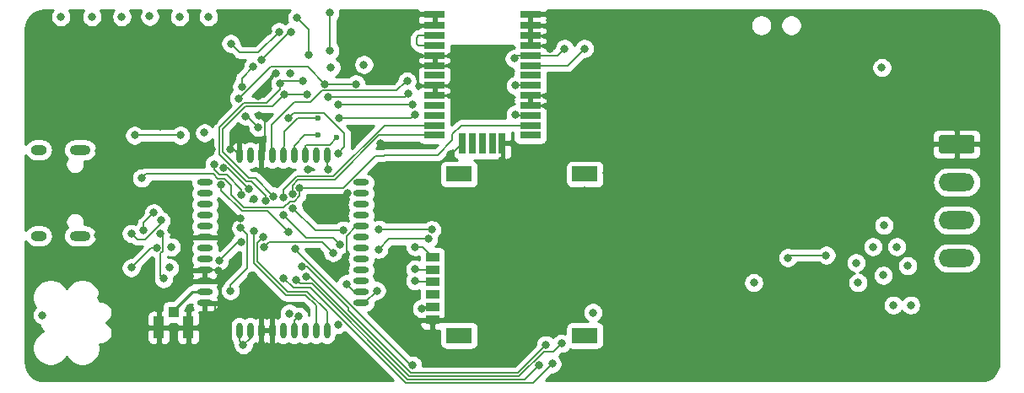
<source format=gbr>
%TF.GenerationSoftware,KiCad,Pcbnew,(5.1.10-1-10_14)*%
%TF.CreationDate,2021-07-19T22:49:48+10:00*%
%TF.ProjectId,samd21_gps_tracker,73616d64-3231-45f6-9770-735f74726163,rev?*%
%TF.SameCoordinates,Original*%
%TF.FileFunction,Copper,L1,Top*%
%TF.FilePolarity,Positive*%
%FSLAX46Y46*%
G04 Gerber Fmt 4.6, Leading zero omitted, Abs format (unit mm)*
G04 Created by KiCad (PCBNEW (5.1.10-1-10_14)) date 2021-07-19 22:49:48*
%MOMM*%
%LPD*%
G01*
G04 APERTURE LIST*
%TA.AperFunction,SMDPad,CuDef*%
%ADD10R,2.610000X1.560000*%
%TD*%
%TA.AperFunction,SMDPad,CuDef*%
%ADD11R,1.350000X0.900000*%
%TD*%
%TA.AperFunction,SMDPad,CuDef*%
%ADD12R,1.340000X0.900000*%
%TD*%
%TA.AperFunction,ComponentPad*%
%ADD13O,2.100000X1.000000*%
%TD*%
%TA.AperFunction,ComponentPad*%
%ADD14O,1.600000X1.000000*%
%TD*%
%TA.AperFunction,SMDPad,CuDef*%
%ADD15R,1.050000X1.100000*%
%TD*%
%TA.AperFunction,SMDPad,CuDef*%
%ADD16R,1.100000X2.250000*%
%TD*%
%TA.AperFunction,ComponentPad*%
%ADD17O,3.600000X1.800000*%
%TD*%
%TA.AperFunction,SMDPad,CuDef*%
%ADD18R,2.150000X0.700000*%
%TD*%
%TA.AperFunction,SMDPad,CuDef*%
%ADD19R,0.700000X2.150000*%
%TD*%
%TA.AperFunction,SMDPad,CuDef*%
%ADD20O,1.600000X0.600000*%
%TD*%
%TA.AperFunction,SMDPad,CuDef*%
%ADD21O,0.600000X1.600000*%
%TD*%
%TA.AperFunction,ViaPad*%
%ADD22C,0.800000*%
%TD*%
%TA.AperFunction,ViaPad*%
%ADD23C,0.600000*%
%TD*%
%TA.AperFunction,Conductor*%
%ADD24C,0.187000*%
%TD*%
%TA.AperFunction,Conductor*%
%ADD25C,0.200000*%
%TD*%
%TA.AperFunction,Conductor*%
%ADD26C,0.167000*%
%TD*%
%TA.AperFunction,Conductor*%
%ADD27C,0.293370*%
%TD*%
%TA.AperFunction,Conductor*%
%ADD28C,0.254000*%
%TD*%
%TA.AperFunction,Conductor*%
%ADD29C,0.100000*%
%TD*%
G04 APERTURE END LIST*
D10*
%TO.P,J4,*%
%TO.N,*%
X182660000Y-70800000D03*
X195290000Y-70800000D03*
X195290000Y-54600000D03*
X182660000Y-54600000D03*
D11*
%TO.P,J4,1*%
%TO.N,SIM_VDD*%
X180010000Y-67940000D03*
%TO.P,J4,2*%
%TO.N,SIM_RST*%
X180010000Y-65440000D03*
%TO.P,J4,3*%
%TO.N,SIM_CLK*%
X180010000Y-62940000D03*
D12*
%TO.P,J4,5*%
%TO.N,GND*%
X180010000Y-69240000D03*
D11*
%TO.P,J4,6*%
%TO.N,N/C*%
X180010000Y-66690000D03*
%TO.P,J4,7*%
%TO.N,SIM_DATA*%
X180010000Y-64190000D03*
%TD*%
D13*
%TO.P,J5,*%
%TO.N,*%
X144630000Y-52180000D03*
X144630000Y-60820000D03*
D14*
X140450000Y-60820000D03*
X140450000Y-52180000D03*
%TD*%
D15*
%TO.P,J6,3*%
%TO.N,Net-(J6-Pad3)*%
X154000000Y-68450000D03*
D16*
%TO.P,J6,2*%
%TO.N,GND*%
X152525000Y-70000000D03*
%TO.P,J6,1*%
X155475000Y-70000000D03*
%TD*%
%TO.P,J2,1*%
%TO.N,GND*%
%TA.AperFunction,ComponentPad*%
G36*
G01*
X231050000Y-50700000D02*
X234150000Y-50700000D01*
G75*
G02*
X234400000Y-50950000I0J-250000D01*
G01*
X234400000Y-52250000D01*
G75*
G02*
X234150000Y-52500000I-250000J0D01*
G01*
X231050000Y-52500000D01*
G75*
G02*
X230800000Y-52250000I0J250000D01*
G01*
X230800000Y-50950000D01*
G75*
G02*
X231050000Y-50700000I250000J0D01*
G01*
G37*
%TD.AperFunction*%
D17*
%TO.P,J2,2*%
%TO.N,VIN*%
X232600000Y-55410000D03*
%TO.P,J2,3*%
%TO.N,CH*%
X232600000Y-59220000D03*
%TO.P,J2,4*%
%TO.N,CL*%
X232600000Y-63030000D03*
%TD*%
D18*
%TO.P,U4,1*%
%TO.N,N/C*%
X189800000Y-50700000D03*
%TO.P,U4,2*%
%TO.N,PPS*%
X189800000Y-49700000D03*
%TO.P,U4,3*%
%TO.N,SDA*%
X189800000Y-48700000D03*
%TO.P,U4,4*%
%TO.N,GND*%
X189800000Y-47700000D03*
%TO.P,U4,5*%
X189800000Y-46700000D03*
%TO.P,U4,6*%
%TO.N,SCL*%
X189800000Y-45700000D03*
%TO.P,U4,7*%
%TO.N,N/C*%
X189800000Y-44700000D03*
%TO.P,U4,8*%
%TO.N,+3V3*%
X189800000Y-43700000D03*
%TO.P,U4,9*%
%TO.N,Net-(C15-Pad1)*%
X189800000Y-42700000D03*
%TO.P,U4,10*%
%TO.N,GND*%
X189800000Y-41700000D03*
%TO.P,U4,11*%
X189800000Y-40700000D03*
%TO.P,U4,12*%
X189800000Y-39700000D03*
%TO.P,U4,13*%
X189800000Y-38550000D03*
%TO.P,U4,14*%
X180200000Y-38550000D03*
%TO.P,U4,15*%
X180200000Y-39700000D03*
%TO.P,U4,16*%
%TO.N,Net-(U4-Pad16)*%
X180200000Y-40700000D03*
%TO.P,U4,17*%
X180200000Y-41700000D03*
%TO.P,U4,18*%
%TO.N,GND*%
X180200000Y-42700000D03*
%TO.P,U4,19*%
X180200000Y-43700000D03*
%TO.P,U4,20*%
%TO.N,N/C*%
X180200000Y-44700000D03*
%TO.P,U4,21*%
%TO.N,GND*%
X180200000Y-45700000D03*
%TO.P,U4,22*%
X180200000Y-46700000D03*
%TO.P,U4,23*%
%TO.N,N/C*%
X180200000Y-47700000D03*
%TO.P,U4,24*%
X180200000Y-48700000D03*
%TO.P,U4,25*%
%TO.N,GPS_TX*%
X180200000Y-49700000D03*
%TO.P,U4,26*%
%TO.N,GPS_RX*%
X180200000Y-50700000D03*
D19*
%TO.P,U4,27*%
%TO.N,GND*%
X183000000Y-51500000D03*
%TO.P,U4,28*%
%TO.N,N/C*%
X184000000Y-51500000D03*
%TO.P,U4,29*%
X185000000Y-51500000D03*
%TO.P,U4,30*%
X186000000Y-51500000D03*
%TO.P,U4,31*%
%TO.N,GND*%
X187000000Y-51500000D03*
%TD*%
D20*
%TO.P,U8,1*%
%TO.N,SIM_TXD*%
X172850000Y-67550000D03*
%TO.P,U8,2*%
%TO.N,SIM_RXD*%
X172850000Y-66450000D03*
%TO.P,U8,3*%
%TO.N,N/C*%
X172850000Y-65350000D03*
%TO.P,U8,4*%
X172850000Y-64250000D03*
%TO.P,U8,5*%
X172850000Y-63150000D03*
%TO.P,U8,6*%
X172850000Y-62050000D03*
%TO.P,U8,7*%
X172850000Y-60950000D03*
%TO.P,U8,8*%
%TO.N,GND*%
X172850000Y-59850000D03*
%TO.P,U8,9*%
%TO.N,N/C*%
X172850000Y-58750000D03*
%TO.P,U8,10*%
X172850000Y-57650000D03*
%TO.P,U8,11*%
X172850000Y-56550000D03*
%TO.P,U8,12*%
X172850000Y-55450000D03*
D21*
%TO.P,U8,13*%
%TO.N,GND*%
X169400000Y-52700000D03*
%TO.P,U8,14*%
%TO.N,N/C*%
X168300000Y-52700000D03*
%TO.P,U8,15*%
%TO.N,Net-(C22-Pad1)*%
X167200000Y-52700000D03*
%TO.P,U8,16*%
%TO.N,Net-(C23-Pad1)*%
X166100000Y-52700000D03*
%TO.P,U8,17*%
%TO.N,Net-(C24-Pad1)*%
X165000000Y-52700000D03*
%TO.P,U8,18*%
%TO.N,SIM_VDD*%
X163900000Y-52700000D03*
%TO.P,U8,19*%
%TO.N,GND*%
X162800000Y-52700000D03*
%TO.P,U8,20*%
%TO.N,N/C*%
X161700000Y-52700000D03*
%TO.P,U8,21*%
%TO.N,GND*%
X160600000Y-52700000D03*
D20*
%TO.P,U8,22*%
%TO.N,N/C*%
X157150000Y-55450000D03*
%TO.P,U8,23*%
X157150000Y-56550000D03*
%TO.P,U8,24*%
X157150000Y-57650000D03*
%TO.P,U8,25*%
X157150000Y-58750000D03*
%TO.P,U8,26*%
X157150000Y-59850000D03*
%TO.P,U8,27*%
%TO.N,GND*%
X157150000Y-60950000D03*
%TO.P,U8,28*%
%TO.N,N/C*%
X157150000Y-62050000D03*
%TO.P,U8,29*%
X157150000Y-63150000D03*
%TO.P,U8,30*%
%TO.N,GND*%
X157150000Y-64250000D03*
%TO.P,U8,31*%
X157150000Y-65350000D03*
%TO.P,U8,32*%
%TO.N,Net-(J6-Pad3)*%
X157150000Y-66450000D03*
%TO.P,U8,33*%
%TO.N,GND*%
X157150000Y-67550000D03*
D21*
%TO.P,U8,34*%
%TO.N,Net-(C26-Pad1)*%
X160600000Y-70300000D03*
%TO.P,U8,35*%
X161700000Y-70300000D03*
%TO.P,U8,36*%
%TO.N,GND*%
X162800000Y-70300000D03*
%TO.P,U8,37*%
X163900000Y-70300000D03*
%TO.P,U8,38*%
%TO.N,N/C*%
X165000000Y-70300000D03*
%TO.P,U8,39*%
%TO.N,SIM_PWRKEY*%
X166100000Y-70300000D03*
%TO.P,U8,40*%
%TO.N,N/C*%
X167200000Y-70300000D03*
%TO.P,U8,41*%
%TO.N,NETLIGHT*%
X168300000Y-70300000D03*
%TO.P,U8,42*%
%TO.N,STATUS*%
X169400000Y-70300000D03*
%TD*%
D22*
%TO.N,GND*%
X174750000Y-43500000D03*
X146750000Y-67000000D03*
X156750000Y-70000000D03*
X180250000Y-71500000D03*
X180000000Y-69500000D03*
X153750000Y-60250000D03*
X169250000Y-59000000D03*
X187000000Y-53250000D03*
X191500000Y-47750000D03*
X191500000Y-46750000D03*
X195250000Y-43500000D03*
X191750000Y-42000000D03*
X197750000Y-40750000D03*
X192500000Y-39750000D03*
X198500000Y-46000000D03*
X201250000Y-45500000D03*
X203000000Y-50000000D03*
X205500000Y-49500000D03*
X195250000Y-52500000D03*
X197500000Y-54500000D03*
X199750000Y-52500000D03*
X195250000Y-56250000D03*
X208500000Y-65500000D03*
X228000000Y-71750000D03*
X229250000Y-70000000D03*
X217000000Y-55750000D03*
X213000000Y-58000000D03*
X213000000Y-59250000D03*
X213000000Y-60500000D03*
X213000000Y-61750000D03*
X219750000Y-51250000D03*
X224000000Y-56500000D03*
X226750000Y-56500000D03*
X185000000Y-70500000D03*
X188000000Y-70500000D03*
X189250000Y-70500000D03*
X164250000Y-44500000D03*
X165750000Y-44500000D03*
X163500000Y-40250000D03*
X160750000Y-39250000D03*
X161750000Y-39250000D03*
X162750000Y-39250000D03*
X146500000Y-52250000D03*
X158181520Y-68676592D03*
X159000000Y-74250000D03*
X161000000Y-74250000D03*
X163249998Y-74000000D03*
X167250000Y-74000000D03*
X171250000Y-74000000D03*
X149250000Y-58750000D03*
X178400000Y-38600000D03*
X178400000Y-39700000D03*
X151157948Y-70092052D03*
X197750000Y-38760510D03*
X162800002Y-71700000D03*
X159900000Y-68600000D03*
X171485543Y-56483504D03*
X152200000Y-52000000D03*
X149100000Y-54400000D03*
X174400000Y-68200000D03*
X160727701Y-59033455D03*
X169200002Y-57000000D03*
X181800000Y-52600000D03*
X169500000Y-54181468D03*
X167500000Y-54181468D03*
X182500000Y-67300000D03*
X182600000Y-47500000D03*
X172504632Y-50317667D03*
X174800000Y-51500000D03*
X182600000Y-46300000D03*
X162100000Y-57100000D03*
X164000002Y-67000000D03*
X232000000Y-40000000D03*
X235000000Y-42000000D03*
X210000000Y-49000000D03*
X210000000Y-45000000D03*
X206000000Y-43000000D03*
X199970000Y-41650000D03*
X184000000Y-64000000D03*
X189000000Y-64000000D03*
X189000000Y-59000000D03*
X148000000Y-73000000D03*
X154000000Y-72000000D03*
X141000000Y-58000000D03*
X141000000Y-56000000D03*
X141000000Y-54000000D03*
X140000000Y-45000000D03*
X143000000Y-45000000D03*
X146500000Y-45000000D03*
X153250000Y-45000000D03*
X199970000Y-43550000D03*
X223790000Y-57930000D03*
X226940000Y-57930000D03*
X222840000Y-49260000D03*
X222990000Y-46340000D03*
X219710000Y-46340000D03*
X219710000Y-43490000D03*
X219740000Y-48750000D03*
X217120000Y-46340000D03*
X217120000Y-51290000D03*
X181400000Y-72800000D03*
X155800000Y-72000000D03*
X157600000Y-72000000D03*
X152400000Y-72000000D03*
X153600000Y-66800000D03*
X158400000Y-70600000D03*
X151432948Y-66832948D03*
X151200000Y-72000000D03*
X152600000Y-68000000D03*
X151000000Y-68400000D03*
X149400000Y-68600000D03*
X149400000Y-70200000D03*
X155600000Y-68000000D03*
X228400000Y-59200000D03*
X229600000Y-61000000D03*
X230800000Y-65600000D03*
X230800000Y-68000000D03*
X223000000Y-72000000D03*
X219000000Y-72000000D03*
X214750000Y-68000000D03*
X214750000Y-65000000D03*
X214500000Y-55500000D03*
X214500000Y-52000000D03*
X214500000Y-47750000D03*
X204750000Y-56250000D03*
X217000000Y-43000000D03*
X142500000Y-62000000D03*
X174750000Y-42000000D03*
X156200000Y-45000000D03*
X149800000Y-45000000D03*
X157700000Y-43100000D03*
X157700000Y-41300000D03*
X146382990Y-60750000D03*
X233700000Y-65900000D03*
X229800000Y-47700000D03*
X232200000Y-48700000D03*
X189100000Y-72800000D03*
X229400000Y-43300000D03*
X158100000Y-49300000D03*
X154500000Y-49300000D03*
X147500000Y-49300000D03*
X144000000Y-49300002D03*
X140500000Y-49300000D03*
X159700000Y-52100000D03*
X149600000Y-49500000D03*
X152700000Y-49800000D03*
X157800000Y-52100000D03*
X153788715Y-58538715D03*
X152200000Y-56900000D03*
X158500000Y-65300000D03*
X158500002Y-64300000D03*
X162500000Y-46815479D03*
X162600000Y-48700000D03*
X232700000Y-74100000D03*
X235900000Y-74100000D03*
X236000000Y-71000000D03*
X195700000Y-65900000D03*
X197683287Y-70115855D03*
X199581907Y-68905041D03*
X171300000Y-63600000D03*
X169500000Y-63600000D03*
X183900000Y-72800000D03*
X203000000Y-73500000D03*
X205500000Y-73500000D03*
X208000000Y-73500000D03*
X206500000Y-71750000D03*
X204500000Y-71750000D03*
X212000000Y-68000000D03*
X209500000Y-68000000D03*
X207750000Y-63250000D03*
X206500000Y-64250000D03*
X214500000Y-72000000D03*
X161846986Y-64767002D03*
%TO.N,+3V3*%
X154600000Y-38800000D03*
X212250000Y-65500000D03*
X195250000Y-42000000D03*
X222500000Y-63500000D03*
X222700000Y-65500000D03*
X227700000Y-63800000D03*
X225250000Y-64750000D03*
X226250000Y-67750000D03*
X228000000Y-67750000D03*
X226600000Y-61900000D03*
X224200000Y-61900000D03*
X225300000Y-59750000D03*
X140835032Y-68750000D03*
X151600000Y-38760510D03*
X157500000Y-38800000D03*
X165623474Y-68580185D03*
X153600000Y-64000000D03*
X153750000Y-61910510D03*
X173100000Y-43600000D03*
X148800000Y-38800000D03*
X145800000Y-38800000D03*
X142700000Y-38800000D03*
X196100000Y-68500000D03*
X169800000Y-43900000D03*
X170500000Y-69700000D03*
%TO.N,VIN*%
X157100000Y-50448999D03*
X225100000Y-43900000D03*
%TO.N,LoRa_VCC*%
X169211276Y-45549490D03*
X172300000Y-45549490D03*
X160532719Y-47000000D03*
%TO.N,Net-(C15-Pad1)*%
X193250000Y-42000000D03*
X169700619Y-38411968D03*
X188200000Y-43000000D03*
X169700619Y-42199379D03*
D23*
%TO.N,Net-(C22-Pad1)*%
X170400000Y-50900000D03*
%TO.N,Net-(C23-Pad1)*%
X168500000Y-50700000D03*
%TO.N,Net-(C24-Pad1)*%
X168500000Y-49000000D03*
D22*
%TO.N,SIM_VDD*%
X178900000Y-68100000D03*
X177436699Y-45264198D03*
%TO.N,Net-(C26-Pad1)*%
X161000000Y-71750000D03*
%TO.N,SWDIO*%
X152000000Y-58500000D03*
X151000000Y-60250000D03*
%TO.N,~Reset*%
X160750004Y-60000209D03*
X159699998Y-66300000D03*
%TO.N,SWCLK*%
X152750000Y-59250000D03*
X149761466Y-60568572D03*
%TO.N,STATUS_LED*%
X165500000Y-60400000D03*
X158800000Y-55700000D03*
%TO.N,PPS*%
X166678075Y-55963720D03*
X150800000Y-55000000D03*
%TO.N,GPS_ON*%
X167600000Y-42600000D03*
X166400000Y-38900000D03*
%TO.N,SDA*%
X188300000Y-48600000D03*
X167400000Y-46600000D03*
X164052188Y-56817983D03*
X165100000Y-46600000D03*
%TO.N,SCL*%
X188300000Y-45700000D03*
X166950661Y-45279779D03*
X163220624Y-57311555D03*
X164700000Y-45500000D03*
%TO.N,RN_RST*%
X163100000Y-61900000D03*
X170000000Y-62500000D03*
X158600000Y-63310032D03*
X160771562Y-61415479D03*
%TO.N,CAN_RST*%
X149750000Y-64000000D03*
X152300000Y-62000000D03*
%TO.N,INT1*%
X162000000Y-43800000D03*
X161183229Y-48767600D03*
X160843222Y-45803329D03*
X162500000Y-49900000D03*
%TO.N,INT2*%
X162800000Y-43100000D03*
X165800000Y-40300000D03*
%TO.N,SIM_DATA*%
X170500000Y-47650500D03*
X178000000Y-47600000D03*
X178249490Y-64138258D03*
%TO.N,SIM_CLK*%
X170600000Y-49000000D03*
X178249490Y-48602194D03*
X178249490Y-61900000D03*
%TO.N,SIM_RST*%
X177600000Y-46500000D03*
X169500000Y-46900000D03*
X178249490Y-65336584D03*
%TO.N,~EN*%
X219500000Y-62750000D03*
X215665989Y-62999991D03*
%TO.N,GPS_TX*%
X165015603Y-56901305D03*
%TO.N,GPS_RX*%
X165923559Y-56568549D03*
%TO.N,RN_RX*%
X165000000Y-58700000D03*
X174586357Y-62160312D03*
X170700000Y-61700000D03*
X179607798Y-61092749D03*
%TO.N,RN_TX*%
X166000000Y-58000000D03*
X174593171Y-60135510D03*
X171028281Y-60228281D03*
X179921847Y-60178153D03*
%TO.N,D11-MOSI*%
X191340869Y-71740869D03*
X166927416Y-63872584D03*
%TO.N,D13-SCK*%
X167303989Y-64927950D03*
X192962064Y-71586890D03*
%TO.N,D10-SS*%
X166300000Y-65200000D03*
X190684430Y-73789629D03*
%TO.N,D12-MISO*%
X165066936Y-65045584D03*
X192000000Y-73644968D03*
%TO.N,STATUS*%
X163027007Y-60935747D03*
X161596197Y-56098003D03*
X159000000Y-53939490D03*
%TO.N,NETLIGHT*%
X162100000Y-60300000D03*
X160778988Y-56700000D03*
X158085679Y-53591119D03*
%TO.N,SIM_PWRKEY*%
X166542067Y-68882341D03*
%TO.N,SIM_TXD*%
X174400000Y-66300000D03*
%TO.N,SIM_RXD*%
X171342012Y-65624173D03*
%TO.N,BATT_ADC*%
X166200000Y-62100000D03*
X178000000Y-73800000D03*
%TO.N,3V3*%
X150100000Y-50700000D03*
X154700000Y-50700000D03*
X152700000Y-60600000D03*
X153000000Y-65100000D03*
X164600000Y-40300000D03*
X159749999Y-41500000D03*
X165500000Y-49000000D03*
X170500000Y-52500000D03*
%TD*%
D24*
%TO.N,GND*%
X156750000Y-70000000D02*
X155475000Y-70000000D01*
X187000000Y-53250000D02*
X187000000Y-51500000D01*
X189850000Y-46750000D02*
X189800000Y-46700000D01*
X191500000Y-46750000D02*
X189850000Y-46750000D01*
X189850000Y-47750000D02*
X189800000Y-47700000D01*
X191500000Y-47750000D02*
X189850000Y-47750000D01*
X189750000Y-38500000D02*
X189800000Y-38550000D01*
X191300000Y-38550000D02*
X192500000Y-39750000D01*
X189800000Y-38550000D02*
X191300000Y-38550000D01*
X192450000Y-39700000D02*
X192500000Y-39750000D01*
X189800000Y-39700000D02*
X192450000Y-39700000D01*
D25*
X154450000Y-60950000D02*
X153750000Y-60250000D01*
X157150000Y-60950000D02*
X154450000Y-60950000D01*
D24*
X158137000Y-67550000D02*
X158181520Y-67594520D01*
X157150000Y-67550000D02*
X158137000Y-67550000D01*
X158181520Y-67594520D02*
X158181520Y-68676592D01*
X178450000Y-38550000D02*
X178400000Y-38600000D01*
X180200000Y-38550000D02*
X178450000Y-38550000D01*
X180200000Y-39700000D02*
X178400000Y-39700000D01*
X151250000Y-70000000D02*
X151157948Y-70092052D01*
X152525000Y-70000000D02*
X151250000Y-70000000D01*
X181900000Y-52600000D02*
X181800000Y-52600000D01*
X183000000Y-51500000D02*
X181900000Y-52600000D01*
X169400000Y-54081468D02*
X169500000Y-54181468D01*
X169400000Y-52700000D02*
X169400000Y-54081468D01*
D25*
X180200000Y-45700000D02*
X178792458Y-45700000D01*
X178792458Y-45700000D02*
X178646229Y-45553771D01*
D24*
X189800000Y-41700000D02*
X190550000Y-41700000D01*
X191550000Y-40700000D02*
X192500000Y-39750000D01*
X189800000Y-40700000D02*
X191550000Y-40700000D01*
X191450000Y-41700000D02*
X191750000Y-42000000D01*
X189800000Y-41700000D02*
X191450000Y-41700000D01*
X162800002Y-70300002D02*
X162800000Y-70300000D01*
X162800002Y-71700000D02*
X162800002Y-70300002D01*
D25*
X163900000Y-67100002D02*
X164000002Y-67000000D01*
X163900000Y-70300000D02*
X163900000Y-67100002D01*
D24*
X160600000Y-52700000D02*
X160000000Y-52100000D01*
X160000000Y-52100000D02*
X159700000Y-52100000D01*
D25*
X158450000Y-65350000D02*
X158500000Y-65300000D01*
X157150000Y-65350000D02*
X158450000Y-65350000D01*
X157150000Y-64250000D02*
X158450002Y-64250000D01*
X158450002Y-64250000D02*
X158500002Y-64300000D01*
D24*
X163200000Y-49300000D02*
X162600000Y-48700000D01*
X163200000Y-52300000D02*
X163200000Y-49300000D01*
X162800000Y-52700000D02*
X163200000Y-52300000D01*
X181700000Y-46700000D02*
X182300000Y-47300000D01*
X180200000Y-46700000D02*
X181700000Y-46700000D01*
X180200000Y-43700000D02*
X181999994Y-43700000D01*
D26*
X181500000Y-45700000D02*
X182000000Y-45200000D01*
X180200000Y-45700000D02*
X181500000Y-45700000D01*
D24*
X182500000Y-42700000D02*
X183300000Y-43500000D01*
X180200000Y-42700000D02*
X182500000Y-42700000D01*
X171399999Y-60800001D02*
X171399999Y-63500001D01*
X171399999Y-63500001D02*
X171300000Y-63600000D01*
X172350000Y-59850000D02*
X171399999Y-60800001D01*
X172850000Y-59850000D02*
X172350000Y-59850000D01*
%TO.N,+3V3*%
X193550000Y-43700000D02*
X195250000Y-42000000D01*
X189800000Y-43700000D02*
X193550000Y-43700000D01*
%TO.N,LoRa_VCC*%
X169211276Y-45549490D02*
X172300000Y-45549490D01*
X163741156Y-43839499D02*
X160580655Y-47000000D01*
X160580655Y-47000000D02*
X160532719Y-47000000D01*
X169211276Y-45549490D02*
X167501285Y-43839499D01*
X167501285Y-43839499D02*
X163741156Y-43839499D01*
%TO.N,Net-(C15-Pad1)*%
X192550000Y-42700000D02*
X193250000Y-42000000D01*
X189800000Y-42700000D02*
X192550000Y-42700000D01*
X188500000Y-42700000D02*
X188200000Y-43000000D01*
X189800000Y-42700000D02*
X188500000Y-42700000D01*
D25*
X169700619Y-38411968D02*
X169700619Y-42199379D01*
D26*
%TO.N,Net-(C22-Pad1)*%
X169650510Y-51649490D02*
X170400000Y-50900000D01*
X167200000Y-51733000D02*
X167283510Y-51649490D01*
X167200000Y-52700000D02*
X167200000Y-51733000D01*
X167283510Y-51649490D02*
X169650510Y-51649490D01*
%TO.N,Net-(C23-Pad1)*%
X167133000Y-50700000D02*
X168500000Y-50700000D01*
X166100000Y-51733000D02*
X167133000Y-50700000D01*
X166100000Y-52700000D02*
X166100000Y-51733000D01*
%TO.N,Net-(C24-Pad1)*%
X166500000Y-49000000D02*
X168500000Y-49000000D01*
X165150501Y-51812241D02*
X165150501Y-50363243D01*
X165150501Y-50363243D02*
X166000000Y-49513744D01*
X165000000Y-51962742D02*
X165150501Y-51812241D01*
X166000000Y-49513744D02*
X166000000Y-49500000D01*
X166000000Y-49500000D02*
X166500000Y-49000000D01*
X165000000Y-52700000D02*
X165000000Y-51962742D01*
%TO.N,SIM_VDD*%
X179060000Y-67940000D02*
X178900000Y-68100000D01*
X180010000Y-67940000D02*
X179060000Y-67940000D01*
X177400897Y-45300000D02*
X177436699Y-45264198D01*
X176400000Y-46200000D02*
X177300000Y-45300000D01*
X168900000Y-46200000D02*
X176400000Y-46200000D01*
X166100001Y-47399999D02*
X167700001Y-47399999D01*
X167700001Y-47399999D02*
X168900000Y-46200000D01*
X163849499Y-49650501D02*
X166100001Y-47399999D01*
X163849499Y-52649499D02*
X163849499Y-49650501D01*
X177300000Y-45300000D02*
X177400897Y-45300000D01*
X163900000Y-52700000D02*
X163849499Y-52649499D01*
D25*
%TO.N,Net-(C26-Pad1)*%
X161700000Y-71050000D02*
X161000000Y-71750000D01*
X161700000Y-70300000D02*
X161700000Y-71050000D01*
X160600000Y-71350000D02*
X161000000Y-71750000D01*
X160600000Y-70300000D02*
X160600000Y-71350000D01*
D26*
%TO.N,SWDIO*%
X152000000Y-58500000D02*
X151000000Y-59500000D01*
X151000000Y-59500000D02*
X151000000Y-60250000D01*
%TO.N,~Reset*%
X159699998Y-65734315D02*
X159699998Y-66300000D01*
X161422063Y-64012250D02*
X159699998Y-65734315D01*
X161422063Y-60672268D02*
X161422063Y-64012250D01*
X160750004Y-60000209D02*
X161422063Y-60672268D01*
%TO.N,SWCLK*%
X150343395Y-61150501D02*
X149761466Y-60568572D01*
X151149499Y-61150501D02*
X150343395Y-61150501D01*
X152750000Y-59550000D02*
X151149499Y-61150501D01*
X152750000Y-59250000D02*
X152750000Y-59550000D01*
D24*
%TO.N,STATUS_LED*%
X165100000Y-60400000D02*
X165500000Y-60400000D01*
X160860383Y-58326068D02*
X158800000Y-56265685D01*
X158800000Y-56265685D02*
X158800000Y-55700000D01*
X163426068Y-58326068D02*
X160860383Y-58326068D01*
X165500000Y-60400000D02*
X163426068Y-58326068D01*
D26*
%TO.N,PPS*%
X171057742Y-55963720D02*
X166678075Y-55963720D01*
X182924098Y-49700000D02*
X182000000Y-50624098D01*
X180487951Y-52700000D02*
X175143730Y-52700000D01*
X175093229Y-52750501D02*
X174270961Y-52750501D01*
X182000000Y-50624098D02*
X182000000Y-51187951D01*
X189800000Y-49700000D02*
X182924098Y-49700000D01*
X175143730Y-52700000D02*
X175093229Y-52750501D01*
X174270961Y-52750501D02*
X171057742Y-55963720D01*
X182000000Y-51187951D02*
X180487951Y-52700000D01*
D24*
X151199999Y-54600001D02*
X150800000Y-55000000D01*
X165682959Y-57339499D02*
X165050401Y-57972057D01*
X159117042Y-55039498D02*
X158461307Y-55039498D01*
X166678075Y-56799467D02*
X166138043Y-57339499D01*
X166678075Y-55963720D02*
X166678075Y-56799467D01*
X166138043Y-57339499D02*
X165682959Y-57339499D01*
X159799356Y-55721812D02*
X159117042Y-55039498D01*
X161094515Y-57972057D02*
X159799356Y-56676898D01*
X158461307Y-55039498D02*
X158021810Y-54600001D01*
X159799356Y-56676898D02*
X159799356Y-55721812D01*
X165050401Y-57972057D02*
X161094515Y-57972057D01*
X158021810Y-54600001D02*
X151199999Y-54600001D01*
%TO.N,GPS_ON*%
X167600000Y-40100000D02*
X166400000Y-38900000D01*
X167600000Y-42600000D02*
X167600000Y-40100000D01*
D25*
%TO.N,SDA*%
X188400000Y-48700000D02*
X188300000Y-48600000D01*
X189800000Y-48700000D02*
X188400000Y-48700000D01*
X167400000Y-46600000D02*
X165100000Y-46600000D01*
D26*
X164052188Y-56817983D02*
X162200195Y-54965990D01*
X158949498Y-52328036D02*
X158949498Y-50038589D01*
X161587452Y-54965990D02*
X158949498Y-52328036D01*
X163900000Y-47800000D02*
X165100000Y-46600000D01*
X158949498Y-50038589D02*
X161188087Y-47800000D01*
X161188087Y-47800000D02*
X163900000Y-47800000D01*
X162200195Y-54965990D02*
X161587452Y-54965990D01*
D25*
%TO.N,SCL*%
X189800000Y-45700000D02*
X188300000Y-45700000D01*
X164920221Y-45279779D02*
X164700000Y-45500000D01*
X166950661Y-45279779D02*
X164920221Y-45279779D01*
D26*
X161774755Y-55300001D02*
X161300001Y-55300001D01*
X161300001Y-55300001D02*
X158615487Y-52615487D01*
X158615487Y-52615487D02*
X158615487Y-49900238D01*
X163299696Y-47465989D02*
X164700000Y-46065685D01*
X158615487Y-49900238D02*
X161049736Y-47465989D01*
X163220624Y-56745870D02*
X161774755Y-55300001D01*
X163220624Y-57311555D02*
X163220624Y-56745870D01*
X161049736Y-47465989D02*
X163299696Y-47465989D01*
X164700000Y-46065685D02*
X164700000Y-45500000D01*
D24*
%TO.N,RN_RST*%
X163600000Y-61400000D02*
X168900000Y-61400000D01*
X168900000Y-61400000D02*
X170000000Y-62500000D01*
X163100000Y-61900000D02*
X163600000Y-61400000D01*
D26*
X160494553Y-61415479D02*
X160771562Y-61415479D01*
X158600000Y-63310032D02*
X160494553Y-61415479D01*
D24*
%TO.N,CAN_RST*%
X149750000Y-64000000D02*
X151750000Y-62000000D01*
X151750000Y-62000000D02*
X152300000Y-62000000D01*
%TO.N,INT1*%
X160843222Y-44956778D02*
X160843222Y-45803329D01*
X162000000Y-43800000D02*
X160843222Y-44956778D01*
D26*
X161367600Y-48767600D02*
X161183229Y-48767600D01*
X162500000Y-49900000D02*
X161367600Y-48767600D01*
D25*
%TO.N,INT2*%
X165600000Y-40300000D02*
X165800000Y-40300000D01*
X162800000Y-43100000D02*
X165600000Y-40300000D01*
D24*
%TO.N,SIM_DATA*%
X170500000Y-47650500D02*
X177949500Y-47650500D01*
X177949500Y-47650500D02*
X178000000Y-47600000D01*
X178301232Y-64190000D02*
X178249490Y-64138258D01*
X180010000Y-64190000D02*
X178301232Y-64190000D01*
%TO.N,SIM_CLK*%
X177851684Y-49000000D02*
X178249490Y-48602194D01*
X170600000Y-49000000D02*
X177851684Y-49000000D01*
X180010000Y-62940000D02*
X178970000Y-61900000D01*
X178970000Y-61900000D02*
X178249490Y-61900000D01*
%TO.N,SIM_RST*%
X177200000Y-46900000D02*
X169500000Y-46900000D01*
X177600000Y-46500000D02*
X177200000Y-46900000D01*
X178352906Y-65440000D02*
X178249490Y-65336584D01*
X180010000Y-65440000D02*
X178352906Y-65440000D01*
%TO.N,~EN*%
X215915980Y-62750000D02*
X215665989Y-62999991D01*
X219500000Y-62750000D02*
X215915980Y-62750000D01*
D26*
%TO.N,GPS_TX*%
X180200000Y-49700000D02*
X175164896Y-49700000D01*
X170032918Y-54831978D02*
X166372604Y-54831978D01*
X165015603Y-56188979D02*
X165015603Y-56901305D01*
X166372604Y-54831978D02*
X165015603Y-56188979D01*
X175164896Y-49700000D02*
X170032918Y-54831978D01*
%TO.N,GPS_RX*%
X165923559Y-55753385D02*
X165923559Y-56568549D01*
X166510955Y-55165989D02*
X165923559Y-55753385D01*
X174637258Y-50700000D02*
X170171269Y-55165989D01*
X180200000Y-50700000D02*
X174637258Y-50700000D01*
X170171269Y-55165989D02*
X166510955Y-55165989D01*
%TO.N,RN_RX*%
X165000000Y-58700000D02*
X167332447Y-61032447D01*
X170032447Y-61032447D02*
X170700000Y-61700000D01*
X167332447Y-61032447D02*
X170032447Y-61032447D01*
X174586357Y-62160312D02*
X175653920Y-61092749D01*
X175653920Y-61092749D02*
X179607798Y-61092749D01*
%TO.N,RN_TX*%
X168228281Y-60228281D02*
X171028281Y-60228281D01*
X166000000Y-58000000D02*
X168228281Y-60228281D01*
X174593171Y-60135510D02*
X179879204Y-60135510D01*
X179879204Y-60135510D02*
X179921847Y-60178153D01*
%TO.N,D11-MOSI*%
X177787758Y-74550502D02*
X171515139Y-68277883D01*
X191340869Y-71740869D02*
X188531236Y-74550502D01*
X188531236Y-74550502D02*
X177787758Y-74550502D01*
X171515139Y-68012709D02*
X167375015Y-63872584D01*
X167375015Y-63872584D02*
X166927416Y-63872584D01*
X171515139Y-68277883D02*
X171515139Y-68012709D01*
%TO.N,D13-SCK*%
X191162730Y-72391370D02*
X192157584Y-72391370D01*
X177649407Y-74884513D02*
X188669587Y-74884513D01*
X192157584Y-72391370D02*
X192962064Y-71586890D01*
X167692844Y-64927950D02*
X177649407Y-74884513D01*
X167303989Y-64927950D02*
X167692844Y-64927950D01*
X188669587Y-74884513D02*
X191162730Y-72391370D01*
%TO.N,D10-SS*%
X177511056Y-75218524D02*
X189255535Y-75218524D01*
X166699999Y-65599999D02*
X167892531Y-65599999D01*
X167892531Y-65599999D02*
X177511056Y-75218524D01*
X166300000Y-65200000D02*
X166699999Y-65599999D01*
X189255535Y-75218524D02*
X190684430Y-73789629D01*
%TO.N,D12-MISO*%
X190092433Y-75552535D02*
X192000000Y-73644968D01*
X167750000Y-66000000D02*
X177302535Y-75552535D01*
X166021352Y-66000000D02*
X167750000Y-66000000D01*
X165066936Y-65045584D02*
X166021352Y-66000000D01*
X177302535Y-75552535D02*
X190092433Y-75552535D01*
D24*
%TO.N,Net-(U4-Pad16)*%
X178600000Y-41700000D02*
X180200000Y-41700000D01*
X178400000Y-41500000D02*
X178600000Y-41700000D01*
X178400000Y-40900000D02*
X178400000Y-41500000D01*
X178600000Y-40700000D02*
X178400000Y-40900000D01*
X180200000Y-40700000D02*
X178600000Y-40700000D01*
D27*
%TO.N,Net-(J6-Pad3)*%
X154000000Y-68450000D02*
X154000000Y-68300000D01*
X155850000Y-66450000D02*
X157150000Y-66450000D01*
X154000000Y-68300000D02*
X155850000Y-66450000D01*
D24*
%TO.N,STATUS*%
X159437684Y-53939490D02*
X159000000Y-53939490D01*
X161596197Y-56098003D02*
X159437684Y-53939490D01*
X169400000Y-68399353D02*
X167396636Y-66395989D01*
X165439797Y-66395989D02*
X162439498Y-63395690D01*
X162439498Y-63395690D02*
X162439498Y-61523256D01*
X167396636Y-66395989D02*
X165439797Y-66395989D01*
X169400000Y-70300000D02*
X169400000Y-68399353D01*
X162439498Y-61523256D02*
X163027007Y-60935747D01*
%TO.N,NETLIGHT*%
X159330160Y-54685487D02*
X158614362Y-54685487D01*
X160778988Y-56134315D02*
X159330160Y-54685487D01*
X158614362Y-54685487D02*
X158085679Y-54156804D01*
X160778988Y-56700000D02*
X160778988Y-56134315D01*
X158085679Y-54156804D02*
X158085679Y-53591119D01*
X167250000Y-66750000D02*
X165250000Y-66750000D01*
X165250000Y-66750000D02*
X162040340Y-63540340D01*
X162040340Y-63540340D02*
X162040340Y-60359660D01*
X162040340Y-60359660D02*
X162100000Y-60300000D01*
X168300000Y-67800000D02*
X167250000Y-66750000D01*
X168300000Y-70300000D02*
X168300000Y-67800000D01*
%TO.N,SIM_PWRKEY*%
X166100000Y-69324408D02*
X166542067Y-68882341D01*
X166100000Y-70300000D02*
X166100000Y-69324408D01*
%TO.N,SIM_TXD*%
X173150000Y-67550000D02*
X174400000Y-66300000D01*
X172850000Y-67550000D02*
X173150000Y-67550000D01*
%TO.N,SIM_RXD*%
X172850000Y-66450000D02*
X172167839Y-66450000D01*
X172167839Y-66450000D02*
X171342012Y-65624173D01*
D25*
%TO.N,BATT_ADC*%
X177798127Y-73800000D02*
X178000000Y-73800000D01*
X166200000Y-62100000D02*
X166200000Y-62201873D01*
X166200000Y-62201873D02*
X177798127Y-73800000D01*
D26*
%TO.N,3V3*%
X150100000Y-50700000D02*
X154700000Y-50700000D01*
X152700000Y-60600000D02*
X152950501Y-60850501D01*
X152700000Y-64800000D02*
X153000000Y-65100000D01*
X152700000Y-62562742D02*
X152700000Y-64800000D01*
X152950501Y-60850501D02*
X152950501Y-62312241D01*
X152950501Y-62312241D02*
X152700000Y-62562742D01*
D25*
X160649999Y-42400000D02*
X159749999Y-41500000D01*
X162500000Y-42400000D02*
X160649999Y-42400000D01*
X164600000Y-40300000D02*
X162500000Y-42400000D01*
D26*
X171150501Y-51849499D02*
X170500000Y-52500000D01*
X171150501Y-50513243D02*
X171150501Y-51849499D01*
X169086757Y-48449499D02*
X171150501Y-50513243D01*
X166050501Y-48449499D02*
X169086757Y-48449499D01*
X165500000Y-49000000D02*
X166050501Y-48449499D01*
%TD*%
D28*
%TO.N,GND*%
X235356775Y-38198147D02*
X235699967Y-38301763D01*
X236016489Y-38470062D01*
X236294299Y-38696637D01*
X236522806Y-38972856D01*
X236693310Y-39288197D01*
X236799319Y-39630656D01*
X236840000Y-40017712D01*
X236840001Y-73467711D01*
X236801853Y-73856776D01*
X236698238Y-74199964D01*
X236529939Y-74516489D01*
X236303365Y-74794296D01*
X236027146Y-75022805D01*
X235711803Y-75193310D01*
X235369344Y-75299319D01*
X234982288Y-75340000D01*
X191321079Y-75340000D01*
X191981112Y-74679968D01*
X192101939Y-74679968D01*
X192301898Y-74640194D01*
X192490256Y-74562173D01*
X192659774Y-74448905D01*
X192803937Y-74304742D01*
X192917205Y-74135224D01*
X192995226Y-73946866D01*
X193035000Y-73746907D01*
X193035000Y-73543029D01*
X192995226Y-73343070D01*
X192917205Y-73154712D01*
X192803937Y-72985194D01*
X192691904Y-72873161D01*
X192943176Y-72621890D01*
X193064003Y-72621890D01*
X193263962Y-72582116D01*
X193452320Y-72504095D01*
X193621838Y-72390827D01*
X193766001Y-72246664D01*
X193804626Y-72188857D01*
X193860518Y-72205812D01*
X193985000Y-72218072D01*
X196595000Y-72218072D01*
X196719482Y-72205812D01*
X196839180Y-72169502D01*
X196949494Y-72110537D01*
X197046185Y-72031185D01*
X197125537Y-71934494D01*
X197184502Y-71824180D01*
X197220812Y-71704482D01*
X197233072Y-71580000D01*
X197233072Y-70020000D01*
X197220812Y-69895518D01*
X197184502Y-69775820D01*
X197125537Y-69665506D01*
X197046185Y-69568815D01*
X196949494Y-69489463D01*
X196839180Y-69430498D01*
X196719482Y-69394188D01*
X196636879Y-69386053D01*
X196759774Y-69303937D01*
X196903937Y-69159774D01*
X197017205Y-68990256D01*
X197095226Y-68801898D01*
X197135000Y-68601939D01*
X197135000Y-68398061D01*
X197095226Y-68198102D01*
X197017205Y-68009744D01*
X196903937Y-67840226D01*
X196759774Y-67696063D01*
X196687934Y-67648061D01*
X225215000Y-67648061D01*
X225215000Y-67851939D01*
X225254774Y-68051898D01*
X225332795Y-68240256D01*
X225446063Y-68409774D01*
X225590226Y-68553937D01*
X225759744Y-68667205D01*
X225948102Y-68745226D01*
X226148061Y-68785000D01*
X226351939Y-68785000D01*
X226551898Y-68745226D01*
X226740256Y-68667205D01*
X226909774Y-68553937D01*
X227053937Y-68409774D01*
X227125000Y-68303420D01*
X227196063Y-68409774D01*
X227340226Y-68553937D01*
X227509744Y-68667205D01*
X227698102Y-68745226D01*
X227898061Y-68785000D01*
X228101939Y-68785000D01*
X228301898Y-68745226D01*
X228490256Y-68667205D01*
X228659774Y-68553937D01*
X228803937Y-68409774D01*
X228917205Y-68240256D01*
X228995226Y-68051898D01*
X229035000Y-67851939D01*
X229035000Y-67648061D01*
X228995226Y-67448102D01*
X228917205Y-67259744D01*
X228803937Y-67090226D01*
X228659774Y-66946063D01*
X228490256Y-66832795D01*
X228301898Y-66754774D01*
X228101939Y-66715000D01*
X227898061Y-66715000D01*
X227698102Y-66754774D01*
X227509744Y-66832795D01*
X227340226Y-66946063D01*
X227196063Y-67090226D01*
X227125000Y-67196580D01*
X227053937Y-67090226D01*
X226909774Y-66946063D01*
X226740256Y-66832795D01*
X226551898Y-66754774D01*
X226351939Y-66715000D01*
X226148061Y-66715000D01*
X225948102Y-66754774D01*
X225759744Y-66832795D01*
X225590226Y-66946063D01*
X225446063Y-67090226D01*
X225332795Y-67259744D01*
X225254774Y-67448102D01*
X225215000Y-67648061D01*
X196687934Y-67648061D01*
X196590256Y-67582795D01*
X196401898Y-67504774D01*
X196201939Y-67465000D01*
X195998061Y-67465000D01*
X195798102Y-67504774D01*
X195609744Y-67582795D01*
X195440226Y-67696063D01*
X195296063Y-67840226D01*
X195182795Y-68009744D01*
X195104774Y-68198102D01*
X195065000Y-68398061D01*
X195065000Y-68601939D01*
X195104774Y-68801898D01*
X195182795Y-68990256D01*
X195296063Y-69159774D01*
X195440226Y-69303937D01*
X195556948Y-69381928D01*
X193985000Y-69381928D01*
X193860518Y-69394188D01*
X193740820Y-69430498D01*
X193630506Y-69489463D01*
X193533815Y-69568815D01*
X193454463Y-69665506D01*
X193395498Y-69775820D01*
X193359188Y-69895518D01*
X193346928Y-70020000D01*
X193346928Y-70626030D01*
X193263962Y-70591664D01*
X193064003Y-70551890D01*
X192860125Y-70551890D01*
X192660166Y-70591664D01*
X192471808Y-70669685D01*
X192302290Y-70782953D01*
X192158127Y-70927116D01*
X192091116Y-71027405D01*
X192000643Y-70936932D01*
X191831125Y-70823664D01*
X191642767Y-70745643D01*
X191442808Y-70705869D01*
X191238930Y-70705869D01*
X191038971Y-70745643D01*
X190850613Y-70823664D01*
X190681095Y-70936932D01*
X190536932Y-71081095D01*
X190423664Y-71250613D01*
X190345643Y-71438971D01*
X190305869Y-71638930D01*
X190305869Y-71759757D01*
X188233625Y-73832002D01*
X179035000Y-73832002D01*
X179035000Y-73698061D01*
X178995226Y-73498102D01*
X178917205Y-73309744D01*
X178803937Y-73140226D01*
X178659774Y-72996063D01*
X178490256Y-72882795D01*
X178301898Y-72804774D01*
X178101939Y-72765000D01*
X177898061Y-72765000D01*
X177818416Y-72780842D01*
X174727574Y-69690000D01*
X178701928Y-69690000D01*
X178714188Y-69814482D01*
X178750498Y-69934180D01*
X178809463Y-70044494D01*
X178888815Y-70141185D01*
X178985506Y-70220537D01*
X179095820Y-70279502D01*
X179215518Y-70315812D01*
X179340000Y-70328072D01*
X179724250Y-70325000D01*
X179883000Y-70166250D01*
X179883000Y-69367000D01*
X180137000Y-69367000D01*
X180137000Y-70166250D01*
X180295750Y-70325000D01*
X180680000Y-70328072D01*
X180716928Y-70324435D01*
X180716928Y-71580000D01*
X180729188Y-71704482D01*
X180765498Y-71824180D01*
X180824463Y-71934494D01*
X180903815Y-72031185D01*
X181000506Y-72110537D01*
X181110820Y-72169502D01*
X181230518Y-72205812D01*
X181355000Y-72218072D01*
X183965000Y-72218072D01*
X184089482Y-72205812D01*
X184209180Y-72169502D01*
X184319494Y-72110537D01*
X184416185Y-72031185D01*
X184495537Y-71934494D01*
X184554502Y-71824180D01*
X184590812Y-71704482D01*
X184603072Y-71580000D01*
X184603072Y-70020000D01*
X184590812Y-69895518D01*
X184554502Y-69775820D01*
X184495537Y-69665506D01*
X184416185Y-69568815D01*
X184319494Y-69489463D01*
X184209180Y-69430498D01*
X184089482Y-69394188D01*
X183965000Y-69381928D01*
X181355000Y-69381928D01*
X181230518Y-69394188D01*
X181194396Y-69405146D01*
X181156250Y-69367000D01*
X180137000Y-69367000D01*
X179883000Y-69367000D01*
X178863750Y-69367000D01*
X178705000Y-69525750D01*
X178701928Y-69690000D01*
X174727574Y-69690000D01*
X173511219Y-68473645D01*
X173533292Y-68471471D01*
X173709540Y-68418007D01*
X173871972Y-68331186D01*
X174014344Y-68214344D01*
X174131186Y-68071972D01*
X174218007Y-67909540D01*
X174271471Y-67733292D01*
X174289524Y-67550000D01*
X174279727Y-67450527D01*
X174395254Y-67335000D01*
X174501939Y-67335000D01*
X174701898Y-67295226D01*
X174890256Y-67217205D01*
X175059774Y-67103937D01*
X175203937Y-66959774D01*
X175317205Y-66790256D01*
X175395226Y-66601898D01*
X175435000Y-66401939D01*
X175435000Y-66198061D01*
X175395226Y-65998102D01*
X175317205Y-65809744D01*
X175203937Y-65640226D01*
X175059774Y-65496063D01*
X174890256Y-65382795D01*
X174701898Y-65304774D01*
X174501939Y-65265000D01*
X174298061Y-65265000D01*
X174281477Y-65268299D01*
X174271471Y-65166708D01*
X174218007Y-64990460D01*
X174131186Y-64828028D01*
X174108184Y-64800000D01*
X174131186Y-64771972D01*
X174218007Y-64609540D01*
X174271471Y-64433292D01*
X174289524Y-64250000D01*
X174271471Y-64066708D01*
X174218007Y-63890460D01*
X174131186Y-63728028D01*
X174108184Y-63700000D01*
X174131186Y-63671972D01*
X174218007Y-63509540D01*
X174271471Y-63333292D01*
X174288892Y-63156420D01*
X174484418Y-63195312D01*
X174688296Y-63195312D01*
X174888255Y-63155538D01*
X175076613Y-63077517D01*
X175246131Y-62964249D01*
X175390294Y-62820086D01*
X175503562Y-62650568D01*
X175581583Y-62462210D01*
X175621357Y-62262251D01*
X175621357Y-62141423D01*
X175951532Y-61811249D01*
X177214490Y-61811249D01*
X177214490Y-62001939D01*
X177254264Y-62201898D01*
X177332285Y-62390256D01*
X177445553Y-62559774D01*
X177589716Y-62703937D01*
X177759234Y-62817205D01*
X177947592Y-62895226D01*
X178147551Y-62935000D01*
X178351429Y-62935000D01*
X178551388Y-62895226D01*
X178696928Y-62834941D01*
X178696928Y-63203317D01*
X178551388Y-63143032D01*
X178351429Y-63103258D01*
X178147551Y-63103258D01*
X177947592Y-63143032D01*
X177759234Y-63221053D01*
X177589716Y-63334321D01*
X177445553Y-63478484D01*
X177332285Y-63648002D01*
X177254264Y-63836360D01*
X177214490Y-64036319D01*
X177214490Y-64240197D01*
X177254264Y-64440156D01*
X177332285Y-64628514D01*
X177405054Y-64737421D01*
X177332285Y-64846328D01*
X177254264Y-65034686D01*
X177214490Y-65234645D01*
X177214490Y-65438523D01*
X177254264Y-65638482D01*
X177332285Y-65826840D01*
X177445553Y-65996358D01*
X177589716Y-66140521D01*
X177759234Y-66253789D01*
X177947592Y-66331810D01*
X178147551Y-66371584D01*
X178351429Y-66371584D01*
X178551388Y-66331810D01*
X178696928Y-66271525D01*
X178696928Y-67085116D01*
X178598102Y-67104774D01*
X178409744Y-67182795D01*
X178240226Y-67296063D01*
X178096063Y-67440226D01*
X177982795Y-67609744D01*
X177904774Y-67798102D01*
X177865000Y-67998061D01*
X177865000Y-68201939D01*
X177904774Y-68401898D01*
X177982795Y-68590256D01*
X178096063Y-68759774D01*
X178240226Y-68903937D01*
X178409744Y-69017205D01*
X178598102Y-69095226D01*
X178798061Y-69135000D01*
X179001939Y-69135000D01*
X179112541Y-69113000D01*
X179883000Y-69113000D01*
X179883000Y-69093000D01*
X180137000Y-69093000D01*
X180137000Y-69113000D01*
X181156250Y-69113000D01*
X181315000Y-68954250D01*
X181318072Y-68790000D01*
X181305812Y-68665518D01*
X181285404Y-68598241D01*
X181310812Y-68514482D01*
X181323072Y-68390000D01*
X181323072Y-67490000D01*
X181310812Y-67365518D01*
X181295488Y-67315000D01*
X181310812Y-67264482D01*
X181323072Y-67140000D01*
X181323072Y-66240000D01*
X181310812Y-66115518D01*
X181295488Y-66065000D01*
X181310812Y-66014482D01*
X181323072Y-65890000D01*
X181323072Y-65398061D01*
X211215000Y-65398061D01*
X211215000Y-65601939D01*
X211254774Y-65801898D01*
X211332795Y-65990256D01*
X211446063Y-66159774D01*
X211590226Y-66303937D01*
X211759744Y-66417205D01*
X211948102Y-66495226D01*
X212148061Y-66535000D01*
X212351939Y-66535000D01*
X212551898Y-66495226D01*
X212740256Y-66417205D01*
X212909774Y-66303937D01*
X213053937Y-66159774D01*
X213167205Y-65990256D01*
X213245226Y-65801898D01*
X213285000Y-65601939D01*
X213285000Y-65398061D01*
X213245226Y-65198102D01*
X213167205Y-65009744D01*
X213053937Y-64840226D01*
X212909774Y-64696063D01*
X212740256Y-64582795D01*
X212551898Y-64504774D01*
X212351939Y-64465000D01*
X212148061Y-64465000D01*
X211948102Y-64504774D01*
X211759744Y-64582795D01*
X211590226Y-64696063D01*
X211446063Y-64840226D01*
X211332795Y-65009744D01*
X211254774Y-65198102D01*
X211215000Y-65398061D01*
X181323072Y-65398061D01*
X181323072Y-64990000D01*
X181310812Y-64865518D01*
X181295488Y-64815000D01*
X181310812Y-64764482D01*
X181323072Y-64640000D01*
X181323072Y-63740000D01*
X181310812Y-63615518D01*
X181295488Y-63565000D01*
X181310812Y-63514482D01*
X181323072Y-63390000D01*
X181323072Y-62898052D01*
X214630989Y-62898052D01*
X214630989Y-63101930D01*
X214670763Y-63301889D01*
X214748784Y-63490247D01*
X214862052Y-63659765D01*
X215006215Y-63803928D01*
X215175733Y-63917196D01*
X215364091Y-63995217D01*
X215564050Y-64034991D01*
X215767928Y-64034991D01*
X215967887Y-63995217D01*
X216156245Y-63917196D01*
X216325763Y-63803928D01*
X216469926Y-63659765D01*
X216583194Y-63490247D01*
X216588060Y-63478500D01*
X218764789Y-63478500D01*
X218840226Y-63553937D01*
X219009744Y-63667205D01*
X219198102Y-63745226D01*
X219398061Y-63785000D01*
X219601939Y-63785000D01*
X219801898Y-63745226D01*
X219990256Y-63667205D01*
X220159774Y-63553937D01*
X220303937Y-63409774D01*
X220311763Y-63398061D01*
X221465000Y-63398061D01*
X221465000Y-63601939D01*
X221504774Y-63801898D01*
X221582795Y-63990256D01*
X221696063Y-64159774D01*
X221840226Y-64303937D01*
X222009744Y-64417205D01*
X222198102Y-64495226D01*
X222348791Y-64525200D01*
X222209744Y-64582795D01*
X222040226Y-64696063D01*
X221896063Y-64840226D01*
X221782795Y-65009744D01*
X221704774Y-65198102D01*
X221665000Y-65398061D01*
X221665000Y-65601939D01*
X221704774Y-65801898D01*
X221782795Y-65990256D01*
X221896063Y-66159774D01*
X222040226Y-66303937D01*
X222209744Y-66417205D01*
X222398102Y-66495226D01*
X222598061Y-66535000D01*
X222801939Y-66535000D01*
X223001898Y-66495226D01*
X223190256Y-66417205D01*
X223359774Y-66303937D01*
X223503937Y-66159774D01*
X223617205Y-65990256D01*
X223695226Y-65801898D01*
X223735000Y-65601939D01*
X223735000Y-65398061D01*
X223695226Y-65198102D01*
X223617205Y-65009744D01*
X223503937Y-64840226D01*
X223359774Y-64696063D01*
X223287934Y-64648061D01*
X224215000Y-64648061D01*
X224215000Y-64851939D01*
X224254774Y-65051898D01*
X224332795Y-65240256D01*
X224446063Y-65409774D01*
X224590226Y-65553937D01*
X224759744Y-65667205D01*
X224948102Y-65745226D01*
X225148061Y-65785000D01*
X225351939Y-65785000D01*
X225551898Y-65745226D01*
X225740256Y-65667205D01*
X225909774Y-65553937D01*
X226053937Y-65409774D01*
X226167205Y-65240256D01*
X226245226Y-65051898D01*
X226285000Y-64851939D01*
X226285000Y-64648061D01*
X226245226Y-64448102D01*
X226167205Y-64259744D01*
X226053937Y-64090226D01*
X225909774Y-63946063D01*
X225740256Y-63832795D01*
X225551898Y-63754774D01*
X225351939Y-63715000D01*
X225148061Y-63715000D01*
X224948102Y-63754774D01*
X224759744Y-63832795D01*
X224590226Y-63946063D01*
X224446063Y-64090226D01*
X224332795Y-64259744D01*
X224254774Y-64448102D01*
X224215000Y-64648061D01*
X223287934Y-64648061D01*
X223190256Y-64582795D01*
X223001898Y-64504774D01*
X222851209Y-64474800D01*
X222990256Y-64417205D01*
X223159774Y-64303937D01*
X223303937Y-64159774D01*
X223417205Y-63990256D01*
X223495226Y-63801898D01*
X223515880Y-63698061D01*
X226665000Y-63698061D01*
X226665000Y-63901939D01*
X226704774Y-64101898D01*
X226782795Y-64290256D01*
X226896063Y-64459774D01*
X227040226Y-64603937D01*
X227209744Y-64717205D01*
X227398102Y-64795226D01*
X227598061Y-64835000D01*
X227801939Y-64835000D01*
X228001898Y-64795226D01*
X228190256Y-64717205D01*
X228359774Y-64603937D01*
X228503937Y-64459774D01*
X228617205Y-64290256D01*
X228695226Y-64101898D01*
X228735000Y-63901939D01*
X228735000Y-63698061D01*
X228695226Y-63498102D01*
X228617205Y-63309744D01*
X228503937Y-63140226D01*
X228393711Y-63030000D01*
X230157573Y-63030000D01*
X230187210Y-63330913D01*
X230274983Y-63620261D01*
X230417519Y-63886927D01*
X230609339Y-64120661D01*
X230843073Y-64312481D01*
X231109739Y-64455017D01*
X231399087Y-64542790D01*
X231624592Y-64565000D01*
X233575408Y-64565000D01*
X233800913Y-64542790D01*
X234090261Y-64455017D01*
X234356927Y-64312481D01*
X234590661Y-64120661D01*
X234782481Y-63886927D01*
X234925017Y-63620261D01*
X235012790Y-63330913D01*
X235042427Y-63030000D01*
X235012790Y-62729087D01*
X234925017Y-62439739D01*
X234782481Y-62173073D01*
X234590661Y-61939339D01*
X234356927Y-61747519D01*
X234090261Y-61604983D01*
X233800913Y-61517210D01*
X233575408Y-61495000D01*
X231624592Y-61495000D01*
X231399087Y-61517210D01*
X231109739Y-61604983D01*
X230843073Y-61747519D01*
X230609339Y-61939339D01*
X230417519Y-62173073D01*
X230274983Y-62439739D01*
X230187210Y-62729087D01*
X230157573Y-63030000D01*
X228393711Y-63030000D01*
X228359774Y-62996063D01*
X228190256Y-62882795D01*
X228001898Y-62804774D01*
X227801939Y-62765000D01*
X227598061Y-62765000D01*
X227398102Y-62804774D01*
X227209744Y-62882795D01*
X227040226Y-62996063D01*
X226896063Y-63140226D01*
X226782795Y-63309744D01*
X226704774Y-63498102D01*
X226665000Y-63698061D01*
X223515880Y-63698061D01*
X223535000Y-63601939D01*
X223535000Y-63398061D01*
X223495226Y-63198102D01*
X223417205Y-63009744D01*
X223303937Y-62840226D01*
X223159774Y-62696063D01*
X222990256Y-62582795D01*
X222801898Y-62504774D01*
X222601939Y-62465000D01*
X222398061Y-62465000D01*
X222198102Y-62504774D01*
X222009744Y-62582795D01*
X221840226Y-62696063D01*
X221696063Y-62840226D01*
X221582795Y-63009744D01*
X221504774Y-63198102D01*
X221465000Y-63398061D01*
X220311763Y-63398061D01*
X220417205Y-63240256D01*
X220495226Y-63051898D01*
X220535000Y-62851939D01*
X220535000Y-62648061D01*
X220495226Y-62448102D01*
X220417205Y-62259744D01*
X220303937Y-62090226D01*
X220159774Y-61946063D01*
X219990256Y-61832795D01*
X219906402Y-61798061D01*
X223165000Y-61798061D01*
X223165000Y-62001939D01*
X223204774Y-62201898D01*
X223282795Y-62390256D01*
X223396063Y-62559774D01*
X223540226Y-62703937D01*
X223709744Y-62817205D01*
X223898102Y-62895226D01*
X224098061Y-62935000D01*
X224301939Y-62935000D01*
X224501898Y-62895226D01*
X224690256Y-62817205D01*
X224859774Y-62703937D01*
X225003937Y-62559774D01*
X225117205Y-62390256D01*
X225195226Y-62201898D01*
X225235000Y-62001939D01*
X225235000Y-61798061D01*
X225565000Y-61798061D01*
X225565000Y-62001939D01*
X225604774Y-62201898D01*
X225682795Y-62390256D01*
X225796063Y-62559774D01*
X225940226Y-62703937D01*
X226109744Y-62817205D01*
X226298102Y-62895226D01*
X226498061Y-62935000D01*
X226701939Y-62935000D01*
X226901898Y-62895226D01*
X227090256Y-62817205D01*
X227259774Y-62703937D01*
X227403937Y-62559774D01*
X227517205Y-62390256D01*
X227595226Y-62201898D01*
X227635000Y-62001939D01*
X227635000Y-61798061D01*
X227595226Y-61598102D01*
X227517205Y-61409744D01*
X227403937Y-61240226D01*
X227259774Y-61096063D01*
X227090256Y-60982795D01*
X226901898Y-60904774D01*
X226701939Y-60865000D01*
X226498061Y-60865000D01*
X226298102Y-60904774D01*
X226109744Y-60982795D01*
X225940226Y-61096063D01*
X225796063Y-61240226D01*
X225682795Y-61409744D01*
X225604774Y-61598102D01*
X225565000Y-61798061D01*
X225235000Y-61798061D01*
X225195226Y-61598102D01*
X225117205Y-61409744D01*
X225003937Y-61240226D01*
X224859774Y-61096063D01*
X224690256Y-60982795D01*
X224501898Y-60904774D01*
X224301939Y-60865000D01*
X224098061Y-60865000D01*
X223898102Y-60904774D01*
X223709744Y-60982795D01*
X223540226Y-61096063D01*
X223396063Y-61240226D01*
X223282795Y-61409744D01*
X223204774Y-61598102D01*
X223165000Y-61798061D01*
X219906402Y-61798061D01*
X219801898Y-61754774D01*
X219601939Y-61715000D01*
X219398061Y-61715000D01*
X219198102Y-61754774D01*
X219009744Y-61832795D01*
X218840226Y-61946063D01*
X218764789Y-62021500D01*
X216008289Y-62021500D01*
X215967887Y-62004765D01*
X215767928Y-61964991D01*
X215564050Y-61964991D01*
X215364091Y-62004765D01*
X215175733Y-62082786D01*
X215006215Y-62196054D01*
X214862052Y-62340217D01*
X214748784Y-62509735D01*
X214670763Y-62698093D01*
X214630989Y-62898052D01*
X181323072Y-62898052D01*
X181323072Y-62490000D01*
X181310812Y-62365518D01*
X181274502Y-62245820D01*
X181215537Y-62135506D01*
X181136185Y-62038815D01*
X181039494Y-61959463D01*
X180929180Y-61900498D01*
X180809482Y-61864188D01*
X180685000Y-61851928D01*
X180312330Y-61851928D01*
X180411735Y-61752523D01*
X180525003Y-61583005D01*
X180603024Y-61394647D01*
X180642798Y-61194688D01*
X180642798Y-60990810D01*
X180631201Y-60932510D01*
X180725784Y-60837927D01*
X180839052Y-60668409D01*
X180917073Y-60480051D01*
X180956847Y-60280092D01*
X180956847Y-60076214D01*
X180917073Y-59876255D01*
X180839052Y-59687897D01*
X180812435Y-59648061D01*
X224265000Y-59648061D01*
X224265000Y-59851939D01*
X224304774Y-60051898D01*
X224382795Y-60240256D01*
X224496063Y-60409774D01*
X224640226Y-60553937D01*
X224809744Y-60667205D01*
X224998102Y-60745226D01*
X225198061Y-60785000D01*
X225401939Y-60785000D01*
X225601898Y-60745226D01*
X225790256Y-60667205D01*
X225959774Y-60553937D01*
X226103937Y-60409774D01*
X226217205Y-60240256D01*
X226295226Y-60051898D01*
X226335000Y-59851939D01*
X226335000Y-59648061D01*
X226295226Y-59448102D01*
X226217205Y-59259744D01*
X226190649Y-59220000D01*
X230157573Y-59220000D01*
X230187210Y-59520913D01*
X230274983Y-59810261D01*
X230417519Y-60076927D01*
X230609339Y-60310661D01*
X230843073Y-60502481D01*
X231109739Y-60645017D01*
X231399087Y-60732790D01*
X231624592Y-60755000D01*
X233575408Y-60755000D01*
X233800913Y-60732790D01*
X234090261Y-60645017D01*
X234356927Y-60502481D01*
X234590661Y-60310661D01*
X234782481Y-60076927D01*
X234925017Y-59810261D01*
X235012790Y-59520913D01*
X235042427Y-59220000D01*
X235012790Y-58919087D01*
X234925017Y-58629739D01*
X234782481Y-58363073D01*
X234590661Y-58129339D01*
X234356927Y-57937519D01*
X234090261Y-57794983D01*
X233800913Y-57707210D01*
X233575408Y-57685000D01*
X231624592Y-57685000D01*
X231399087Y-57707210D01*
X231109739Y-57794983D01*
X230843073Y-57937519D01*
X230609339Y-58129339D01*
X230417519Y-58363073D01*
X230274983Y-58629739D01*
X230187210Y-58919087D01*
X230157573Y-59220000D01*
X226190649Y-59220000D01*
X226103937Y-59090226D01*
X225959774Y-58946063D01*
X225790256Y-58832795D01*
X225601898Y-58754774D01*
X225401939Y-58715000D01*
X225198061Y-58715000D01*
X224998102Y-58754774D01*
X224809744Y-58832795D01*
X224640226Y-58946063D01*
X224496063Y-59090226D01*
X224382795Y-59259744D01*
X224304774Y-59448102D01*
X224265000Y-59648061D01*
X180812435Y-59648061D01*
X180725784Y-59518379D01*
X180581621Y-59374216D01*
X180412103Y-59260948D01*
X180223745Y-59182927D01*
X180023786Y-59143153D01*
X179819908Y-59143153D01*
X179619949Y-59182927D01*
X179431591Y-59260948D01*
X179262073Y-59374216D01*
X179219279Y-59417010D01*
X175338382Y-59417010D01*
X175252945Y-59331573D01*
X175083427Y-59218305D01*
X174895069Y-59140284D01*
X174695110Y-59100510D01*
X174491232Y-59100510D01*
X174291273Y-59140284D01*
X174176067Y-59188004D01*
X174218007Y-59109540D01*
X174271471Y-58933292D01*
X174289524Y-58750000D01*
X174271471Y-58566708D01*
X174218007Y-58390460D01*
X174131186Y-58228028D01*
X174108184Y-58200000D01*
X174131186Y-58171972D01*
X174218007Y-58009540D01*
X174271471Y-57833292D01*
X174289524Y-57650000D01*
X174271471Y-57466708D01*
X174218007Y-57290460D01*
X174131186Y-57128028D01*
X174108184Y-57100000D01*
X174131186Y-57071972D01*
X174218007Y-56909540D01*
X174271471Y-56733292D01*
X174289524Y-56550000D01*
X174271471Y-56366708D01*
X174218007Y-56190460D01*
X174131186Y-56028028D01*
X174108184Y-56000000D01*
X174131186Y-55971972D01*
X174218007Y-55809540D01*
X174271471Y-55633292D01*
X174289524Y-55450000D01*
X174271471Y-55266708D01*
X174218007Y-55090460D01*
X174131186Y-54928028D01*
X174014344Y-54785656D01*
X173871972Y-54668814D01*
X173709540Y-54581993D01*
X173533292Y-54528529D01*
X173511219Y-54526355D01*
X174568573Y-53469001D01*
X175057945Y-53469001D01*
X175093229Y-53472476D01*
X175128513Y-53469001D01*
X175128520Y-53469001D01*
X175234080Y-53458604D01*
X175366286Y-53418500D01*
X180452667Y-53418500D01*
X180487951Y-53421975D01*
X180523235Y-53418500D01*
X180523242Y-53418500D01*
X180628802Y-53408103D01*
X180764239Y-53367019D01*
X180889059Y-53300301D01*
X180998465Y-53210514D01*
X181020968Y-53183094D01*
X182013424Y-52190639D01*
X182011928Y-52575000D01*
X182024188Y-52699482D01*
X182060498Y-52819180D01*
X182119463Y-52929494D01*
X182198815Y-53026185D01*
X182295506Y-53105537D01*
X182405820Y-53164502D01*
X182463266Y-53181928D01*
X181355000Y-53181928D01*
X181230518Y-53194188D01*
X181110820Y-53230498D01*
X181000506Y-53289463D01*
X180903815Y-53368815D01*
X180824463Y-53465506D01*
X180765498Y-53575820D01*
X180729188Y-53695518D01*
X180716928Y-53820000D01*
X180716928Y-55380000D01*
X180729188Y-55504482D01*
X180765498Y-55624180D01*
X180824463Y-55734494D01*
X180903815Y-55831185D01*
X181000506Y-55910537D01*
X181110820Y-55969502D01*
X181230518Y-56005812D01*
X181355000Y-56018072D01*
X183965000Y-56018072D01*
X184089482Y-56005812D01*
X184209180Y-55969502D01*
X184319494Y-55910537D01*
X184416185Y-55831185D01*
X184495537Y-55734494D01*
X184554502Y-55624180D01*
X184590812Y-55504482D01*
X184603072Y-55380000D01*
X184603072Y-53820000D01*
X193346928Y-53820000D01*
X193346928Y-55380000D01*
X193359188Y-55504482D01*
X193395498Y-55624180D01*
X193454463Y-55734494D01*
X193533815Y-55831185D01*
X193630506Y-55910537D01*
X193740820Y-55969502D01*
X193860518Y-56005812D01*
X193985000Y-56018072D01*
X196595000Y-56018072D01*
X196719482Y-56005812D01*
X196839180Y-55969502D01*
X196949494Y-55910537D01*
X197046185Y-55831185D01*
X197125537Y-55734494D01*
X197184502Y-55624180D01*
X197220812Y-55504482D01*
X197230117Y-55410000D01*
X230157573Y-55410000D01*
X230187210Y-55710913D01*
X230274983Y-56000261D01*
X230417519Y-56266927D01*
X230609339Y-56500661D01*
X230843073Y-56692481D01*
X231109739Y-56835017D01*
X231399087Y-56922790D01*
X231624592Y-56945000D01*
X233575408Y-56945000D01*
X233800913Y-56922790D01*
X234090261Y-56835017D01*
X234356927Y-56692481D01*
X234590661Y-56500661D01*
X234782481Y-56266927D01*
X234925017Y-56000261D01*
X235012790Y-55710913D01*
X235042427Y-55410000D01*
X235012790Y-55109087D01*
X234925017Y-54819739D01*
X234782481Y-54553073D01*
X234590661Y-54319339D01*
X234356927Y-54127519D01*
X234090261Y-53984983D01*
X233800913Y-53897210D01*
X233575408Y-53875000D01*
X231624592Y-53875000D01*
X231399087Y-53897210D01*
X231109739Y-53984983D01*
X230843073Y-54127519D01*
X230609339Y-54319339D01*
X230417519Y-54553073D01*
X230274983Y-54819739D01*
X230187210Y-55109087D01*
X230157573Y-55410000D01*
X197230117Y-55410000D01*
X197233072Y-55380000D01*
X197233072Y-53820000D01*
X197220812Y-53695518D01*
X197184502Y-53575820D01*
X197125537Y-53465506D01*
X197046185Y-53368815D01*
X196949494Y-53289463D01*
X196839180Y-53230498D01*
X196719482Y-53194188D01*
X196595000Y-53181928D01*
X193985000Y-53181928D01*
X193860518Y-53194188D01*
X193740820Y-53230498D01*
X193630506Y-53289463D01*
X193533815Y-53368815D01*
X193454463Y-53465506D01*
X193395498Y-53575820D01*
X193359188Y-53695518D01*
X193346928Y-53820000D01*
X184603072Y-53820000D01*
X184590812Y-53695518D01*
X184554502Y-53575820D01*
X184495537Y-53465506D01*
X184416185Y-53368815D01*
X184319494Y-53289463D01*
X184209180Y-53230498D01*
X184151734Y-53213072D01*
X184350000Y-53213072D01*
X184474482Y-53200812D01*
X184500000Y-53193071D01*
X184525518Y-53200812D01*
X184650000Y-53213072D01*
X185350000Y-53213072D01*
X185474482Y-53200812D01*
X185500000Y-53193071D01*
X185525518Y-53200812D01*
X185650000Y-53213072D01*
X186350000Y-53213072D01*
X186474482Y-53200812D01*
X186500000Y-53193071D01*
X186525518Y-53200812D01*
X186650000Y-53213072D01*
X186714250Y-53210000D01*
X186873000Y-53051250D01*
X186873000Y-52938678D01*
X186880537Y-52929494D01*
X186939502Y-52819180D01*
X186975812Y-52699482D01*
X186988072Y-52575000D01*
X186988072Y-51627000D01*
X187127000Y-51627000D01*
X187127000Y-53051250D01*
X187285750Y-53210000D01*
X187350000Y-53213072D01*
X187474482Y-53200812D01*
X187594180Y-53164502D01*
X187704494Y-53105537D01*
X187801185Y-53026185D01*
X187880537Y-52929494D01*
X187939502Y-52819180D01*
X187975812Y-52699482D01*
X187988072Y-52575000D01*
X187987781Y-52500000D01*
X230161928Y-52500000D01*
X230174188Y-52624482D01*
X230210498Y-52744180D01*
X230269463Y-52854494D01*
X230348815Y-52951185D01*
X230445506Y-53030537D01*
X230555820Y-53089502D01*
X230675518Y-53125812D01*
X230800000Y-53138072D01*
X232314250Y-53135000D01*
X232473000Y-52976250D01*
X232473000Y-51727000D01*
X232727000Y-51727000D01*
X232727000Y-52976250D01*
X232885750Y-53135000D01*
X234400000Y-53138072D01*
X234524482Y-53125812D01*
X234644180Y-53089502D01*
X234754494Y-53030537D01*
X234851185Y-52951185D01*
X234930537Y-52854494D01*
X234989502Y-52744180D01*
X235025812Y-52624482D01*
X235038072Y-52500000D01*
X235035000Y-51885750D01*
X234876250Y-51727000D01*
X232727000Y-51727000D01*
X232473000Y-51727000D01*
X230323750Y-51727000D01*
X230165000Y-51885750D01*
X230161928Y-52500000D01*
X187987781Y-52500000D01*
X187985000Y-51785750D01*
X187826250Y-51627000D01*
X187127000Y-51627000D01*
X186988072Y-51627000D01*
X186988072Y-51353000D01*
X187127000Y-51353000D01*
X187127000Y-51373000D01*
X187826250Y-51373000D01*
X187985000Y-51214250D01*
X187988072Y-50425000D01*
X187987432Y-50418500D01*
X188086928Y-50418500D01*
X188086928Y-51050000D01*
X188099188Y-51174482D01*
X188135498Y-51294180D01*
X188194463Y-51404494D01*
X188273815Y-51501185D01*
X188370506Y-51580537D01*
X188480820Y-51639502D01*
X188600518Y-51675812D01*
X188725000Y-51688072D01*
X190875000Y-51688072D01*
X190999482Y-51675812D01*
X191119180Y-51639502D01*
X191229494Y-51580537D01*
X191326185Y-51501185D01*
X191405537Y-51404494D01*
X191464502Y-51294180D01*
X191500812Y-51174482D01*
X191513072Y-51050000D01*
X191513072Y-50700000D01*
X230161928Y-50700000D01*
X230165000Y-51314250D01*
X230323750Y-51473000D01*
X232473000Y-51473000D01*
X232473000Y-50223750D01*
X232727000Y-50223750D01*
X232727000Y-51473000D01*
X234876250Y-51473000D01*
X235035000Y-51314250D01*
X235038072Y-50700000D01*
X235025812Y-50575518D01*
X234989502Y-50455820D01*
X234930537Y-50345506D01*
X234851185Y-50248815D01*
X234754494Y-50169463D01*
X234644180Y-50110498D01*
X234524482Y-50074188D01*
X234400000Y-50061928D01*
X232885750Y-50065000D01*
X232727000Y-50223750D01*
X232473000Y-50223750D01*
X232314250Y-50065000D01*
X230800000Y-50061928D01*
X230675518Y-50074188D01*
X230555820Y-50110498D01*
X230445506Y-50169463D01*
X230348815Y-50248815D01*
X230269463Y-50345506D01*
X230210498Y-50455820D01*
X230174188Y-50575518D01*
X230161928Y-50700000D01*
X191513072Y-50700000D01*
X191513072Y-50350000D01*
X191500812Y-50225518D01*
X191493071Y-50200000D01*
X191500812Y-50174482D01*
X191513072Y-50050000D01*
X191513072Y-49350000D01*
X191500812Y-49225518D01*
X191493071Y-49200000D01*
X191500812Y-49174482D01*
X191513072Y-49050000D01*
X191513072Y-48350000D01*
X191500812Y-48225518D01*
X191493071Y-48200000D01*
X191500812Y-48174482D01*
X191513072Y-48050000D01*
X191510000Y-47985750D01*
X191351250Y-47827000D01*
X191238678Y-47827000D01*
X191229494Y-47819463D01*
X191119180Y-47760498D01*
X190999482Y-47724188D01*
X190875000Y-47711928D01*
X189653000Y-47711928D01*
X189653000Y-47573000D01*
X189673000Y-47573000D01*
X189673000Y-46827000D01*
X189927000Y-46827000D01*
X189927000Y-47573000D01*
X189973750Y-47573000D01*
X190085750Y-47685000D01*
X190875000Y-47688072D01*
X190999482Y-47675812D01*
X191119180Y-47639502D01*
X191229494Y-47580537D01*
X191238678Y-47573000D01*
X191351250Y-47573000D01*
X191510000Y-47414250D01*
X191513072Y-47350000D01*
X191500812Y-47225518D01*
X191493071Y-47200000D01*
X191500812Y-47174482D01*
X191513072Y-47050000D01*
X191510000Y-46985750D01*
X191351250Y-46827000D01*
X191238678Y-46827000D01*
X191229494Y-46819463D01*
X191119180Y-46760498D01*
X190999482Y-46724188D01*
X190875000Y-46711928D01*
X190085750Y-46715000D01*
X189973750Y-46827000D01*
X189927000Y-46827000D01*
X189673000Y-46827000D01*
X189653000Y-46827000D01*
X189653000Y-46688072D01*
X190875000Y-46688072D01*
X190999482Y-46675812D01*
X191119180Y-46639502D01*
X191229494Y-46580537D01*
X191238678Y-46573000D01*
X191351250Y-46573000D01*
X191510000Y-46414250D01*
X191513072Y-46350000D01*
X191500812Y-46225518D01*
X191493071Y-46200000D01*
X191500812Y-46174482D01*
X191513072Y-46050000D01*
X191513072Y-45350000D01*
X191500812Y-45225518D01*
X191493071Y-45200000D01*
X191500812Y-45174482D01*
X191513072Y-45050000D01*
X191513072Y-44428500D01*
X193514229Y-44428500D01*
X193550000Y-44432023D01*
X193585771Y-44428500D01*
X193585779Y-44428500D01*
X193692811Y-44417958D01*
X193830133Y-44376302D01*
X193956691Y-44308656D01*
X194067619Y-44217619D01*
X194090434Y-44189819D01*
X194482192Y-43798061D01*
X224065000Y-43798061D01*
X224065000Y-44001939D01*
X224104774Y-44201898D01*
X224182795Y-44390256D01*
X224296063Y-44559774D01*
X224440226Y-44703937D01*
X224609744Y-44817205D01*
X224798102Y-44895226D01*
X224998061Y-44935000D01*
X225201939Y-44935000D01*
X225401898Y-44895226D01*
X225590256Y-44817205D01*
X225759774Y-44703937D01*
X225903937Y-44559774D01*
X226017205Y-44390256D01*
X226095226Y-44201898D01*
X226135000Y-44001939D01*
X226135000Y-43798061D01*
X226095226Y-43598102D01*
X226017205Y-43409744D01*
X225903937Y-43240226D01*
X225759774Y-43096063D01*
X225590256Y-42982795D01*
X225401898Y-42904774D01*
X225201939Y-42865000D01*
X224998061Y-42865000D01*
X224798102Y-42904774D01*
X224609744Y-42982795D01*
X224440226Y-43096063D01*
X224296063Y-43240226D01*
X224182795Y-43409744D01*
X224104774Y-43598102D01*
X224065000Y-43798061D01*
X194482192Y-43798061D01*
X195245254Y-43035000D01*
X195351939Y-43035000D01*
X195551898Y-42995226D01*
X195740256Y-42917205D01*
X195909774Y-42803937D01*
X196053937Y-42659774D01*
X196167205Y-42490256D01*
X196245226Y-42301898D01*
X196285000Y-42101939D01*
X196285000Y-41898061D01*
X196245226Y-41698102D01*
X196167205Y-41509744D01*
X196053937Y-41340226D01*
X195909774Y-41196063D01*
X195740256Y-41082795D01*
X195551898Y-41004774D01*
X195351939Y-40965000D01*
X195148061Y-40965000D01*
X194948102Y-41004774D01*
X194759744Y-41082795D01*
X194590226Y-41196063D01*
X194446063Y-41340226D01*
X194332795Y-41509744D01*
X194254774Y-41698102D01*
X194250000Y-41722103D01*
X194245226Y-41698102D01*
X194167205Y-41509744D01*
X194053937Y-41340226D01*
X193909774Y-41196063D01*
X193740256Y-41082795D01*
X193551898Y-41004774D01*
X193351939Y-40965000D01*
X193148061Y-40965000D01*
X192948102Y-41004774D01*
X192759744Y-41082795D01*
X192590226Y-41196063D01*
X192446063Y-41340226D01*
X192332795Y-41509744D01*
X192254774Y-41698102D01*
X192215000Y-41898061D01*
X192215000Y-41971500D01*
X191495750Y-41971500D01*
X191351250Y-41827000D01*
X191238678Y-41827000D01*
X191229494Y-41819463D01*
X191119180Y-41760498D01*
X190999482Y-41724188D01*
X190875000Y-41711928D01*
X189653000Y-41711928D01*
X189653000Y-41573000D01*
X189673000Y-41573000D01*
X189673000Y-40827000D01*
X189927000Y-40827000D01*
X189927000Y-41573000D01*
X189973750Y-41573000D01*
X190085750Y-41685000D01*
X190875000Y-41688072D01*
X190999482Y-41675812D01*
X191119180Y-41639502D01*
X191229494Y-41580537D01*
X191238678Y-41573000D01*
X191351250Y-41573000D01*
X191510000Y-41414250D01*
X191513072Y-41350000D01*
X191500812Y-41225518D01*
X191493071Y-41200000D01*
X191500812Y-41174482D01*
X191513072Y-41050000D01*
X191510000Y-40985750D01*
X191351250Y-40827000D01*
X191238678Y-40827000D01*
X191229494Y-40819463D01*
X191119180Y-40760498D01*
X190999482Y-40724188D01*
X190875000Y-40711928D01*
X190085750Y-40715000D01*
X189973750Y-40827000D01*
X189927000Y-40827000D01*
X189673000Y-40827000D01*
X189653000Y-40827000D01*
X189653000Y-40573000D01*
X189673000Y-40573000D01*
X189673000Y-39827000D01*
X189927000Y-39827000D01*
X189927000Y-40573000D01*
X189973750Y-40573000D01*
X190085750Y-40685000D01*
X190875000Y-40688072D01*
X190999482Y-40675812D01*
X191119180Y-40639502D01*
X191229494Y-40580537D01*
X191238678Y-40573000D01*
X191351250Y-40573000D01*
X191510000Y-40414250D01*
X191513072Y-40350000D01*
X191500812Y-40225518D01*
X191493071Y-40200000D01*
X191500812Y-40174482D01*
X191513072Y-40050000D01*
X191510000Y-39985750D01*
X191351250Y-39827000D01*
X191238678Y-39827000D01*
X191229494Y-39819463D01*
X191119180Y-39760498D01*
X190999482Y-39724188D01*
X190875000Y-39711928D01*
X190085750Y-39715000D01*
X189973750Y-39827000D01*
X189927000Y-39827000D01*
X189673000Y-39827000D01*
X189653000Y-39827000D01*
X189653000Y-39573000D01*
X189673000Y-39573000D01*
X189673000Y-38677000D01*
X189927000Y-38677000D01*
X189927000Y-39573000D01*
X191351250Y-39573000D01*
X191361113Y-39563137D01*
X211915000Y-39563137D01*
X211915000Y-39776863D01*
X211956696Y-39986483D01*
X212038485Y-40183940D01*
X212157225Y-40361647D01*
X212308353Y-40512775D01*
X212486060Y-40631515D01*
X212683517Y-40713304D01*
X212893137Y-40755000D01*
X213106863Y-40755000D01*
X213316483Y-40713304D01*
X213513940Y-40631515D01*
X213691647Y-40512775D01*
X213842775Y-40361647D01*
X213961515Y-40183940D01*
X214043304Y-39986483D01*
X214085000Y-39776863D01*
X214085000Y-39563137D01*
X214915000Y-39563137D01*
X214915000Y-39776863D01*
X214956696Y-39986483D01*
X215038485Y-40183940D01*
X215157225Y-40361647D01*
X215308353Y-40512775D01*
X215486060Y-40631515D01*
X215683517Y-40713304D01*
X215893137Y-40755000D01*
X216106863Y-40755000D01*
X216316483Y-40713304D01*
X216513940Y-40631515D01*
X216691647Y-40512775D01*
X216842775Y-40361647D01*
X216961515Y-40183940D01*
X217043304Y-39986483D01*
X217085000Y-39776863D01*
X217085000Y-39563137D01*
X217043304Y-39353517D01*
X216961515Y-39156060D01*
X216842775Y-38978353D01*
X216691647Y-38827225D01*
X216513940Y-38708485D01*
X216316483Y-38626696D01*
X216106863Y-38585000D01*
X215893137Y-38585000D01*
X215683517Y-38626696D01*
X215486060Y-38708485D01*
X215308353Y-38827225D01*
X215157225Y-38978353D01*
X215038485Y-39156060D01*
X214956696Y-39353517D01*
X214915000Y-39563137D01*
X214085000Y-39563137D01*
X214043304Y-39353517D01*
X213961515Y-39156060D01*
X213842775Y-38978353D01*
X213691647Y-38827225D01*
X213513940Y-38708485D01*
X213316483Y-38626696D01*
X213106863Y-38585000D01*
X212893137Y-38585000D01*
X212683517Y-38626696D01*
X212486060Y-38708485D01*
X212308353Y-38827225D01*
X212157225Y-38978353D01*
X212038485Y-39156060D01*
X211956696Y-39353517D01*
X211915000Y-39563137D01*
X191361113Y-39563137D01*
X191510000Y-39414250D01*
X191513072Y-39350000D01*
X191500812Y-39225518D01*
X191470320Y-39125000D01*
X191500812Y-39024482D01*
X191513072Y-38900000D01*
X191510000Y-38835750D01*
X191351250Y-38677000D01*
X189927000Y-38677000D01*
X189673000Y-38677000D01*
X189653000Y-38677000D01*
X189653000Y-38423000D01*
X189673000Y-38423000D01*
X189673000Y-38403000D01*
X189927000Y-38403000D01*
X189927000Y-38423000D01*
X191351250Y-38423000D01*
X191510000Y-38264250D01*
X191513072Y-38200000D01*
X191509132Y-38160000D01*
X234967721Y-38160000D01*
X235356775Y-38198147D01*
%TA.AperFunction,Conductor*%
D29*
G36*
X235356775Y-38198147D02*
G01*
X235699967Y-38301763D01*
X236016489Y-38470062D01*
X236294299Y-38696637D01*
X236522806Y-38972856D01*
X236693310Y-39288197D01*
X236799319Y-39630656D01*
X236840000Y-40017712D01*
X236840001Y-73467711D01*
X236801853Y-73856776D01*
X236698238Y-74199964D01*
X236529939Y-74516489D01*
X236303365Y-74794296D01*
X236027146Y-75022805D01*
X235711803Y-75193310D01*
X235369344Y-75299319D01*
X234982288Y-75340000D01*
X191321079Y-75340000D01*
X191981112Y-74679968D01*
X192101939Y-74679968D01*
X192301898Y-74640194D01*
X192490256Y-74562173D01*
X192659774Y-74448905D01*
X192803937Y-74304742D01*
X192917205Y-74135224D01*
X192995226Y-73946866D01*
X193035000Y-73746907D01*
X193035000Y-73543029D01*
X192995226Y-73343070D01*
X192917205Y-73154712D01*
X192803937Y-72985194D01*
X192691904Y-72873161D01*
X192943176Y-72621890D01*
X193064003Y-72621890D01*
X193263962Y-72582116D01*
X193452320Y-72504095D01*
X193621838Y-72390827D01*
X193766001Y-72246664D01*
X193804626Y-72188857D01*
X193860518Y-72205812D01*
X193985000Y-72218072D01*
X196595000Y-72218072D01*
X196719482Y-72205812D01*
X196839180Y-72169502D01*
X196949494Y-72110537D01*
X197046185Y-72031185D01*
X197125537Y-71934494D01*
X197184502Y-71824180D01*
X197220812Y-71704482D01*
X197233072Y-71580000D01*
X197233072Y-70020000D01*
X197220812Y-69895518D01*
X197184502Y-69775820D01*
X197125537Y-69665506D01*
X197046185Y-69568815D01*
X196949494Y-69489463D01*
X196839180Y-69430498D01*
X196719482Y-69394188D01*
X196636879Y-69386053D01*
X196759774Y-69303937D01*
X196903937Y-69159774D01*
X197017205Y-68990256D01*
X197095226Y-68801898D01*
X197135000Y-68601939D01*
X197135000Y-68398061D01*
X197095226Y-68198102D01*
X197017205Y-68009744D01*
X196903937Y-67840226D01*
X196759774Y-67696063D01*
X196687934Y-67648061D01*
X225215000Y-67648061D01*
X225215000Y-67851939D01*
X225254774Y-68051898D01*
X225332795Y-68240256D01*
X225446063Y-68409774D01*
X225590226Y-68553937D01*
X225759744Y-68667205D01*
X225948102Y-68745226D01*
X226148061Y-68785000D01*
X226351939Y-68785000D01*
X226551898Y-68745226D01*
X226740256Y-68667205D01*
X226909774Y-68553937D01*
X227053937Y-68409774D01*
X227125000Y-68303420D01*
X227196063Y-68409774D01*
X227340226Y-68553937D01*
X227509744Y-68667205D01*
X227698102Y-68745226D01*
X227898061Y-68785000D01*
X228101939Y-68785000D01*
X228301898Y-68745226D01*
X228490256Y-68667205D01*
X228659774Y-68553937D01*
X228803937Y-68409774D01*
X228917205Y-68240256D01*
X228995226Y-68051898D01*
X229035000Y-67851939D01*
X229035000Y-67648061D01*
X228995226Y-67448102D01*
X228917205Y-67259744D01*
X228803937Y-67090226D01*
X228659774Y-66946063D01*
X228490256Y-66832795D01*
X228301898Y-66754774D01*
X228101939Y-66715000D01*
X227898061Y-66715000D01*
X227698102Y-66754774D01*
X227509744Y-66832795D01*
X227340226Y-66946063D01*
X227196063Y-67090226D01*
X227125000Y-67196580D01*
X227053937Y-67090226D01*
X226909774Y-66946063D01*
X226740256Y-66832795D01*
X226551898Y-66754774D01*
X226351939Y-66715000D01*
X226148061Y-66715000D01*
X225948102Y-66754774D01*
X225759744Y-66832795D01*
X225590226Y-66946063D01*
X225446063Y-67090226D01*
X225332795Y-67259744D01*
X225254774Y-67448102D01*
X225215000Y-67648061D01*
X196687934Y-67648061D01*
X196590256Y-67582795D01*
X196401898Y-67504774D01*
X196201939Y-67465000D01*
X195998061Y-67465000D01*
X195798102Y-67504774D01*
X195609744Y-67582795D01*
X195440226Y-67696063D01*
X195296063Y-67840226D01*
X195182795Y-68009744D01*
X195104774Y-68198102D01*
X195065000Y-68398061D01*
X195065000Y-68601939D01*
X195104774Y-68801898D01*
X195182795Y-68990256D01*
X195296063Y-69159774D01*
X195440226Y-69303937D01*
X195556948Y-69381928D01*
X193985000Y-69381928D01*
X193860518Y-69394188D01*
X193740820Y-69430498D01*
X193630506Y-69489463D01*
X193533815Y-69568815D01*
X193454463Y-69665506D01*
X193395498Y-69775820D01*
X193359188Y-69895518D01*
X193346928Y-70020000D01*
X193346928Y-70626030D01*
X193263962Y-70591664D01*
X193064003Y-70551890D01*
X192860125Y-70551890D01*
X192660166Y-70591664D01*
X192471808Y-70669685D01*
X192302290Y-70782953D01*
X192158127Y-70927116D01*
X192091116Y-71027405D01*
X192000643Y-70936932D01*
X191831125Y-70823664D01*
X191642767Y-70745643D01*
X191442808Y-70705869D01*
X191238930Y-70705869D01*
X191038971Y-70745643D01*
X190850613Y-70823664D01*
X190681095Y-70936932D01*
X190536932Y-71081095D01*
X190423664Y-71250613D01*
X190345643Y-71438971D01*
X190305869Y-71638930D01*
X190305869Y-71759757D01*
X188233625Y-73832002D01*
X179035000Y-73832002D01*
X179035000Y-73698061D01*
X178995226Y-73498102D01*
X178917205Y-73309744D01*
X178803937Y-73140226D01*
X178659774Y-72996063D01*
X178490256Y-72882795D01*
X178301898Y-72804774D01*
X178101939Y-72765000D01*
X177898061Y-72765000D01*
X177818416Y-72780842D01*
X174727574Y-69690000D01*
X178701928Y-69690000D01*
X178714188Y-69814482D01*
X178750498Y-69934180D01*
X178809463Y-70044494D01*
X178888815Y-70141185D01*
X178985506Y-70220537D01*
X179095820Y-70279502D01*
X179215518Y-70315812D01*
X179340000Y-70328072D01*
X179724250Y-70325000D01*
X179883000Y-70166250D01*
X179883000Y-69367000D01*
X180137000Y-69367000D01*
X180137000Y-70166250D01*
X180295750Y-70325000D01*
X180680000Y-70328072D01*
X180716928Y-70324435D01*
X180716928Y-71580000D01*
X180729188Y-71704482D01*
X180765498Y-71824180D01*
X180824463Y-71934494D01*
X180903815Y-72031185D01*
X181000506Y-72110537D01*
X181110820Y-72169502D01*
X181230518Y-72205812D01*
X181355000Y-72218072D01*
X183965000Y-72218072D01*
X184089482Y-72205812D01*
X184209180Y-72169502D01*
X184319494Y-72110537D01*
X184416185Y-72031185D01*
X184495537Y-71934494D01*
X184554502Y-71824180D01*
X184590812Y-71704482D01*
X184603072Y-71580000D01*
X184603072Y-70020000D01*
X184590812Y-69895518D01*
X184554502Y-69775820D01*
X184495537Y-69665506D01*
X184416185Y-69568815D01*
X184319494Y-69489463D01*
X184209180Y-69430498D01*
X184089482Y-69394188D01*
X183965000Y-69381928D01*
X181355000Y-69381928D01*
X181230518Y-69394188D01*
X181194396Y-69405146D01*
X181156250Y-69367000D01*
X180137000Y-69367000D01*
X179883000Y-69367000D01*
X178863750Y-69367000D01*
X178705000Y-69525750D01*
X178701928Y-69690000D01*
X174727574Y-69690000D01*
X173511219Y-68473645D01*
X173533292Y-68471471D01*
X173709540Y-68418007D01*
X173871972Y-68331186D01*
X174014344Y-68214344D01*
X174131186Y-68071972D01*
X174218007Y-67909540D01*
X174271471Y-67733292D01*
X174289524Y-67550000D01*
X174279727Y-67450527D01*
X174395254Y-67335000D01*
X174501939Y-67335000D01*
X174701898Y-67295226D01*
X174890256Y-67217205D01*
X175059774Y-67103937D01*
X175203937Y-66959774D01*
X175317205Y-66790256D01*
X175395226Y-66601898D01*
X175435000Y-66401939D01*
X175435000Y-66198061D01*
X175395226Y-65998102D01*
X175317205Y-65809744D01*
X175203937Y-65640226D01*
X175059774Y-65496063D01*
X174890256Y-65382795D01*
X174701898Y-65304774D01*
X174501939Y-65265000D01*
X174298061Y-65265000D01*
X174281477Y-65268299D01*
X174271471Y-65166708D01*
X174218007Y-64990460D01*
X174131186Y-64828028D01*
X174108184Y-64800000D01*
X174131186Y-64771972D01*
X174218007Y-64609540D01*
X174271471Y-64433292D01*
X174289524Y-64250000D01*
X174271471Y-64066708D01*
X174218007Y-63890460D01*
X174131186Y-63728028D01*
X174108184Y-63700000D01*
X174131186Y-63671972D01*
X174218007Y-63509540D01*
X174271471Y-63333292D01*
X174288892Y-63156420D01*
X174484418Y-63195312D01*
X174688296Y-63195312D01*
X174888255Y-63155538D01*
X175076613Y-63077517D01*
X175246131Y-62964249D01*
X175390294Y-62820086D01*
X175503562Y-62650568D01*
X175581583Y-62462210D01*
X175621357Y-62262251D01*
X175621357Y-62141423D01*
X175951532Y-61811249D01*
X177214490Y-61811249D01*
X177214490Y-62001939D01*
X177254264Y-62201898D01*
X177332285Y-62390256D01*
X177445553Y-62559774D01*
X177589716Y-62703937D01*
X177759234Y-62817205D01*
X177947592Y-62895226D01*
X178147551Y-62935000D01*
X178351429Y-62935000D01*
X178551388Y-62895226D01*
X178696928Y-62834941D01*
X178696928Y-63203317D01*
X178551388Y-63143032D01*
X178351429Y-63103258D01*
X178147551Y-63103258D01*
X177947592Y-63143032D01*
X177759234Y-63221053D01*
X177589716Y-63334321D01*
X177445553Y-63478484D01*
X177332285Y-63648002D01*
X177254264Y-63836360D01*
X177214490Y-64036319D01*
X177214490Y-64240197D01*
X177254264Y-64440156D01*
X177332285Y-64628514D01*
X177405054Y-64737421D01*
X177332285Y-64846328D01*
X177254264Y-65034686D01*
X177214490Y-65234645D01*
X177214490Y-65438523D01*
X177254264Y-65638482D01*
X177332285Y-65826840D01*
X177445553Y-65996358D01*
X177589716Y-66140521D01*
X177759234Y-66253789D01*
X177947592Y-66331810D01*
X178147551Y-66371584D01*
X178351429Y-66371584D01*
X178551388Y-66331810D01*
X178696928Y-66271525D01*
X178696928Y-67085116D01*
X178598102Y-67104774D01*
X178409744Y-67182795D01*
X178240226Y-67296063D01*
X178096063Y-67440226D01*
X177982795Y-67609744D01*
X177904774Y-67798102D01*
X177865000Y-67998061D01*
X177865000Y-68201939D01*
X177904774Y-68401898D01*
X177982795Y-68590256D01*
X178096063Y-68759774D01*
X178240226Y-68903937D01*
X178409744Y-69017205D01*
X178598102Y-69095226D01*
X178798061Y-69135000D01*
X179001939Y-69135000D01*
X179112541Y-69113000D01*
X179883000Y-69113000D01*
X179883000Y-69093000D01*
X180137000Y-69093000D01*
X180137000Y-69113000D01*
X181156250Y-69113000D01*
X181315000Y-68954250D01*
X181318072Y-68790000D01*
X181305812Y-68665518D01*
X181285404Y-68598241D01*
X181310812Y-68514482D01*
X181323072Y-68390000D01*
X181323072Y-67490000D01*
X181310812Y-67365518D01*
X181295488Y-67315000D01*
X181310812Y-67264482D01*
X181323072Y-67140000D01*
X181323072Y-66240000D01*
X181310812Y-66115518D01*
X181295488Y-66065000D01*
X181310812Y-66014482D01*
X181323072Y-65890000D01*
X181323072Y-65398061D01*
X211215000Y-65398061D01*
X211215000Y-65601939D01*
X211254774Y-65801898D01*
X211332795Y-65990256D01*
X211446063Y-66159774D01*
X211590226Y-66303937D01*
X211759744Y-66417205D01*
X211948102Y-66495226D01*
X212148061Y-66535000D01*
X212351939Y-66535000D01*
X212551898Y-66495226D01*
X212740256Y-66417205D01*
X212909774Y-66303937D01*
X213053937Y-66159774D01*
X213167205Y-65990256D01*
X213245226Y-65801898D01*
X213285000Y-65601939D01*
X213285000Y-65398061D01*
X213245226Y-65198102D01*
X213167205Y-65009744D01*
X213053937Y-64840226D01*
X212909774Y-64696063D01*
X212740256Y-64582795D01*
X212551898Y-64504774D01*
X212351939Y-64465000D01*
X212148061Y-64465000D01*
X211948102Y-64504774D01*
X211759744Y-64582795D01*
X211590226Y-64696063D01*
X211446063Y-64840226D01*
X211332795Y-65009744D01*
X211254774Y-65198102D01*
X211215000Y-65398061D01*
X181323072Y-65398061D01*
X181323072Y-64990000D01*
X181310812Y-64865518D01*
X181295488Y-64815000D01*
X181310812Y-64764482D01*
X181323072Y-64640000D01*
X181323072Y-63740000D01*
X181310812Y-63615518D01*
X181295488Y-63565000D01*
X181310812Y-63514482D01*
X181323072Y-63390000D01*
X181323072Y-62898052D01*
X214630989Y-62898052D01*
X214630989Y-63101930D01*
X214670763Y-63301889D01*
X214748784Y-63490247D01*
X214862052Y-63659765D01*
X215006215Y-63803928D01*
X215175733Y-63917196D01*
X215364091Y-63995217D01*
X215564050Y-64034991D01*
X215767928Y-64034991D01*
X215967887Y-63995217D01*
X216156245Y-63917196D01*
X216325763Y-63803928D01*
X216469926Y-63659765D01*
X216583194Y-63490247D01*
X216588060Y-63478500D01*
X218764789Y-63478500D01*
X218840226Y-63553937D01*
X219009744Y-63667205D01*
X219198102Y-63745226D01*
X219398061Y-63785000D01*
X219601939Y-63785000D01*
X219801898Y-63745226D01*
X219990256Y-63667205D01*
X220159774Y-63553937D01*
X220303937Y-63409774D01*
X220311763Y-63398061D01*
X221465000Y-63398061D01*
X221465000Y-63601939D01*
X221504774Y-63801898D01*
X221582795Y-63990256D01*
X221696063Y-64159774D01*
X221840226Y-64303937D01*
X222009744Y-64417205D01*
X222198102Y-64495226D01*
X222348791Y-64525200D01*
X222209744Y-64582795D01*
X222040226Y-64696063D01*
X221896063Y-64840226D01*
X221782795Y-65009744D01*
X221704774Y-65198102D01*
X221665000Y-65398061D01*
X221665000Y-65601939D01*
X221704774Y-65801898D01*
X221782795Y-65990256D01*
X221896063Y-66159774D01*
X222040226Y-66303937D01*
X222209744Y-66417205D01*
X222398102Y-66495226D01*
X222598061Y-66535000D01*
X222801939Y-66535000D01*
X223001898Y-66495226D01*
X223190256Y-66417205D01*
X223359774Y-66303937D01*
X223503937Y-66159774D01*
X223617205Y-65990256D01*
X223695226Y-65801898D01*
X223735000Y-65601939D01*
X223735000Y-65398061D01*
X223695226Y-65198102D01*
X223617205Y-65009744D01*
X223503937Y-64840226D01*
X223359774Y-64696063D01*
X223287934Y-64648061D01*
X224215000Y-64648061D01*
X224215000Y-64851939D01*
X224254774Y-65051898D01*
X224332795Y-65240256D01*
X224446063Y-65409774D01*
X224590226Y-65553937D01*
X224759744Y-65667205D01*
X224948102Y-65745226D01*
X225148061Y-65785000D01*
X225351939Y-65785000D01*
X225551898Y-65745226D01*
X225740256Y-65667205D01*
X225909774Y-65553937D01*
X226053937Y-65409774D01*
X226167205Y-65240256D01*
X226245226Y-65051898D01*
X226285000Y-64851939D01*
X226285000Y-64648061D01*
X226245226Y-64448102D01*
X226167205Y-64259744D01*
X226053937Y-64090226D01*
X225909774Y-63946063D01*
X225740256Y-63832795D01*
X225551898Y-63754774D01*
X225351939Y-63715000D01*
X225148061Y-63715000D01*
X224948102Y-63754774D01*
X224759744Y-63832795D01*
X224590226Y-63946063D01*
X224446063Y-64090226D01*
X224332795Y-64259744D01*
X224254774Y-64448102D01*
X224215000Y-64648061D01*
X223287934Y-64648061D01*
X223190256Y-64582795D01*
X223001898Y-64504774D01*
X222851209Y-64474800D01*
X222990256Y-64417205D01*
X223159774Y-64303937D01*
X223303937Y-64159774D01*
X223417205Y-63990256D01*
X223495226Y-63801898D01*
X223515880Y-63698061D01*
X226665000Y-63698061D01*
X226665000Y-63901939D01*
X226704774Y-64101898D01*
X226782795Y-64290256D01*
X226896063Y-64459774D01*
X227040226Y-64603937D01*
X227209744Y-64717205D01*
X227398102Y-64795226D01*
X227598061Y-64835000D01*
X227801939Y-64835000D01*
X228001898Y-64795226D01*
X228190256Y-64717205D01*
X228359774Y-64603937D01*
X228503937Y-64459774D01*
X228617205Y-64290256D01*
X228695226Y-64101898D01*
X228735000Y-63901939D01*
X228735000Y-63698061D01*
X228695226Y-63498102D01*
X228617205Y-63309744D01*
X228503937Y-63140226D01*
X228393711Y-63030000D01*
X230157573Y-63030000D01*
X230187210Y-63330913D01*
X230274983Y-63620261D01*
X230417519Y-63886927D01*
X230609339Y-64120661D01*
X230843073Y-64312481D01*
X231109739Y-64455017D01*
X231399087Y-64542790D01*
X231624592Y-64565000D01*
X233575408Y-64565000D01*
X233800913Y-64542790D01*
X234090261Y-64455017D01*
X234356927Y-64312481D01*
X234590661Y-64120661D01*
X234782481Y-63886927D01*
X234925017Y-63620261D01*
X235012790Y-63330913D01*
X235042427Y-63030000D01*
X235012790Y-62729087D01*
X234925017Y-62439739D01*
X234782481Y-62173073D01*
X234590661Y-61939339D01*
X234356927Y-61747519D01*
X234090261Y-61604983D01*
X233800913Y-61517210D01*
X233575408Y-61495000D01*
X231624592Y-61495000D01*
X231399087Y-61517210D01*
X231109739Y-61604983D01*
X230843073Y-61747519D01*
X230609339Y-61939339D01*
X230417519Y-62173073D01*
X230274983Y-62439739D01*
X230187210Y-62729087D01*
X230157573Y-63030000D01*
X228393711Y-63030000D01*
X228359774Y-62996063D01*
X228190256Y-62882795D01*
X228001898Y-62804774D01*
X227801939Y-62765000D01*
X227598061Y-62765000D01*
X227398102Y-62804774D01*
X227209744Y-62882795D01*
X227040226Y-62996063D01*
X226896063Y-63140226D01*
X226782795Y-63309744D01*
X226704774Y-63498102D01*
X226665000Y-63698061D01*
X223515880Y-63698061D01*
X223535000Y-63601939D01*
X223535000Y-63398061D01*
X223495226Y-63198102D01*
X223417205Y-63009744D01*
X223303937Y-62840226D01*
X223159774Y-62696063D01*
X222990256Y-62582795D01*
X222801898Y-62504774D01*
X222601939Y-62465000D01*
X222398061Y-62465000D01*
X222198102Y-62504774D01*
X222009744Y-62582795D01*
X221840226Y-62696063D01*
X221696063Y-62840226D01*
X221582795Y-63009744D01*
X221504774Y-63198102D01*
X221465000Y-63398061D01*
X220311763Y-63398061D01*
X220417205Y-63240256D01*
X220495226Y-63051898D01*
X220535000Y-62851939D01*
X220535000Y-62648061D01*
X220495226Y-62448102D01*
X220417205Y-62259744D01*
X220303937Y-62090226D01*
X220159774Y-61946063D01*
X219990256Y-61832795D01*
X219906402Y-61798061D01*
X223165000Y-61798061D01*
X223165000Y-62001939D01*
X223204774Y-62201898D01*
X223282795Y-62390256D01*
X223396063Y-62559774D01*
X223540226Y-62703937D01*
X223709744Y-62817205D01*
X223898102Y-62895226D01*
X224098061Y-62935000D01*
X224301939Y-62935000D01*
X224501898Y-62895226D01*
X224690256Y-62817205D01*
X224859774Y-62703937D01*
X225003937Y-62559774D01*
X225117205Y-62390256D01*
X225195226Y-62201898D01*
X225235000Y-62001939D01*
X225235000Y-61798061D01*
X225565000Y-61798061D01*
X225565000Y-62001939D01*
X225604774Y-62201898D01*
X225682795Y-62390256D01*
X225796063Y-62559774D01*
X225940226Y-62703937D01*
X226109744Y-62817205D01*
X226298102Y-62895226D01*
X226498061Y-62935000D01*
X226701939Y-62935000D01*
X226901898Y-62895226D01*
X227090256Y-62817205D01*
X227259774Y-62703937D01*
X227403937Y-62559774D01*
X227517205Y-62390256D01*
X227595226Y-62201898D01*
X227635000Y-62001939D01*
X227635000Y-61798061D01*
X227595226Y-61598102D01*
X227517205Y-61409744D01*
X227403937Y-61240226D01*
X227259774Y-61096063D01*
X227090256Y-60982795D01*
X226901898Y-60904774D01*
X226701939Y-60865000D01*
X226498061Y-60865000D01*
X226298102Y-60904774D01*
X226109744Y-60982795D01*
X225940226Y-61096063D01*
X225796063Y-61240226D01*
X225682795Y-61409744D01*
X225604774Y-61598102D01*
X225565000Y-61798061D01*
X225235000Y-61798061D01*
X225195226Y-61598102D01*
X225117205Y-61409744D01*
X225003937Y-61240226D01*
X224859774Y-61096063D01*
X224690256Y-60982795D01*
X224501898Y-60904774D01*
X224301939Y-60865000D01*
X224098061Y-60865000D01*
X223898102Y-60904774D01*
X223709744Y-60982795D01*
X223540226Y-61096063D01*
X223396063Y-61240226D01*
X223282795Y-61409744D01*
X223204774Y-61598102D01*
X223165000Y-61798061D01*
X219906402Y-61798061D01*
X219801898Y-61754774D01*
X219601939Y-61715000D01*
X219398061Y-61715000D01*
X219198102Y-61754774D01*
X219009744Y-61832795D01*
X218840226Y-61946063D01*
X218764789Y-62021500D01*
X216008289Y-62021500D01*
X215967887Y-62004765D01*
X215767928Y-61964991D01*
X215564050Y-61964991D01*
X215364091Y-62004765D01*
X215175733Y-62082786D01*
X215006215Y-62196054D01*
X214862052Y-62340217D01*
X214748784Y-62509735D01*
X214670763Y-62698093D01*
X214630989Y-62898052D01*
X181323072Y-62898052D01*
X181323072Y-62490000D01*
X181310812Y-62365518D01*
X181274502Y-62245820D01*
X181215537Y-62135506D01*
X181136185Y-62038815D01*
X181039494Y-61959463D01*
X180929180Y-61900498D01*
X180809482Y-61864188D01*
X180685000Y-61851928D01*
X180312330Y-61851928D01*
X180411735Y-61752523D01*
X180525003Y-61583005D01*
X180603024Y-61394647D01*
X180642798Y-61194688D01*
X180642798Y-60990810D01*
X180631201Y-60932510D01*
X180725784Y-60837927D01*
X180839052Y-60668409D01*
X180917073Y-60480051D01*
X180956847Y-60280092D01*
X180956847Y-60076214D01*
X180917073Y-59876255D01*
X180839052Y-59687897D01*
X180812435Y-59648061D01*
X224265000Y-59648061D01*
X224265000Y-59851939D01*
X224304774Y-60051898D01*
X224382795Y-60240256D01*
X224496063Y-60409774D01*
X224640226Y-60553937D01*
X224809744Y-60667205D01*
X224998102Y-60745226D01*
X225198061Y-60785000D01*
X225401939Y-60785000D01*
X225601898Y-60745226D01*
X225790256Y-60667205D01*
X225959774Y-60553937D01*
X226103937Y-60409774D01*
X226217205Y-60240256D01*
X226295226Y-60051898D01*
X226335000Y-59851939D01*
X226335000Y-59648061D01*
X226295226Y-59448102D01*
X226217205Y-59259744D01*
X226190649Y-59220000D01*
X230157573Y-59220000D01*
X230187210Y-59520913D01*
X230274983Y-59810261D01*
X230417519Y-60076927D01*
X230609339Y-60310661D01*
X230843073Y-60502481D01*
X231109739Y-60645017D01*
X231399087Y-60732790D01*
X231624592Y-60755000D01*
X233575408Y-60755000D01*
X233800913Y-60732790D01*
X234090261Y-60645017D01*
X234356927Y-60502481D01*
X234590661Y-60310661D01*
X234782481Y-60076927D01*
X234925017Y-59810261D01*
X235012790Y-59520913D01*
X235042427Y-59220000D01*
X235012790Y-58919087D01*
X234925017Y-58629739D01*
X234782481Y-58363073D01*
X234590661Y-58129339D01*
X234356927Y-57937519D01*
X234090261Y-57794983D01*
X233800913Y-57707210D01*
X233575408Y-57685000D01*
X231624592Y-57685000D01*
X231399087Y-57707210D01*
X231109739Y-57794983D01*
X230843073Y-57937519D01*
X230609339Y-58129339D01*
X230417519Y-58363073D01*
X230274983Y-58629739D01*
X230187210Y-58919087D01*
X230157573Y-59220000D01*
X226190649Y-59220000D01*
X226103937Y-59090226D01*
X225959774Y-58946063D01*
X225790256Y-58832795D01*
X225601898Y-58754774D01*
X225401939Y-58715000D01*
X225198061Y-58715000D01*
X224998102Y-58754774D01*
X224809744Y-58832795D01*
X224640226Y-58946063D01*
X224496063Y-59090226D01*
X224382795Y-59259744D01*
X224304774Y-59448102D01*
X224265000Y-59648061D01*
X180812435Y-59648061D01*
X180725784Y-59518379D01*
X180581621Y-59374216D01*
X180412103Y-59260948D01*
X180223745Y-59182927D01*
X180023786Y-59143153D01*
X179819908Y-59143153D01*
X179619949Y-59182927D01*
X179431591Y-59260948D01*
X179262073Y-59374216D01*
X179219279Y-59417010D01*
X175338382Y-59417010D01*
X175252945Y-59331573D01*
X175083427Y-59218305D01*
X174895069Y-59140284D01*
X174695110Y-59100510D01*
X174491232Y-59100510D01*
X174291273Y-59140284D01*
X174176067Y-59188004D01*
X174218007Y-59109540D01*
X174271471Y-58933292D01*
X174289524Y-58750000D01*
X174271471Y-58566708D01*
X174218007Y-58390460D01*
X174131186Y-58228028D01*
X174108184Y-58200000D01*
X174131186Y-58171972D01*
X174218007Y-58009540D01*
X174271471Y-57833292D01*
X174289524Y-57650000D01*
X174271471Y-57466708D01*
X174218007Y-57290460D01*
X174131186Y-57128028D01*
X174108184Y-57100000D01*
X174131186Y-57071972D01*
X174218007Y-56909540D01*
X174271471Y-56733292D01*
X174289524Y-56550000D01*
X174271471Y-56366708D01*
X174218007Y-56190460D01*
X174131186Y-56028028D01*
X174108184Y-56000000D01*
X174131186Y-55971972D01*
X174218007Y-55809540D01*
X174271471Y-55633292D01*
X174289524Y-55450000D01*
X174271471Y-55266708D01*
X174218007Y-55090460D01*
X174131186Y-54928028D01*
X174014344Y-54785656D01*
X173871972Y-54668814D01*
X173709540Y-54581993D01*
X173533292Y-54528529D01*
X173511219Y-54526355D01*
X174568573Y-53469001D01*
X175057945Y-53469001D01*
X175093229Y-53472476D01*
X175128513Y-53469001D01*
X175128520Y-53469001D01*
X175234080Y-53458604D01*
X175366286Y-53418500D01*
X180452667Y-53418500D01*
X180487951Y-53421975D01*
X180523235Y-53418500D01*
X180523242Y-53418500D01*
X180628802Y-53408103D01*
X180764239Y-53367019D01*
X180889059Y-53300301D01*
X180998465Y-53210514D01*
X181020968Y-53183094D01*
X182013424Y-52190639D01*
X182011928Y-52575000D01*
X182024188Y-52699482D01*
X182060498Y-52819180D01*
X182119463Y-52929494D01*
X182198815Y-53026185D01*
X182295506Y-53105537D01*
X182405820Y-53164502D01*
X182463266Y-53181928D01*
X181355000Y-53181928D01*
X181230518Y-53194188D01*
X181110820Y-53230498D01*
X181000506Y-53289463D01*
X180903815Y-53368815D01*
X180824463Y-53465506D01*
X180765498Y-53575820D01*
X180729188Y-53695518D01*
X180716928Y-53820000D01*
X180716928Y-55380000D01*
X180729188Y-55504482D01*
X180765498Y-55624180D01*
X180824463Y-55734494D01*
X180903815Y-55831185D01*
X181000506Y-55910537D01*
X181110820Y-55969502D01*
X181230518Y-56005812D01*
X181355000Y-56018072D01*
X183965000Y-56018072D01*
X184089482Y-56005812D01*
X184209180Y-55969502D01*
X184319494Y-55910537D01*
X184416185Y-55831185D01*
X184495537Y-55734494D01*
X184554502Y-55624180D01*
X184590812Y-55504482D01*
X184603072Y-55380000D01*
X184603072Y-53820000D01*
X193346928Y-53820000D01*
X193346928Y-55380000D01*
X193359188Y-55504482D01*
X193395498Y-55624180D01*
X193454463Y-55734494D01*
X193533815Y-55831185D01*
X193630506Y-55910537D01*
X193740820Y-55969502D01*
X193860518Y-56005812D01*
X193985000Y-56018072D01*
X196595000Y-56018072D01*
X196719482Y-56005812D01*
X196839180Y-55969502D01*
X196949494Y-55910537D01*
X197046185Y-55831185D01*
X197125537Y-55734494D01*
X197184502Y-55624180D01*
X197220812Y-55504482D01*
X197230117Y-55410000D01*
X230157573Y-55410000D01*
X230187210Y-55710913D01*
X230274983Y-56000261D01*
X230417519Y-56266927D01*
X230609339Y-56500661D01*
X230843073Y-56692481D01*
X231109739Y-56835017D01*
X231399087Y-56922790D01*
X231624592Y-56945000D01*
X233575408Y-56945000D01*
X233800913Y-56922790D01*
X234090261Y-56835017D01*
X234356927Y-56692481D01*
X234590661Y-56500661D01*
X234782481Y-56266927D01*
X234925017Y-56000261D01*
X235012790Y-55710913D01*
X235042427Y-55410000D01*
X235012790Y-55109087D01*
X234925017Y-54819739D01*
X234782481Y-54553073D01*
X234590661Y-54319339D01*
X234356927Y-54127519D01*
X234090261Y-53984983D01*
X233800913Y-53897210D01*
X233575408Y-53875000D01*
X231624592Y-53875000D01*
X231399087Y-53897210D01*
X231109739Y-53984983D01*
X230843073Y-54127519D01*
X230609339Y-54319339D01*
X230417519Y-54553073D01*
X230274983Y-54819739D01*
X230187210Y-55109087D01*
X230157573Y-55410000D01*
X197230117Y-55410000D01*
X197233072Y-55380000D01*
X197233072Y-53820000D01*
X197220812Y-53695518D01*
X197184502Y-53575820D01*
X197125537Y-53465506D01*
X197046185Y-53368815D01*
X196949494Y-53289463D01*
X196839180Y-53230498D01*
X196719482Y-53194188D01*
X196595000Y-53181928D01*
X193985000Y-53181928D01*
X193860518Y-53194188D01*
X193740820Y-53230498D01*
X193630506Y-53289463D01*
X193533815Y-53368815D01*
X193454463Y-53465506D01*
X193395498Y-53575820D01*
X193359188Y-53695518D01*
X193346928Y-53820000D01*
X184603072Y-53820000D01*
X184590812Y-53695518D01*
X184554502Y-53575820D01*
X184495537Y-53465506D01*
X184416185Y-53368815D01*
X184319494Y-53289463D01*
X184209180Y-53230498D01*
X184151734Y-53213072D01*
X184350000Y-53213072D01*
X184474482Y-53200812D01*
X184500000Y-53193071D01*
X184525518Y-53200812D01*
X184650000Y-53213072D01*
X185350000Y-53213072D01*
X185474482Y-53200812D01*
X185500000Y-53193071D01*
X185525518Y-53200812D01*
X185650000Y-53213072D01*
X186350000Y-53213072D01*
X186474482Y-53200812D01*
X186500000Y-53193071D01*
X186525518Y-53200812D01*
X186650000Y-53213072D01*
X186714250Y-53210000D01*
X186873000Y-53051250D01*
X186873000Y-52938678D01*
X186880537Y-52929494D01*
X186939502Y-52819180D01*
X186975812Y-52699482D01*
X186988072Y-52575000D01*
X186988072Y-51627000D01*
X187127000Y-51627000D01*
X187127000Y-53051250D01*
X187285750Y-53210000D01*
X187350000Y-53213072D01*
X187474482Y-53200812D01*
X187594180Y-53164502D01*
X187704494Y-53105537D01*
X187801185Y-53026185D01*
X187880537Y-52929494D01*
X187939502Y-52819180D01*
X187975812Y-52699482D01*
X187988072Y-52575000D01*
X187987781Y-52500000D01*
X230161928Y-52500000D01*
X230174188Y-52624482D01*
X230210498Y-52744180D01*
X230269463Y-52854494D01*
X230348815Y-52951185D01*
X230445506Y-53030537D01*
X230555820Y-53089502D01*
X230675518Y-53125812D01*
X230800000Y-53138072D01*
X232314250Y-53135000D01*
X232473000Y-52976250D01*
X232473000Y-51727000D01*
X232727000Y-51727000D01*
X232727000Y-52976250D01*
X232885750Y-53135000D01*
X234400000Y-53138072D01*
X234524482Y-53125812D01*
X234644180Y-53089502D01*
X234754494Y-53030537D01*
X234851185Y-52951185D01*
X234930537Y-52854494D01*
X234989502Y-52744180D01*
X235025812Y-52624482D01*
X235038072Y-52500000D01*
X235035000Y-51885750D01*
X234876250Y-51727000D01*
X232727000Y-51727000D01*
X232473000Y-51727000D01*
X230323750Y-51727000D01*
X230165000Y-51885750D01*
X230161928Y-52500000D01*
X187987781Y-52500000D01*
X187985000Y-51785750D01*
X187826250Y-51627000D01*
X187127000Y-51627000D01*
X186988072Y-51627000D01*
X186988072Y-51353000D01*
X187127000Y-51353000D01*
X187127000Y-51373000D01*
X187826250Y-51373000D01*
X187985000Y-51214250D01*
X187988072Y-50425000D01*
X187987432Y-50418500D01*
X188086928Y-50418500D01*
X188086928Y-51050000D01*
X188099188Y-51174482D01*
X188135498Y-51294180D01*
X188194463Y-51404494D01*
X188273815Y-51501185D01*
X188370506Y-51580537D01*
X188480820Y-51639502D01*
X188600518Y-51675812D01*
X188725000Y-51688072D01*
X190875000Y-51688072D01*
X190999482Y-51675812D01*
X191119180Y-51639502D01*
X191229494Y-51580537D01*
X191326185Y-51501185D01*
X191405537Y-51404494D01*
X191464502Y-51294180D01*
X191500812Y-51174482D01*
X191513072Y-51050000D01*
X191513072Y-50700000D01*
X230161928Y-50700000D01*
X230165000Y-51314250D01*
X230323750Y-51473000D01*
X232473000Y-51473000D01*
X232473000Y-50223750D01*
X232727000Y-50223750D01*
X232727000Y-51473000D01*
X234876250Y-51473000D01*
X235035000Y-51314250D01*
X235038072Y-50700000D01*
X235025812Y-50575518D01*
X234989502Y-50455820D01*
X234930537Y-50345506D01*
X234851185Y-50248815D01*
X234754494Y-50169463D01*
X234644180Y-50110498D01*
X234524482Y-50074188D01*
X234400000Y-50061928D01*
X232885750Y-50065000D01*
X232727000Y-50223750D01*
X232473000Y-50223750D01*
X232314250Y-50065000D01*
X230800000Y-50061928D01*
X230675518Y-50074188D01*
X230555820Y-50110498D01*
X230445506Y-50169463D01*
X230348815Y-50248815D01*
X230269463Y-50345506D01*
X230210498Y-50455820D01*
X230174188Y-50575518D01*
X230161928Y-50700000D01*
X191513072Y-50700000D01*
X191513072Y-50350000D01*
X191500812Y-50225518D01*
X191493071Y-50200000D01*
X191500812Y-50174482D01*
X191513072Y-50050000D01*
X191513072Y-49350000D01*
X191500812Y-49225518D01*
X191493071Y-49200000D01*
X191500812Y-49174482D01*
X191513072Y-49050000D01*
X191513072Y-48350000D01*
X191500812Y-48225518D01*
X191493071Y-48200000D01*
X191500812Y-48174482D01*
X191513072Y-48050000D01*
X191510000Y-47985750D01*
X191351250Y-47827000D01*
X191238678Y-47827000D01*
X191229494Y-47819463D01*
X191119180Y-47760498D01*
X190999482Y-47724188D01*
X190875000Y-47711928D01*
X189653000Y-47711928D01*
X189653000Y-47573000D01*
X189673000Y-47573000D01*
X189673000Y-46827000D01*
X189927000Y-46827000D01*
X189927000Y-47573000D01*
X189973750Y-47573000D01*
X190085750Y-47685000D01*
X190875000Y-47688072D01*
X190999482Y-47675812D01*
X191119180Y-47639502D01*
X191229494Y-47580537D01*
X191238678Y-47573000D01*
X191351250Y-47573000D01*
X191510000Y-47414250D01*
X191513072Y-47350000D01*
X191500812Y-47225518D01*
X191493071Y-47200000D01*
X191500812Y-47174482D01*
X191513072Y-47050000D01*
X191510000Y-46985750D01*
X191351250Y-46827000D01*
X191238678Y-46827000D01*
X191229494Y-46819463D01*
X191119180Y-46760498D01*
X190999482Y-46724188D01*
X190875000Y-46711928D01*
X190085750Y-46715000D01*
X189973750Y-46827000D01*
X189927000Y-46827000D01*
X189673000Y-46827000D01*
X189653000Y-46827000D01*
X189653000Y-46688072D01*
X190875000Y-46688072D01*
X190999482Y-46675812D01*
X191119180Y-46639502D01*
X191229494Y-46580537D01*
X191238678Y-46573000D01*
X191351250Y-46573000D01*
X191510000Y-46414250D01*
X191513072Y-46350000D01*
X191500812Y-46225518D01*
X191493071Y-46200000D01*
X191500812Y-46174482D01*
X191513072Y-46050000D01*
X191513072Y-45350000D01*
X191500812Y-45225518D01*
X191493071Y-45200000D01*
X191500812Y-45174482D01*
X191513072Y-45050000D01*
X191513072Y-44428500D01*
X193514229Y-44428500D01*
X193550000Y-44432023D01*
X193585771Y-44428500D01*
X193585779Y-44428500D01*
X193692811Y-44417958D01*
X193830133Y-44376302D01*
X193956691Y-44308656D01*
X194067619Y-44217619D01*
X194090434Y-44189819D01*
X194482192Y-43798061D01*
X224065000Y-43798061D01*
X224065000Y-44001939D01*
X224104774Y-44201898D01*
X224182795Y-44390256D01*
X224296063Y-44559774D01*
X224440226Y-44703937D01*
X224609744Y-44817205D01*
X224798102Y-44895226D01*
X224998061Y-44935000D01*
X225201939Y-44935000D01*
X225401898Y-44895226D01*
X225590256Y-44817205D01*
X225759774Y-44703937D01*
X225903937Y-44559774D01*
X226017205Y-44390256D01*
X226095226Y-44201898D01*
X226135000Y-44001939D01*
X226135000Y-43798061D01*
X226095226Y-43598102D01*
X226017205Y-43409744D01*
X225903937Y-43240226D01*
X225759774Y-43096063D01*
X225590256Y-42982795D01*
X225401898Y-42904774D01*
X225201939Y-42865000D01*
X224998061Y-42865000D01*
X224798102Y-42904774D01*
X224609744Y-42982795D01*
X224440226Y-43096063D01*
X224296063Y-43240226D01*
X224182795Y-43409744D01*
X224104774Y-43598102D01*
X224065000Y-43798061D01*
X194482192Y-43798061D01*
X195245254Y-43035000D01*
X195351939Y-43035000D01*
X195551898Y-42995226D01*
X195740256Y-42917205D01*
X195909774Y-42803937D01*
X196053937Y-42659774D01*
X196167205Y-42490256D01*
X196245226Y-42301898D01*
X196285000Y-42101939D01*
X196285000Y-41898061D01*
X196245226Y-41698102D01*
X196167205Y-41509744D01*
X196053937Y-41340226D01*
X195909774Y-41196063D01*
X195740256Y-41082795D01*
X195551898Y-41004774D01*
X195351939Y-40965000D01*
X195148061Y-40965000D01*
X194948102Y-41004774D01*
X194759744Y-41082795D01*
X194590226Y-41196063D01*
X194446063Y-41340226D01*
X194332795Y-41509744D01*
X194254774Y-41698102D01*
X194250000Y-41722103D01*
X194245226Y-41698102D01*
X194167205Y-41509744D01*
X194053937Y-41340226D01*
X193909774Y-41196063D01*
X193740256Y-41082795D01*
X193551898Y-41004774D01*
X193351939Y-40965000D01*
X193148061Y-40965000D01*
X192948102Y-41004774D01*
X192759744Y-41082795D01*
X192590226Y-41196063D01*
X192446063Y-41340226D01*
X192332795Y-41509744D01*
X192254774Y-41698102D01*
X192215000Y-41898061D01*
X192215000Y-41971500D01*
X191495750Y-41971500D01*
X191351250Y-41827000D01*
X191238678Y-41827000D01*
X191229494Y-41819463D01*
X191119180Y-41760498D01*
X190999482Y-41724188D01*
X190875000Y-41711928D01*
X189653000Y-41711928D01*
X189653000Y-41573000D01*
X189673000Y-41573000D01*
X189673000Y-40827000D01*
X189927000Y-40827000D01*
X189927000Y-41573000D01*
X189973750Y-41573000D01*
X190085750Y-41685000D01*
X190875000Y-41688072D01*
X190999482Y-41675812D01*
X191119180Y-41639502D01*
X191229494Y-41580537D01*
X191238678Y-41573000D01*
X191351250Y-41573000D01*
X191510000Y-41414250D01*
X191513072Y-41350000D01*
X191500812Y-41225518D01*
X191493071Y-41200000D01*
X191500812Y-41174482D01*
X191513072Y-41050000D01*
X191510000Y-40985750D01*
X191351250Y-40827000D01*
X191238678Y-40827000D01*
X191229494Y-40819463D01*
X191119180Y-40760498D01*
X190999482Y-40724188D01*
X190875000Y-40711928D01*
X190085750Y-40715000D01*
X189973750Y-40827000D01*
X189927000Y-40827000D01*
X189673000Y-40827000D01*
X189653000Y-40827000D01*
X189653000Y-40573000D01*
X189673000Y-40573000D01*
X189673000Y-39827000D01*
X189927000Y-39827000D01*
X189927000Y-40573000D01*
X189973750Y-40573000D01*
X190085750Y-40685000D01*
X190875000Y-40688072D01*
X190999482Y-40675812D01*
X191119180Y-40639502D01*
X191229494Y-40580537D01*
X191238678Y-40573000D01*
X191351250Y-40573000D01*
X191510000Y-40414250D01*
X191513072Y-40350000D01*
X191500812Y-40225518D01*
X191493071Y-40200000D01*
X191500812Y-40174482D01*
X191513072Y-40050000D01*
X191510000Y-39985750D01*
X191351250Y-39827000D01*
X191238678Y-39827000D01*
X191229494Y-39819463D01*
X191119180Y-39760498D01*
X190999482Y-39724188D01*
X190875000Y-39711928D01*
X190085750Y-39715000D01*
X189973750Y-39827000D01*
X189927000Y-39827000D01*
X189673000Y-39827000D01*
X189653000Y-39827000D01*
X189653000Y-39573000D01*
X189673000Y-39573000D01*
X189673000Y-38677000D01*
X189927000Y-38677000D01*
X189927000Y-39573000D01*
X191351250Y-39573000D01*
X191361113Y-39563137D01*
X211915000Y-39563137D01*
X211915000Y-39776863D01*
X211956696Y-39986483D01*
X212038485Y-40183940D01*
X212157225Y-40361647D01*
X212308353Y-40512775D01*
X212486060Y-40631515D01*
X212683517Y-40713304D01*
X212893137Y-40755000D01*
X213106863Y-40755000D01*
X213316483Y-40713304D01*
X213513940Y-40631515D01*
X213691647Y-40512775D01*
X213842775Y-40361647D01*
X213961515Y-40183940D01*
X214043304Y-39986483D01*
X214085000Y-39776863D01*
X214085000Y-39563137D01*
X214915000Y-39563137D01*
X214915000Y-39776863D01*
X214956696Y-39986483D01*
X215038485Y-40183940D01*
X215157225Y-40361647D01*
X215308353Y-40512775D01*
X215486060Y-40631515D01*
X215683517Y-40713304D01*
X215893137Y-40755000D01*
X216106863Y-40755000D01*
X216316483Y-40713304D01*
X216513940Y-40631515D01*
X216691647Y-40512775D01*
X216842775Y-40361647D01*
X216961515Y-40183940D01*
X217043304Y-39986483D01*
X217085000Y-39776863D01*
X217085000Y-39563137D01*
X217043304Y-39353517D01*
X216961515Y-39156060D01*
X216842775Y-38978353D01*
X216691647Y-38827225D01*
X216513940Y-38708485D01*
X216316483Y-38626696D01*
X216106863Y-38585000D01*
X215893137Y-38585000D01*
X215683517Y-38626696D01*
X215486060Y-38708485D01*
X215308353Y-38827225D01*
X215157225Y-38978353D01*
X215038485Y-39156060D01*
X214956696Y-39353517D01*
X214915000Y-39563137D01*
X214085000Y-39563137D01*
X214043304Y-39353517D01*
X213961515Y-39156060D01*
X213842775Y-38978353D01*
X213691647Y-38827225D01*
X213513940Y-38708485D01*
X213316483Y-38626696D01*
X213106863Y-38585000D01*
X212893137Y-38585000D01*
X212683517Y-38626696D01*
X212486060Y-38708485D01*
X212308353Y-38827225D01*
X212157225Y-38978353D01*
X212038485Y-39156060D01*
X211956696Y-39353517D01*
X211915000Y-39563137D01*
X191361113Y-39563137D01*
X191510000Y-39414250D01*
X191513072Y-39350000D01*
X191500812Y-39225518D01*
X191470320Y-39125000D01*
X191500812Y-39024482D01*
X191513072Y-38900000D01*
X191510000Y-38835750D01*
X191351250Y-38677000D01*
X189927000Y-38677000D01*
X189673000Y-38677000D01*
X189653000Y-38677000D01*
X189653000Y-38423000D01*
X189673000Y-38423000D01*
X189673000Y-38403000D01*
X189927000Y-38403000D01*
X189927000Y-38423000D01*
X191351250Y-38423000D01*
X191510000Y-38264250D01*
X191513072Y-38200000D01*
X191509132Y-38160000D01*
X234967721Y-38160000D01*
X235356775Y-38198147D01*
G37*
%TD.AperFunction*%
D28*
X141782795Y-38309744D02*
X141704774Y-38498102D01*
X141665000Y-38698061D01*
X141665000Y-38901939D01*
X141704774Y-39101898D01*
X141782795Y-39290256D01*
X141896063Y-39459774D01*
X142040226Y-39603937D01*
X142209744Y-39717205D01*
X142398102Y-39795226D01*
X142598061Y-39835000D01*
X142801939Y-39835000D01*
X143001898Y-39795226D01*
X143190256Y-39717205D01*
X143359774Y-39603937D01*
X143503937Y-39459774D01*
X143617205Y-39290256D01*
X143695226Y-39101898D01*
X143735000Y-38901939D01*
X143735000Y-38698061D01*
X143695226Y-38498102D01*
X143617205Y-38309744D01*
X143517150Y-38160000D01*
X144982850Y-38160000D01*
X144882795Y-38309744D01*
X144804774Y-38498102D01*
X144765000Y-38698061D01*
X144765000Y-38901939D01*
X144804774Y-39101898D01*
X144882795Y-39290256D01*
X144996063Y-39459774D01*
X145140226Y-39603937D01*
X145309744Y-39717205D01*
X145498102Y-39795226D01*
X145698061Y-39835000D01*
X145901939Y-39835000D01*
X146101898Y-39795226D01*
X146290256Y-39717205D01*
X146459774Y-39603937D01*
X146603937Y-39459774D01*
X146717205Y-39290256D01*
X146795226Y-39101898D01*
X146835000Y-38901939D01*
X146835000Y-38698061D01*
X146795226Y-38498102D01*
X146717205Y-38309744D01*
X146617150Y-38160000D01*
X147982850Y-38160000D01*
X147882795Y-38309744D01*
X147804774Y-38498102D01*
X147765000Y-38698061D01*
X147765000Y-38901939D01*
X147804774Y-39101898D01*
X147882795Y-39290256D01*
X147996063Y-39459774D01*
X148140226Y-39603937D01*
X148309744Y-39717205D01*
X148498102Y-39795226D01*
X148698061Y-39835000D01*
X148901939Y-39835000D01*
X149101898Y-39795226D01*
X149290256Y-39717205D01*
X149459774Y-39603937D01*
X149603937Y-39459774D01*
X149717205Y-39290256D01*
X149795226Y-39101898D01*
X149835000Y-38901939D01*
X149835000Y-38698061D01*
X149795226Y-38498102D01*
X149717205Y-38309744D01*
X149617150Y-38160000D01*
X150756464Y-38160000D01*
X150682795Y-38270254D01*
X150604774Y-38458612D01*
X150565000Y-38658571D01*
X150565000Y-38862449D01*
X150604774Y-39062408D01*
X150682795Y-39250766D01*
X150796063Y-39420284D01*
X150940226Y-39564447D01*
X151109744Y-39677715D01*
X151298102Y-39755736D01*
X151498061Y-39795510D01*
X151701939Y-39795510D01*
X151901898Y-39755736D01*
X152090256Y-39677715D01*
X152259774Y-39564447D01*
X152403937Y-39420284D01*
X152517205Y-39250766D01*
X152595226Y-39062408D01*
X152635000Y-38862449D01*
X152635000Y-38658571D01*
X152595226Y-38458612D01*
X152517205Y-38270254D01*
X152443536Y-38160000D01*
X153782850Y-38160000D01*
X153682795Y-38309744D01*
X153604774Y-38498102D01*
X153565000Y-38698061D01*
X153565000Y-38901939D01*
X153604774Y-39101898D01*
X153682795Y-39290256D01*
X153796063Y-39459774D01*
X153940226Y-39603937D01*
X154109744Y-39717205D01*
X154298102Y-39795226D01*
X154498061Y-39835000D01*
X154701939Y-39835000D01*
X154901898Y-39795226D01*
X155090256Y-39717205D01*
X155259774Y-39603937D01*
X155403937Y-39459774D01*
X155517205Y-39290256D01*
X155595226Y-39101898D01*
X155635000Y-38901939D01*
X155635000Y-38698061D01*
X155595226Y-38498102D01*
X155517205Y-38309744D01*
X155417150Y-38160000D01*
X156682850Y-38160000D01*
X156582795Y-38309744D01*
X156504774Y-38498102D01*
X156465000Y-38698061D01*
X156465000Y-38901939D01*
X156504774Y-39101898D01*
X156582795Y-39290256D01*
X156696063Y-39459774D01*
X156840226Y-39603937D01*
X157009744Y-39717205D01*
X157198102Y-39795226D01*
X157398061Y-39835000D01*
X157601939Y-39835000D01*
X157801898Y-39795226D01*
X157990256Y-39717205D01*
X158159774Y-39603937D01*
X158303937Y-39459774D01*
X158417205Y-39290256D01*
X158495226Y-39101898D01*
X158535000Y-38901939D01*
X158535000Y-38698061D01*
X158495226Y-38498102D01*
X158417205Y-38309744D01*
X158317150Y-38160000D01*
X165676289Y-38160000D01*
X165596063Y-38240226D01*
X165482795Y-38409744D01*
X165404774Y-38598102D01*
X165365000Y-38798061D01*
X165365000Y-39001939D01*
X165404774Y-39201898D01*
X165454814Y-39322705D01*
X165309744Y-39382795D01*
X165200000Y-39456123D01*
X165090256Y-39382795D01*
X164901898Y-39304774D01*
X164701939Y-39265000D01*
X164498061Y-39265000D01*
X164298102Y-39304774D01*
X164109744Y-39382795D01*
X163940226Y-39496063D01*
X163796063Y-39640226D01*
X163682795Y-39809744D01*
X163604774Y-39998102D01*
X163565000Y-40198061D01*
X163565000Y-40295553D01*
X162195554Y-41665000D01*
X160954446Y-41665000D01*
X160784999Y-41495553D01*
X160784999Y-41398061D01*
X160745225Y-41198102D01*
X160667204Y-41009744D01*
X160553936Y-40840226D01*
X160409773Y-40696063D01*
X160240255Y-40582795D01*
X160051897Y-40504774D01*
X159851938Y-40465000D01*
X159648060Y-40465000D01*
X159448101Y-40504774D01*
X159259743Y-40582795D01*
X159090225Y-40696063D01*
X158946062Y-40840226D01*
X158832794Y-41009744D01*
X158754773Y-41198102D01*
X158714999Y-41398061D01*
X158714999Y-41601939D01*
X158754773Y-41801898D01*
X158832794Y-41990256D01*
X158946062Y-42159774D01*
X159090225Y-42303937D01*
X159259743Y-42417205D01*
X159448101Y-42495226D01*
X159648060Y-42535000D01*
X159745552Y-42535000D01*
X160104745Y-42894193D01*
X160127761Y-42922238D01*
X160239679Y-43014087D01*
X160367366Y-43082337D01*
X160505914Y-43124365D01*
X160613894Y-43135000D01*
X160613903Y-43135000D01*
X160649998Y-43138555D01*
X160686093Y-43135000D01*
X161201289Y-43135000D01*
X161196063Y-43140226D01*
X161082795Y-43309744D01*
X161004774Y-43498102D01*
X160965000Y-43698061D01*
X160965000Y-43804746D01*
X160353399Y-44416348D01*
X160325603Y-44439160D01*
X160234566Y-44550088D01*
X160166920Y-44676646D01*
X160125264Y-44813968D01*
X160114722Y-44921000D01*
X160114722Y-44921007D01*
X160111199Y-44956778D01*
X160114722Y-44992549D01*
X160114722Y-45068118D01*
X160039285Y-45143555D01*
X159926017Y-45313073D01*
X159847996Y-45501431D01*
X159808222Y-45701390D01*
X159808222Y-45905268D01*
X159847996Y-46105227D01*
X159882874Y-46189429D01*
X159872945Y-46196063D01*
X159728782Y-46340226D01*
X159615514Y-46509744D01*
X159537493Y-46698102D01*
X159497719Y-46898061D01*
X159497719Y-47101939D01*
X159537493Y-47301898D01*
X159615514Y-47490256D01*
X159728782Y-47659774D01*
X159784311Y-47715303D01*
X158132388Y-49367226D01*
X158104974Y-49389724D01*
X158082477Y-49417137D01*
X158015186Y-49499131D01*
X157948469Y-49623950D01*
X157907384Y-49759388D01*
X157904380Y-49789888D01*
X157903937Y-49789225D01*
X157759774Y-49645062D01*
X157590256Y-49531794D01*
X157401898Y-49453773D01*
X157201939Y-49413999D01*
X156998061Y-49413999D01*
X156798102Y-49453773D01*
X156609744Y-49531794D01*
X156440226Y-49645062D01*
X156296063Y-49789225D01*
X156182795Y-49958743D01*
X156104774Y-50147101D01*
X156065000Y-50347060D01*
X156065000Y-50550938D01*
X156104774Y-50750897D01*
X156182795Y-50939255D01*
X156296063Y-51108773D01*
X156440226Y-51252936D01*
X156609744Y-51366204D01*
X156798102Y-51444225D01*
X156998061Y-51483999D01*
X157201939Y-51483999D01*
X157401898Y-51444225D01*
X157590256Y-51366204D01*
X157759774Y-51252936D01*
X157896988Y-51115722D01*
X157896987Y-52573375D01*
X157783781Y-52595893D01*
X157595423Y-52673914D01*
X157425905Y-52787182D01*
X157281742Y-52931345D01*
X157168474Y-53100863D01*
X157090453Y-53289221D01*
X157050679Y-53489180D01*
X157050679Y-53693058D01*
X157086173Y-53871501D01*
X151235769Y-53871501D01*
X151199998Y-53867978D01*
X151164227Y-53871501D01*
X151164220Y-53871501D01*
X151057188Y-53882043D01*
X150919866Y-53923699D01*
X150842597Y-53965000D01*
X150698061Y-53965000D01*
X150498102Y-54004774D01*
X150309744Y-54082795D01*
X150140226Y-54196063D01*
X149996063Y-54340226D01*
X149882795Y-54509744D01*
X149804774Y-54698102D01*
X149765000Y-54898061D01*
X149765000Y-55101939D01*
X149804774Y-55301898D01*
X149882795Y-55490256D01*
X149996063Y-55659774D01*
X150140226Y-55803937D01*
X150309744Y-55917205D01*
X150498102Y-55995226D01*
X150698061Y-56035000D01*
X150901939Y-56035000D01*
X151101898Y-55995226D01*
X151290256Y-55917205D01*
X151459774Y-55803937D01*
X151603937Y-55659774D01*
X151717205Y-55490256D01*
X151784207Y-55328501D01*
X155722443Y-55328501D01*
X155710476Y-55450000D01*
X155728529Y-55633292D01*
X155781993Y-55809540D01*
X155868814Y-55971972D01*
X155891816Y-56000000D01*
X155868814Y-56028028D01*
X155781993Y-56190460D01*
X155728529Y-56366708D01*
X155710476Y-56550000D01*
X155728529Y-56733292D01*
X155781993Y-56909540D01*
X155868814Y-57071972D01*
X155891816Y-57100000D01*
X155868814Y-57128028D01*
X155781993Y-57290460D01*
X155728529Y-57466708D01*
X155710476Y-57650000D01*
X155728529Y-57833292D01*
X155781993Y-58009540D01*
X155868814Y-58171972D01*
X155891816Y-58200000D01*
X155868814Y-58228028D01*
X155781993Y-58390460D01*
X155728529Y-58566708D01*
X155710476Y-58750000D01*
X155728529Y-58933292D01*
X155781993Y-59109540D01*
X155868814Y-59271972D01*
X155891816Y-59300000D01*
X155868814Y-59328028D01*
X155781993Y-59490460D01*
X155728529Y-59666708D01*
X155710476Y-59850000D01*
X155728529Y-60033292D01*
X155781993Y-60209540D01*
X155868814Y-60371972D01*
X155888438Y-60395883D01*
X155802018Y-60536138D01*
X155754937Y-60679653D01*
X155884210Y-60823000D01*
X157023000Y-60823000D01*
X157023000Y-60803000D01*
X157277000Y-60803000D01*
X157277000Y-60823000D01*
X158415790Y-60823000D01*
X158545063Y-60679653D01*
X158497982Y-60536138D01*
X158411562Y-60395883D01*
X158431186Y-60371972D01*
X158518007Y-60209540D01*
X158571471Y-60033292D01*
X158589524Y-59850000D01*
X158571471Y-59666708D01*
X158518007Y-59490460D01*
X158431186Y-59328028D01*
X158408184Y-59300000D01*
X158431186Y-59271972D01*
X158518007Y-59109540D01*
X158571471Y-58933292D01*
X158589524Y-58750000D01*
X158571471Y-58566708D01*
X158518007Y-58390460D01*
X158431186Y-58228028D01*
X158408184Y-58200000D01*
X158431186Y-58171972D01*
X158518007Y-58009540D01*
X158571471Y-57833292D01*
X158589524Y-57650000D01*
X158571471Y-57466708D01*
X158518007Y-57290460D01*
X158431186Y-57128028D01*
X158408184Y-57100000D01*
X158431186Y-57071972D01*
X158481640Y-56977578D01*
X160319958Y-58815898D01*
X160342764Y-58843687D01*
X160453692Y-58934724D01*
X160547974Y-58985118D01*
X160448106Y-59004983D01*
X160259748Y-59083004D01*
X160090230Y-59196272D01*
X159946067Y-59340435D01*
X159832799Y-59509953D01*
X159754778Y-59698311D01*
X159715004Y-59898270D01*
X159715004Y-60102148D01*
X159754778Y-60302107D01*
X159832799Y-60490465D01*
X159946067Y-60659983D01*
X160004707Y-60718623D01*
X159967625Y-60755705D01*
X159854357Y-60925223D01*
X159776336Y-61113581D01*
X159775342Y-61118577D01*
X158618888Y-62275032D01*
X158558809Y-62275032D01*
X158571471Y-62233292D01*
X158589524Y-62050000D01*
X158571471Y-61866708D01*
X158518007Y-61690460D01*
X158431186Y-61528028D01*
X158411562Y-61504117D01*
X158497982Y-61363862D01*
X158545063Y-61220347D01*
X158415790Y-61077000D01*
X157277000Y-61077000D01*
X157277000Y-61097000D01*
X157023000Y-61097000D01*
X157023000Y-61077000D01*
X155884210Y-61077000D01*
X155754937Y-61220347D01*
X155802018Y-61363862D01*
X155888438Y-61504117D01*
X155868814Y-61528028D01*
X155781993Y-61690460D01*
X155728529Y-61866708D01*
X155710476Y-62050000D01*
X155728529Y-62233292D01*
X155781993Y-62409540D01*
X155868814Y-62571972D01*
X155891816Y-62600000D01*
X155868814Y-62628028D01*
X155781993Y-62790460D01*
X155728529Y-62966708D01*
X155710476Y-63150000D01*
X155728529Y-63333292D01*
X155781993Y-63509540D01*
X155868814Y-63671972D01*
X155888438Y-63695883D01*
X155802018Y-63836138D01*
X155754937Y-63979653D01*
X155884210Y-64123000D01*
X157023000Y-64123000D01*
X157023000Y-64103000D01*
X157277000Y-64103000D01*
X157277000Y-64123000D01*
X157297000Y-64123000D01*
X157297000Y-64377000D01*
X157277000Y-64377000D01*
X157277000Y-65223000D01*
X158415790Y-65223000D01*
X158545063Y-65079653D01*
X158497982Y-64936138D01*
X158414099Y-64800000D01*
X158497982Y-64663862D01*
X158545063Y-64520347D01*
X158415792Y-64377002D01*
X158585000Y-64377002D01*
X158585000Y-64345032D01*
X158701939Y-64345032D01*
X158901898Y-64305258D01*
X159090256Y-64227237D01*
X159259774Y-64113969D01*
X159403937Y-63969806D01*
X159517205Y-63800288D01*
X159595226Y-63611930D01*
X159635000Y-63411971D01*
X159635000Y-63291144D01*
X160507845Y-62418300D01*
X160669623Y-62450479D01*
X160703564Y-62450479D01*
X160703564Y-63714637D01*
X159216899Y-65201302D01*
X159189484Y-65223802D01*
X159099697Y-65333208D01*
X159032979Y-65458028D01*
X159013263Y-65523024D01*
X158896061Y-65640226D01*
X158782793Y-65809744D01*
X158704772Y-65998102D01*
X158664998Y-66198061D01*
X158664998Y-66401939D01*
X158704772Y-66601898D01*
X158782793Y-66790256D01*
X158896061Y-66959774D01*
X159040224Y-67103937D01*
X159209742Y-67217205D01*
X159398100Y-67295226D01*
X159598059Y-67335000D01*
X159801937Y-67335000D01*
X160001896Y-67295226D01*
X160190254Y-67217205D01*
X160359772Y-67103937D01*
X160503935Y-66959774D01*
X160617203Y-66790256D01*
X160695224Y-66601898D01*
X160734998Y-66401939D01*
X160734998Y-66198061D01*
X160695224Y-65998102D01*
X160624079Y-65826345D01*
X161905163Y-64545262D01*
X161932577Y-64522764D01*
X161959592Y-64489846D01*
X164709575Y-67239830D01*
X164732381Y-67267619D01*
X164843309Y-67358656D01*
X164969867Y-67426302D01*
X165097438Y-67465000D01*
X165107189Y-67467958D01*
X165250000Y-67482024D01*
X165285779Y-67478500D01*
X166948247Y-67478500D01*
X167571501Y-68101755D01*
X167571501Y-68752418D01*
X167537293Y-68580443D01*
X167459272Y-68392085D01*
X167346004Y-68222567D01*
X167201841Y-68078404D01*
X167032323Y-67965136D01*
X166843965Y-67887115D01*
X166644006Y-67847341D01*
X166440128Y-67847341D01*
X166368574Y-67861574D01*
X166283248Y-67776248D01*
X166113730Y-67662980D01*
X165925372Y-67584959D01*
X165725413Y-67545185D01*
X165521535Y-67545185D01*
X165321576Y-67584959D01*
X165133218Y-67662980D01*
X164963700Y-67776248D01*
X164819537Y-67920411D01*
X164706269Y-68089929D01*
X164628248Y-68278287D01*
X164588474Y-68478246D01*
X164588474Y-68682124D01*
X164628248Y-68882083D01*
X164647977Y-68929713D01*
X164640461Y-68931993D01*
X164478029Y-69018814D01*
X164454117Y-69038438D01*
X164313862Y-68952018D01*
X164170347Y-68904937D01*
X164027000Y-69034210D01*
X164027000Y-70173000D01*
X164047000Y-70173000D01*
X164047000Y-70427000D01*
X164027000Y-70427000D01*
X164027000Y-71565790D01*
X164170347Y-71695063D01*
X164313862Y-71647982D01*
X164454117Y-71561562D01*
X164478028Y-71581186D01*
X164640460Y-71668007D01*
X164816708Y-71721471D01*
X165000000Y-71739524D01*
X165183291Y-71721471D01*
X165359539Y-71668007D01*
X165521971Y-71581186D01*
X165550000Y-71558184D01*
X165578028Y-71581186D01*
X165740460Y-71668007D01*
X165916708Y-71721471D01*
X166100000Y-71739524D01*
X166283291Y-71721471D01*
X166459539Y-71668007D01*
X166621971Y-71581186D01*
X166650000Y-71558184D01*
X166678028Y-71581186D01*
X166840460Y-71668007D01*
X167016708Y-71721471D01*
X167200000Y-71739524D01*
X167383291Y-71721471D01*
X167559539Y-71668007D01*
X167721971Y-71581186D01*
X167750000Y-71558184D01*
X167778028Y-71581186D01*
X167940460Y-71668007D01*
X168116708Y-71721471D01*
X168300000Y-71739524D01*
X168483291Y-71721471D01*
X168659539Y-71668007D01*
X168821971Y-71581186D01*
X168850000Y-71558184D01*
X168878028Y-71581186D01*
X169040460Y-71668007D01*
X169216708Y-71721471D01*
X169400000Y-71739524D01*
X169583291Y-71721471D01*
X169759539Y-71668007D01*
X169921971Y-71581186D01*
X170064344Y-71464344D01*
X170181186Y-71321972D01*
X170268007Y-71159540D01*
X170321471Y-70983292D01*
X170335000Y-70845932D01*
X170335000Y-70722456D01*
X170398061Y-70735000D01*
X170601939Y-70735000D01*
X170801898Y-70695226D01*
X170990256Y-70617205D01*
X171159774Y-70503937D01*
X171198800Y-70464911D01*
X176073887Y-75340000D01*
X141032279Y-75340000D01*
X140643224Y-75301853D01*
X140300036Y-75198238D01*
X139983511Y-75029939D01*
X139705704Y-74803365D01*
X139477195Y-74527146D01*
X139306690Y-74211803D01*
X139200681Y-73869344D01*
X139160000Y-73482288D01*
X139160000Y-68648061D01*
X139800032Y-68648061D01*
X139800032Y-68851939D01*
X139839806Y-69051898D01*
X139917827Y-69240256D01*
X140031095Y-69409774D01*
X140175258Y-69553937D01*
X140344776Y-69667205D01*
X140533134Y-69745226D01*
X140557291Y-69750031D01*
X140573137Y-69829696D01*
X140658341Y-70035398D01*
X140782039Y-70220524D01*
X140930909Y-70369394D01*
X140796746Y-70424966D01*
X140498256Y-70624411D01*
X140244411Y-70878256D01*
X140044966Y-71176746D01*
X139907586Y-71508411D01*
X139837550Y-71860504D01*
X139837550Y-72219496D01*
X139907586Y-72571589D01*
X140044966Y-72903254D01*
X140244411Y-73201744D01*
X140498256Y-73455589D01*
X140796746Y-73655034D01*
X141128411Y-73792414D01*
X141480504Y-73862450D01*
X141839496Y-73862450D01*
X142191589Y-73792414D01*
X142523254Y-73655034D01*
X142821744Y-73455589D01*
X143075589Y-73201744D01*
X143247500Y-72944461D01*
X143419411Y-73201744D01*
X143673256Y-73455589D01*
X143971746Y-73655034D01*
X144303411Y-73792414D01*
X144655504Y-73862450D01*
X145014496Y-73862450D01*
X145366589Y-73792414D01*
X145698254Y-73655034D01*
X145996744Y-73455589D01*
X146250589Y-73201744D01*
X146450034Y-72903254D01*
X146587414Y-72571589D01*
X146657450Y-72219496D01*
X146657450Y-71860504D01*
X146614272Y-71643435D01*
X146628675Y-71646300D01*
X146851325Y-71646300D01*
X147069696Y-71602863D01*
X147275398Y-71517659D01*
X147460524Y-71393961D01*
X147617961Y-71236524D01*
X147692479Y-71125000D01*
X151336928Y-71125000D01*
X151349188Y-71249482D01*
X151385498Y-71369180D01*
X151444463Y-71479494D01*
X151523815Y-71576185D01*
X151620506Y-71655537D01*
X151730820Y-71714502D01*
X151850518Y-71750812D01*
X151975000Y-71763072D01*
X152239250Y-71760000D01*
X152398000Y-71601250D01*
X152398000Y-70127000D01*
X152652000Y-70127000D01*
X152652000Y-71601250D01*
X152810750Y-71760000D01*
X153075000Y-71763072D01*
X153199482Y-71750812D01*
X153319180Y-71714502D01*
X153429494Y-71655537D01*
X153526185Y-71576185D01*
X153605537Y-71479494D01*
X153664502Y-71369180D01*
X153700812Y-71249482D01*
X153713072Y-71125000D01*
X154286928Y-71125000D01*
X154299188Y-71249482D01*
X154335498Y-71369180D01*
X154394463Y-71479494D01*
X154473815Y-71576185D01*
X154570506Y-71655537D01*
X154680820Y-71714502D01*
X154800518Y-71750812D01*
X154925000Y-71763072D01*
X155189250Y-71760000D01*
X155348000Y-71601250D01*
X155348000Y-70127000D01*
X155602000Y-70127000D01*
X155602000Y-71601250D01*
X155760750Y-71760000D01*
X156025000Y-71763072D01*
X156149482Y-71750812D01*
X156269180Y-71714502D01*
X156379494Y-71655537D01*
X156476185Y-71576185D01*
X156555537Y-71479494D01*
X156614502Y-71369180D01*
X156650812Y-71249482D01*
X156663072Y-71125000D01*
X156662051Y-70845931D01*
X159665000Y-70845931D01*
X159678529Y-70983291D01*
X159731993Y-71159539D01*
X159818814Y-71321971D01*
X159864121Y-71377178D01*
X159875635Y-71494085D01*
X159908144Y-71601250D01*
X159917664Y-71632633D01*
X159965000Y-71721193D01*
X159965000Y-71851939D01*
X160004774Y-72051898D01*
X160082795Y-72240256D01*
X160196063Y-72409774D01*
X160340226Y-72553937D01*
X160509744Y-72667205D01*
X160698102Y-72745226D01*
X160898061Y-72785000D01*
X161101939Y-72785000D01*
X161301898Y-72745226D01*
X161490256Y-72667205D01*
X161659774Y-72553937D01*
X161803937Y-72409774D01*
X161917205Y-72240256D01*
X161995226Y-72051898D01*
X162035000Y-71851939D01*
X162035000Y-71754447D01*
X162192518Y-71596929D01*
X162221971Y-71581186D01*
X162245883Y-71561562D01*
X162386138Y-71647982D01*
X162529653Y-71695063D01*
X162673000Y-71565790D01*
X162673000Y-70427000D01*
X162927000Y-70427000D01*
X162927000Y-71565790D01*
X163070347Y-71695063D01*
X163213862Y-71647982D01*
X163350000Y-71564099D01*
X163486138Y-71647982D01*
X163629653Y-71695063D01*
X163773000Y-71565790D01*
X163773000Y-70427000D01*
X162927000Y-70427000D01*
X162673000Y-70427000D01*
X162653000Y-70427000D01*
X162653000Y-70173000D01*
X162673000Y-70173000D01*
X162673000Y-69034210D01*
X162927000Y-69034210D01*
X162927000Y-70173000D01*
X163773000Y-70173000D01*
X163773000Y-69034210D01*
X163629653Y-68904937D01*
X163486138Y-68952018D01*
X163350000Y-69035901D01*
X163213862Y-68952018D01*
X163070347Y-68904937D01*
X162927000Y-69034210D01*
X162673000Y-69034210D01*
X162529653Y-68904937D01*
X162386138Y-68952018D01*
X162245883Y-69038438D01*
X162221972Y-69018814D01*
X162059540Y-68931993D01*
X161883292Y-68878529D01*
X161700000Y-68860476D01*
X161516709Y-68878529D01*
X161340461Y-68931993D01*
X161178029Y-69018814D01*
X161150001Y-69041816D01*
X161121972Y-69018814D01*
X160959540Y-68931993D01*
X160783292Y-68878529D01*
X160600000Y-68860476D01*
X160416709Y-68878529D01*
X160240461Y-68931993D01*
X160078029Y-69018814D01*
X159935657Y-69135656D01*
X159818815Y-69278028D01*
X159731994Y-69440460D01*
X159678530Y-69616708D01*
X159665001Y-69754068D01*
X159665000Y-70845931D01*
X156662051Y-70845931D01*
X156660000Y-70285750D01*
X156501250Y-70127000D01*
X155602000Y-70127000D01*
X155348000Y-70127000D01*
X154448750Y-70127000D01*
X154290000Y-70285750D01*
X154286928Y-71125000D01*
X153713072Y-71125000D01*
X153710000Y-70285750D01*
X153551250Y-70127000D01*
X152652000Y-70127000D01*
X152398000Y-70127000D01*
X151498750Y-70127000D01*
X151340000Y-70285750D01*
X151336928Y-71125000D01*
X147692479Y-71125000D01*
X147741659Y-71051398D01*
X147826863Y-70845696D01*
X147870300Y-70627325D01*
X147870300Y-70404675D01*
X147826863Y-70186304D01*
X147741659Y-69980602D01*
X147617961Y-69795476D01*
X147460524Y-69638039D01*
X147275398Y-69514341D01*
X147240776Y-69500000D01*
X147275398Y-69485659D01*
X147460524Y-69361961D01*
X147617961Y-69204524D01*
X147741659Y-69019398D01*
X147801470Y-68875000D01*
X151336928Y-68875000D01*
X151340000Y-69714250D01*
X151498750Y-69873000D01*
X152398000Y-69873000D01*
X152398000Y-68398750D01*
X152652000Y-68398750D01*
X152652000Y-69873000D01*
X153551250Y-69873000D01*
X153710000Y-69714250D01*
X153710279Y-69638072D01*
X154289721Y-69638072D01*
X154290000Y-69714250D01*
X154448750Y-69873000D01*
X155348000Y-69873000D01*
X155348000Y-68398750D01*
X155189250Y-68240000D01*
X155165743Y-68239727D01*
X155728468Y-67677002D01*
X155884208Y-67677002D01*
X155754937Y-67820347D01*
X155802018Y-67963862D01*
X155899052Y-68121343D01*
X156006621Y-68237142D01*
X155760750Y-68240000D01*
X155602000Y-68398750D01*
X155602000Y-69873000D01*
X156501250Y-69873000D01*
X156660000Y-69714250D01*
X156663072Y-68875000D01*
X156650812Y-68750518D01*
X156614502Y-68630820D01*
X156555537Y-68520506D01*
X156526398Y-68485000D01*
X157023000Y-68485000D01*
X157023000Y-67677000D01*
X157277000Y-67677000D01*
X157277000Y-68485000D01*
X157777000Y-68485000D01*
X157956969Y-68442258D01*
X158125142Y-68365227D01*
X158275055Y-68256867D01*
X158400948Y-68121343D01*
X158497982Y-67963862D01*
X158545063Y-67820347D01*
X158415790Y-67677000D01*
X157277000Y-67677000D01*
X157023000Y-67677000D01*
X157003000Y-67677000D01*
X157003000Y-67423000D01*
X157023000Y-67423000D01*
X157023000Y-67403000D01*
X157277000Y-67403000D01*
X157277000Y-67423000D01*
X158415790Y-67423000D01*
X158545063Y-67279653D01*
X158497982Y-67136138D01*
X158411562Y-66995883D01*
X158431186Y-66971972D01*
X158518007Y-66809540D01*
X158571471Y-66633292D01*
X158589524Y-66450000D01*
X158571471Y-66266708D01*
X158518007Y-66090460D01*
X158431186Y-65928028D01*
X158411562Y-65904117D01*
X158497982Y-65763862D01*
X158545063Y-65620347D01*
X158415790Y-65477000D01*
X157277000Y-65477000D01*
X157277000Y-65497000D01*
X157023000Y-65497000D01*
X157023000Y-65477000D01*
X155884210Y-65477000D01*
X155754937Y-65620347D01*
X155771954Y-65672220D01*
X155712957Y-65678031D01*
X155696762Y-65679626D01*
X155685307Y-65683101D01*
X155549415Y-65724323D01*
X155413618Y-65796908D01*
X155294591Y-65894591D01*
X155270115Y-65924415D01*
X153932603Y-67261928D01*
X153475000Y-67261928D01*
X153350518Y-67274188D01*
X153230820Y-67310498D01*
X153120506Y-67369463D01*
X153023815Y-67448815D01*
X152944463Y-67545506D01*
X152885498Y-67655820D01*
X152849188Y-67775518D01*
X152836928Y-67900000D01*
X152836928Y-68239696D01*
X152810750Y-68240000D01*
X152652000Y-68398750D01*
X152398000Y-68398750D01*
X152239250Y-68240000D01*
X151975000Y-68236928D01*
X151850518Y-68249188D01*
X151730820Y-68285498D01*
X151620506Y-68344463D01*
X151523815Y-68423815D01*
X151444463Y-68520506D01*
X151385498Y-68630820D01*
X151349188Y-68750518D01*
X151336928Y-68875000D01*
X147801470Y-68875000D01*
X147826863Y-68813696D01*
X147870300Y-68595325D01*
X147870300Y-68372675D01*
X147826863Y-68154304D01*
X147741659Y-67948602D01*
X147617961Y-67763476D01*
X147460524Y-67606039D01*
X147275398Y-67482341D01*
X147069696Y-67397137D01*
X146851325Y-67353700D01*
X146628675Y-67353700D01*
X146614272Y-67356565D01*
X146657450Y-67139496D01*
X146657450Y-66780504D01*
X146587414Y-66428411D01*
X146450034Y-66096746D01*
X146250589Y-65798256D01*
X145996744Y-65544411D01*
X145698254Y-65344966D01*
X145366589Y-65207586D01*
X145014496Y-65137550D01*
X144655504Y-65137550D01*
X144303411Y-65207586D01*
X143971746Y-65344966D01*
X143673256Y-65544411D01*
X143419411Y-65798256D01*
X143247500Y-66055539D01*
X143075589Y-65798256D01*
X142821744Y-65544411D01*
X142523254Y-65344966D01*
X142191589Y-65207586D01*
X141839496Y-65137550D01*
X141480504Y-65137550D01*
X141128411Y-65207586D01*
X140796746Y-65344966D01*
X140498256Y-65544411D01*
X140244411Y-65798256D01*
X140044966Y-66096746D01*
X139907586Y-66428411D01*
X139837550Y-66780504D01*
X139837550Y-67139496D01*
X139907586Y-67491589D01*
X140044966Y-67823254D01*
X140146344Y-67974977D01*
X140031095Y-68090226D01*
X139917827Y-68259744D01*
X139839806Y-68448102D01*
X139800032Y-68648061D01*
X139160000Y-68648061D01*
X139160000Y-63898061D01*
X148715000Y-63898061D01*
X148715000Y-64101939D01*
X148754774Y-64301898D01*
X148832795Y-64490256D01*
X148946063Y-64659774D01*
X149090226Y-64803937D01*
X149259744Y-64917205D01*
X149448102Y-64995226D01*
X149648061Y-65035000D01*
X149851939Y-65035000D01*
X150051898Y-64995226D01*
X150240256Y-64917205D01*
X150409774Y-64803937D01*
X150553937Y-64659774D01*
X150667205Y-64490256D01*
X150745226Y-64301898D01*
X150785000Y-64101939D01*
X150785000Y-63995253D01*
X151847436Y-62932818D01*
X151981500Y-62988349D01*
X151981501Y-64764707D01*
X151978025Y-64800000D01*
X151986758Y-64888674D01*
X151965000Y-64998061D01*
X151965000Y-65201939D01*
X152004774Y-65401898D01*
X152082795Y-65590256D01*
X152196063Y-65759774D01*
X152340226Y-65903937D01*
X152509744Y-66017205D01*
X152698102Y-66095226D01*
X152898061Y-66135000D01*
X153101939Y-66135000D01*
X153301898Y-66095226D01*
X153490256Y-66017205D01*
X153659774Y-65903937D01*
X153803937Y-65759774D01*
X153917205Y-65590256D01*
X153995226Y-65401898D01*
X154035000Y-65201939D01*
X154035000Y-64998061D01*
X154024347Y-64944506D01*
X154090256Y-64917205D01*
X154259774Y-64803937D01*
X154403937Y-64659774D01*
X154497098Y-64520347D01*
X155754937Y-64520347D01*
X155802018Y-64663862D01*
X155885901Y-64800000D01*
X155802018Y-64936138D01*
X155754937Y-65079653D01*
X155884210Y-65223000D01*
X157023000Y-65223000D01*
X157023000Y-64377000D01*
X155884210Y-64377000D01*
X155754937Y-64520347D01*
X154497098Y-64520347D01*
X154517205Y-64490256D01*
X154595226Y-64301898D01*
X154635000Y-64101939D01*
X154635000Y-63898061D01*
X154595226Y-63698102D01*
X154517205Y-63509744D01*
X154403937Y-63340226D01*
X154259774Y-63196063D01*
X154090256Y-63082795D01*
X153901898Y-63004774D01*
X153701939Y-62965000D01*
X153498061Y-62965000D01*
X153418500Y-62980826D01*
X153418500Y-62893474D01*
X153448102Y-62905736D01*
X153648061Y-62945510D01*
X153851939Y-62945510D01*
X154051898Y-62905736D01*
X154240256Y-62827715D01*
X154409774Y-62714447D01*
X154553937Y-62570284D01*
X154667205Y-62400766D01*
X154745226Y-62212408D01*
X154785000Y-62012449D01*
X154785000Y-61808571D01*
X154745226Y-61608612D01*
X154667205Y-61420254D01*
X154553937Y-61250736D01*
X154409774Y-61106573D01*
X154240256Y-60993305D01*
X154051898Y-60915284D01*
X153851939Y-60875510D01*
X153700475Y-60875510D01*
X153735000Y-60701939D01*
X153735000Y-60498061D01*
X153695226Y-60298102D01*
X153617205Y-60109744D01*
X153511767Y-59951944D01*
X153553937Y-59909774D01*
X153667205Y-59740256D01*
X153745226Y-59551898D01*
X153785000Y-59351939D01*
X153785000Y-59148061D01*
X153745226Y-58948102D01*
X153667205Y-58759744D01*
X153553937Y-58590226D01*
X153409774Y-58446063D01*
X153240256Y-58332795D01*
X153051898Y-58254774D01*
X153004628Y-58245372D01*
X152995226Y-58198102D01*
X152917205Y-58009744D01*
X152803937Y-57840226D01*
X152659774Y-57696063D01*
X152490256Y-57582795D01*
X152301898Y-57504774D01*
X152101939Y-57465000D01*
X151898061Y-57465000D01*
X151698102Y-57504774D01*
X151509744Y-57582795D01*
X151340226Y-57696063D01*
X151196063Y-57840226D01*
X151082795Y-58009744D01*
X151004774Y-58198102D01*
X150965000Y-58398061D01*
X150965000Y-58518888D01*
X150516901Y-58966988D01*
X150489486Y-58989487D01*
X150399699Y-59098893D01*
X150332981Y-59223713D01*
X150291897Y-59359150D01*
X150281500Y-59464710D01*
X150281500Y-59464716D01*
X150278025Y-59500000D01*
X150278766Y-59507523D01*
X150196063Y-59590226D01*
X150176131Y-59620056D01*
X150063364Y-59573346D01*
X149863405Y-59533572D01*
X149659527Y-59533572D01*
X149459568Y-59573346D01*
X149271210Y-59651367D01*
X149101692Y-59764635D01*
X148957529Y-59908798D01*
X148844261Y-60078316D01*
X148766240Y-60266674D01*
X148726466Y-60466633D01*
X148726466Y-60670511D01*
X148766240Y-60870470D01*
X148844261Y-61058828D01*
X148957529Y-61228346D01*
X149101692Y-61372509D01*
X149271210Y-61485777D01*
X149459568Y-61563798D01*
X149659527Y-61603572D01*
X149780354Y-61603572D01*
X149810382Y-61633600D01*
X149832881Y-61661015D01*
X149942287Y-61750802D01*
X150067107Y-61817520D01*
X150202544Y-61858604D01*
X150308104Y-61869001D01*
X150308111Y-61869001D01*
X150343395Y-61872476D01*
X150378679Y-61869001D01*
X150850745Y-61869001D01*
X149754747Y-62965000D01*
X149648061Y-62965000D01*
X149448102Y-63004774D01*
X149259744Y-63082795D01*
X149090226Y-63196063D01*
X148946063Y-63340226D01*
X148832795Y-63509744D01*
X148754774Y-63698102D01*
X148715000Y-63898061D01*
X139160000Y-63898061D01*
X139160000Y-61375577D01*
X139201716Y-61453623D01*
X139343551Y-61626449D01*
X139516377Y-61768284D01*
X139713553Y-61873676D01*
X139927501Y-61938577D01*
X140094248Y-61955000D01*
X140805752Y-61955000D01*
X140972499Y-61938577D01*
X141186447Y-61873676D01*
X141383623Y-61768284D01*
X141556449Y-61626449D01*
X141698284Y-61453623D01*
X141803676Y-61256447D01*
X141868577Y-61042499D01*
X141890491Y-60820000D01*
X142939509Y-60820000D01*
X142961423Y-61042499D01*
X143026324Y-61256447D01*
X143131716Y-61453623D01*
X143273551Y-61626449D01*
X143446377Y-61768284D01*
X143643553Y-61873676D01*
X143857501Y-61938577D01*
X144024248Y-61955000D01*
X145235752Y-61955000D01*
X145402499Y-61938577D01*
X145616447Y-61873676D01*
X145813623Y-61768284D01*
X145986449Y-61626449D01*
X146128284Y-61453623D01*
X146233676Y-61256447D01*
X146298577Y-61042499D01*
X146320491Y-60820000D01*
X146298577Y-60597501D01*
X146233676Y-60383553D01*
X146128284Y-60186377D01*
X145986449Y-60013551D01*
X145813623Y-59871716D01*
X145616447Y-59766324D01*
X145402499Y-59701423D01*
X145235752Y-59685000D01*
X145016904Y-59685000D01*
X145023108Y-59670022D01*
X145060000Y-59484552D01*
X145060000Y-59295448D01*
X145023108Y-59109978D01*
X144950741Y-58935269D01*
X144845681Y-58778036D01*
X144711964Y-58644319D01*
X144554731Y-58539259D01*
X144380022Y-58466892D01*
X144194552Y-58430000D01*
X144005448Y-58430000D01*
X143819978Y-58466892D01*
X143645269Y-58539259D01*
X143488036Y-58644319D01*
X143354319Y-58778036D01*
X143249259Y-58935269D01*
X143176892Y-59109978D01*
X143140000Y-59295448D01*
X143140000Y-59484552D01*
X143176892Y-59670022D01*
X143249259Y-59844731D01*
X143330715Y-59966638D01*
X143273551Y-60013551D01*
X143131716Y-60186377D01*
X143026324Y-60383553D01*
X142961423Y-60597501D01*
X142939509Y-60820000D01*
X141890491Y-60820000D01*
X141868577Y-60597501D01*
X141803676Y-60383553D01*
X141698284Y-60186377D01*
X141556449Y-60013551D01*
X141383623Y-59871716D01*
X141186447Y-59766324D01*
X140972499Y-59701423D01*
X140805752Y-59685000D01*
X140094248Y-59685000D01*
X139927501Y-59701423D01*
X139713553Y-59766324D01*
X139516377Y-59871716D01*
X139343551Y-60013551D01*
X139201716Y-60186377D01*
X139160000Y-60264423D01*
X139160000Y-52735577D01*
X139201716Y-52813623D01*
X139343551Y-52986449D01*
X139516377Y-53128284D01*
X139713553Y-53233676D01*
X139927501Y-53298577D01*
X140094248Y-53315000D01*
X140805752Y-53315000D01*
X140972499Y-53298577D01*
X141186447Y-53233676D01*
X141383623Y-53128284D01*
X141556449Y-52986449D01*
X141698284Y-52813623D01*
X141803676Y-52616447D01*
X141868577Y-52402499D01*
X141890491Y-52180000D01*
X142939509Y-52180000D01*
X142961423Y-52402499D01*
X143026324Y-52616447D01*
X143131716Y-52813623D01*
X143273551Y-52986449D01*
X143330715Y-53033362D01*
X143249259Y-53155269D01*
X143176892Y-53329978D01*
X143140000Y-53515448D01*
X143140000Y-53704552D01*
X143176892Y-53890022D01*
X143249259Y-54064731D01*
X143354319Y-54221964D01*
X143488036Y-54355681D01*
X143645269Y-54460741D01*
X143819978Y-54533108D01*
X144005448Y-54570000D01*
X144194552Y-54570000D01*
X144380022Y-54533108D01*
X144554731Y-54460741D01*
X144711964Y-54355681D01*
X144845681Y-54221964D01*
X144950741Y-54064731D01*
X145023108Y-53890022D01*
X145060000Y-53704552D01*
X145060000Y-53515448D01*
X145023108Y-53329978D01*
X145016904Y-53315000D01*
X145235752Y-53315000D01*
X145402499Y-53298577D01*
X145616447Y-53233676D01*
X145813623Y-53128284D01*
X145986449Y-52986449D01*
X146128284Y-52813623D01*
X146233676Y-52616447D01*
X146298577Y-52402499D01*
X146320491Y-52180000D01*
X146298577Y-51957501D01*
X146233676Y-51743553D01*
X146128284Y-51546377D01*
X145986449Y-51373551D01*
X145813623Y-51231716D01*
X145616447Y-51126324D01*
X145402499Y-51061423D01*
X145235752Y-51045000D01*
X144024248Y-51045000D01*
X143857501Y-51061423D01*
X143643553Y-51126324D01*
X143446377Y-51231716D01*
X143273551Y-51373551D01*
X143131716Y-51546377D01*
X143026324Y-51743553D01*
X142961423Y-51957501D01*
X142939509Y-52180000D01*
X141890491Y-52180000D01*
X141868577Y-51957501D01*
X141803676Y-51743553D01*
X141698284Y-51546377D01*
X141556449Y-51373551D01*
X141383623Y-51231716D01*
X141186447Y-51126324D01*
X140972499Y-51061423D01*
X140805752Y-51045000D01*
X140094248Y-51045000D01*
X139927501Y-51061423D01*
X139713553Y-51126324D01*
X139516377Y-51231716D01*
X139343551Y-51373551D01*
X139201716Y-51546377D01*
X139160000Y-51624423D01*
X139160000Y-50598061D01*
X149065000Y-50598061D01*
X149065000Y-50801939D01*
X149104774Y-51001898D01*
X149182795Y-51190256D01*
X149296063Y-51359774D01*
X149440226Y-51503937D01*
X149609744Y-51617205D01*
X149798102Y-51695226D01*
X149998061Y-51735000D01*
X150201939Y-51735000D01*
X150401898Y-51695226D01*
X150590256Y-51617205D01*
X150759774Y-51503937D01*
X150845211Y-51418500D01*
X153954789Y-51418500D01*
X154040226Y-51503937D01*
X154209744Y-51617205D01*
X154398102Y-51695226D01*
X154598061Y-51735000D01*
X154801939Y-51735000D01*
X155001898Y-51695226D01*
X155190256Y-51617205D01*
X155359774Y-51503937D01*
X155503937Y-51359774D01*
X155617205Y-51190256D01*
X155695226Y-51001898D01*
X155735000Y-50801939D01*
X155735000Y-50598061D01*
X155695226Y-50398102D01*
X155617205Y-50209744D01*
X155503937Y-50040226D01*
X155359774Y-49896063D01*
X155190256Y-49782795D01*
X155001898Y-49704774D01*
X154801939Y-49665000D01*
X154598061Y-49665000D01*
X154398102Y-49704774D01*
X154209744Y-49782795D01*
X154040226Y-49896063D01*
X153954789Y-49981500D01*
X150845211Y-49981500D01*
X150759774Y-49896063D01*
X150590256Y-49782795D01*
X150401898Y-49704774D01*
X150201939Y-49665000D01*
X149998061Y-49665000D01*
X149798102Y-49704774D01*
X149609744Y-49782795D01*
X149440226Y-49896063D01*
X149296063Y-50040226D01*
X149182795Y-50209744D01*
X149104774Y-50398102D01*
X149065000Y-50598061D01*
X139160000Y-50598061D01*
X139160000Y-40032279D01*
X139198147Y-39643225D01*
X139301763Y-39300033D01*
X139470062Y-38983511D01*
X139696637Y-38705701D01*
X139972856Y-38477194D01*
X140288197Y-38306690D01*
X140630656Y-38200681D01*
X141017712Y-38160000D01*
X141882850Y-38160000D01*
X141782795Y-38309744D01*
%TA.AperFunction,Conductor*%
D29*
G36*
X141782795Y-38309744D02*
G01*
X141704774Y-38498102D01*
X141665000Y-38698061D01*
X141665000Y-38901939D01*
X141704774Y-39101898D01*
X141782795Y-39290256D01*
X141896063Y-39459774D01*
X142040226Y-39603937D01*
X142209744Y-39717205D01*
X142398102Y-39795226D01*
X142598061Y-39835000D01*
X142801939Y-39835000D01*
X143001898Y-39795226D01*
X143190256Y-39717205D01*
X143359774Y-39603937D01*
X143503937Y-39459774D01*
X143617205Y-39290256D01*
X143695226Y-39101898D01*
X143735000Y-38901939D01*
X143735000Y-38698061D01*
X143695226Y-38498102D01*
X143617205Y-38309744D01*
X143517150Y-38160000D01*
X144982850Y-38160000D01*
X144882795Y-38309744D01*
X144804774Y-38498102D01*
X144765000Y-38698061D01*
X144765000Y-38901939D01*
X144804774Y-39101898D01*
X144882795Y-39290256D01*
X144996063Y-39459774D01*
X145140226Y-39603937D01*
X145309744Y-39717205D01*
X145498102Y-39795226D01*
X145698061Y-39835000D01*
X145901939Y-39835000D01*
X146101898Y-39795226D01*
X146290256Y-39717205D01*
X146459774Y-39603937D01*
X146603937Y-39459774D01*
X146717205Y-39290256D01*
X146795226Y-39101898D01*
X146835000Y-38901939D01*
X146835000Y-38698061D01*
X146795226Y-38498102D01*
X146717205Y-38309744D01*
X146617150Y-38160000D01*
X147982850Y-38160000D01*
X147882795Y-38309744D01*
X147804774Y-38498102D01*
X147765000Y-38698061D01*
X147765000Y-38901939D01*
X147804774Y-39101898D01*
X147882795Y-39290256D01*
X147996063Y-39459774D01*
X148140226Y-39603937D01*
X148309744Y-39717205D01*
X148498102Y-39795226D01*
X148698061Y-39835000D01*
X148901939Y-39835000D01*
X149101898Y-39795226D01*
X149290256Y-39717205D01*
X149459774Y-39603937D01*
X149603937Y-39459774D01*
X149717205Y-39290256D01*
X149795226Y-39101898D01*
X149835000Y-38901939D01*
X149835000Y-38698061D01*
X149795226Y-38498102D01*
X149717205Y-38309744D01*
X149617150Y-38160000D01*
X150756464Y-38160000D01*
X150682795Y-38270254D01*
X150604774Y-38458612D01*
X150565000Y-38658571D01*
X150565000Y-38862449D01*
X150604774Y-39062408D01*
X150682795Y-39250766D01*
X150796063Y-39420284D01*
X150940226Y-39564447D01*
X151109744Y-39677715D01*
X151298102Y-39755736D01*
X151498061Y-39795510D01*
X151701939Y-39795510D01*
X151901898Y-39755736D01*
X152090256Y-39677715D01*
X152259774Y-39564447D01*
X152403937Y-39420284D01*
X152517205Y-39250766D01*
X152595226Y-39062408D01*
X152635000Y-38862449D01*
X152635000Y-38658571D01*
X152595226Y-38458612D01*
X152517205Y-38270254D01*
X152443536Y-38160000D01*
X153782850Y-38160000D01*
X153682795Y-38309744D01*
X153604774Y-38498102D01*
X153565000Y-38698061D01*
X153565000Y-38901939D01*
X153604774Y-39101898D01*
X153682795Y-39290256D01*
X153796063Y-39459774D01*
X153940226Y-39603937D01*
X154109744Y-39717205D01*
X154298102Y-39795226D01*
X154498061Y-39835000D01*
X154701939Y-39835000D01*
X154901898Y-39795226D01*
X155090256Y-39717205D01*
X155259774Y-39603937D01*
X155403937Y-39459774D01*
X155517205Y-39290256D01*
X155595226Y-39101898D01*
X155635000Y-38901939D01*
X155635000Y-38698061D01*
X155595226Y-38498102D01*
X155517205Y-38309744D01*
X155417150Y-38160000D01*
X156682850Y-38160000D01*
X156582795Y-38309744D01*
X156504774Y-38498102D01*
X156465000Y-38698061D01*
X156465000Y-38901939D01*
X156504774Y-39101898D01*
X156582795Y-39290256D01*
X156696063Y-39459774D01*
X156840226Y-39603937D01*
X157009744Y-39717205D01*
X157198102Y-39795226D01*
X157398061Y-39835000D01*
X157601939Y-39835000D01*
X157801898Y-39795226D01*
X157990256Y-39717205D01*
X158159774Y-39603937D01*
X158303937Y-39459774D01*
X158417205Y-39290256D01*
X158495226Y-39101898D01*
X158535000Y-38901939D01*
X158535000Y-38698061D01*
X158495226Y-38498102D01*
X158417205Y-38309744D01*
X158317150Y-38160000D01*
X165676289Y-38160000D01*
X165596063Y-38240226D01*
X165482795Y-38409744D01*
X165404774Y-38598102D01*
X165365000Y-38798061D01*
X165365000Y-39001939D01*
X165404774Y-39201898D01*
X165454814Y-39322705D01*
X165309744Y-39382795D01*
X165200000Y-39456123D01*
X165090256Y-39382795D01*
X164901898Y-39304774D01*
X164701939Y-39265000D01*
X164498061Y-39265000D01*
X164298102Y-39304774D01*
X164109744Y-39382795D01*
X163940226Y-39496063D01*
X163796063Y-39640226D01*
X163682795Y-39809744D01*
X163604774Y-39998102D01*
X163565000Y-40198061D01*
X163565000Y-40295553D01*
X162195554Y-41665000D01*
X160954446Y-41665000D01*
X160784999Y-41495553D01*
X160784999Y-41398061D01*
X160745225Y-41198102D01*
X160667204Y-41009744D01*
X160553936Y-40840226D01*
X160409773Y-40696063D01*
X160240255Y-40582795D01*
X160051897Y-40504774D01*
X159851938Y-40465000D01*
X159648060Y-40465000D01*
X159448101Y-40504774D01*
X159259743Y-40582795D01*
X159090225Y-40696063D01*
X158946062Y-40840226D01*
X158832794Y-41009744D01*
X158754773Y-41198102D01*
X158714999Y-41398061D01*
X158714999Y-41601939D01*
X158754773Y-41801898D01*
X158832794Y-41990256D01*
X158946062Y-42159774D01*
X159090225Y-42303937D01*
X159259743Y-42417205D01*
X159448101Y-42495226D01*
X159648060Y-42535000D01*
X159745552Y-42535000D01*
X160104745Y-42894193D01*
X160127761Y-42922238D01*
X160239679Y-43014087D01*
X160367366Y-43082337D01*
X160505914Y-43124365D01*
X160613894Y-43135000D01*
X160613903Y-43135000D01*
X160649998Y-43138555D01*
X160686093Y-43135000D01*
X161201289Y-43135000D01*
X161196063Y-43140226D01*
X161082795Y-43309744D01*
X161004774Y-43498102D01*
X160965000Y-43698061D01*
X160965000Y-43804746D01*
X160353399Y-44416348D01*
X160325603Y-44439160D01*
X160234566Y-44550088D01*
X160166920Y-44676646D01*
X160125264Y-44813968D01*
X160114722Y-44921000D01*
X160114722Y-44921007D01*
X160111199Y-44956778D01*
X160114722Y-44992549D01*
X160114722Y-45068118D01*
X160039285Y-45143555D01*
X159926017Y-45313073D01*
X159847996Y-45501431D01*
X159808222Y-45701390D01*
X159808222Y-45905268D01*
X159847996Y-46105227D01*
X159882874Y-46189429D01*
X159872945Y-46196063D01*
X159728782Y-46340226D01*
X159615514Y-46509744D01*
X159537493Y-46698102D01*
X159497719Y-46898061D01*
X159497719Y-47101939D01*
X159537493Y-47301898D01*
X159615514Y-47490256D01*
X159728782Y-47659774D01*
X159784311Y-47715303D01*
X158132388Y-49367226D01*
X158104974Y-49389724D01*
X158082477Y-49417137D01*
X158015186Y-49499131D01*
X157948469Y-49623950D01*
X157907384Y-49759388D01*
X157904380Y-49789888D01*
X157903937Y-49789225D01*
X157759774Y-49645062D01*
X157590256Y-49531794D01*
X157401898Y-49453773D01*
X157201939Y-49413999D01*
X156998061Y-49413999D01*
X156798102Y-49453773D01*
X156609744Y-49531794D01*
X156440226Y-49645062D01*
X156296063Y-49789225D01*
X156182795Y-49958743D01*
X156104774Y-50147101D01*
X156065000Y-50347060D01*
X156065000Y-50550938D01*
X156104774Y-50750897D01*
X156182795Y-50939255D01*
X156296063Y-51108773D01*
X156440226Y-51252936D01*
X156609744Y-51366204D01*
X156798102Y-51444225D01*
X156998061Y-51483999D01*
X157201939Y-51483999D01*
X157401898Y-51444225D01*
X157590256Y-51366204D01*
X157759774Y-51252936D01*
X157896988Y-51115722D01*
X157896987Y-52573375D01*
X157783781Y-52595893D01*
X157595423Y-52673914D01*
X157425905Y-52787182D01*
X157281742Y-52931345D01*
X157168474Y-53100863D01*
X157090453Y-53289221D01*
X157050679Y-53489180D01*
X157050679Y-53693058D01*
X157086173Y-53871501D01*
X151235769Y-53871501D01*
X151199998Y-53867978D01*
X151164227Y-53871501D01*
X151164220Y-53871501D01*
X151057188Y-53882043D01*
X150919866Y-53923699D01*
X150842597Y-53965000D01*
X150698061Y-53965000D01*
X150498102Y-54004774D01*
X150309744Y-54082795D01*
X150140226Y-54196063D01*
X149996063Y-54340226D01*
X149882795Y-54509744D01*
X149804774Y-54698102D01*
X149765000Y-54898061D01*
X149765000Y-55101939D01*
X149804774Y-55301898D01*
X149882795Y-55490256D01*
X149996063Y-55659774D01*
X150140226Y-55803937D01*
X150309744Y-55917205D01*
X150498102Y-55995226D01*
X150698061Y-56035000D01*
X150901939Y-56035000D01*
X151101898Y-55995226D01*
X151290256Y-55917205D01*
X151459774Y-55803937D01*
X151603937Y-55659774D01*
X151717205Y-55490256D01*
X151784207Y-55328501D01*
X155722443Y-55328501D01*
X155710476Y-55450000D01*
X155728529Y-55633292D01*
X155781993Y-55809540D01*
X155868814Y-55971972D01*
X155891816Y-56000000D01*
X155868814Y-56028028D01*
X155781993Y-56190460D01*
X155728529Y-56366708D01*
X155710476Y-56550000D01*
X155728529Y-56733292D01*
X155781993Y-56909540D01*
X155868814Y-57071972D01*
X155891816Y-57100000D01*
X155868814Y-57128028D01*
X155781993Y-57290460D01*
X155728529Y-57466708D01*
X155710476Y-57650000D01*
X155728529Y-57833292D01*
X155781993Y-58009540D01*
X155868814Y-58171972D01*
X155891816Y-58200000D01*
X155868814Y-58228028D01*
X155781993Y-58390460D01*
X155728529Y-58566708D01*
X155710476Y-58750000D01*
X155728529Y-58933292D01*
X155781993Y-59109540D01*
X155868814Y-59271972D01*
X155891816Y-59300000D01*
X155868814Y-59328028D01*
X155781993Y-59490460D01*
X155728529Y-59666708D01*
X155710476Y-59850000D01*
X155728529Y-60033292D01*
X155781993Y-60209540D01*
X155868814Y-60371972D01*
X155888438Y-60395883D01*
X155802018Y-60536138D01*
X155754937Y-60679653D01*
X155884210Y-60823000D01*
X157023000Y-60823000D01*
X157023000Y-60803000D01*
X157277000Y-60803000D01*
X157277000Y-60823000D01*
X158415790Y-60823000D01*
X158545063Y-60679653D01*
X158497982Y-60536138D01*
X158411562Y-60395883D01*
X158431186Y-60371972D01*
X158518007Y-60209540D01*
X158571471Y-60033292D01*
X158589524Y-59850000D01*
X158571471Y-59666708D01*
X158518007Y-59490460D01*
X158431186Y-59328028D01*
X158408184Y-59300000D01*
X158431186Y-59271972D01*
X158518007Y-59109540D01*
X158571471Y-58933292D01*
X158589524Y-58750000D01*
X158571471Y-58566708D01*
X158518007Y-58390460D01*
X158431186Y-58228028D01*
X158408184Y-58200000D01*
X158431186Y-58171972D01*
X158518007Y-58009540D01*
X158571471Y-57833292D01*
X158589524Y-57650000D01*
X158571471Y-57466708D01*
X158518007Y-57290460D01*
X158431186Y-57128028D01*
X158408184Y-57100000D01*
X158431186Y-57071972D01*
X158481640Y-56977578D01*
X160319958Y-58815898D01*
X160342764Y-58843687D01*
X160453692Y-58934724D01*
X160547974Y-58985118D01*
X160448106Y-59004983D01*
X160259748Y-59083004D01*
X160090230Y-59196272D01*
X159946067Y-59340435D01*
X159832799Y-59509953D01*
X159754778Y-59698311D01*
X159715004Y-59898270D01*
X159715004Y-60102148D01*
X159754778Y-60302107D01*
X159832799Y-60490465D01*
X159946067Y-60659983D01*
X160004707Y-60718623D01*
X159967625Y-60755705D01*
X159854357Y-60925223D01*
X159776336Y-61113581D01*
X159775342Y-61118577D01*
X158618888Y-62275032D01*
X158558809Y-62275032D01*
X158571471Y-62233292D01*
X158589524Y-62050000D01*
X158571471Y-61866708D01*
X158518007Y-61690460D01*
X158431186Y-61528028D01*
X158411562Y-61504117D01*
X158497982Y-61363862D01*
X158545063Y-61220347D01*
X158415790Y-61077000D01*
X157277000Y-61077000D01*
X157277000Y-61097000D01*
X157023000Y-61097000D01*
X157023000Y-61077000D01*
X155884210Y-61077000D01*
X155754937Y-61220347D01*
X155802018Y-61363862D01*
X155888438Y-61504117D01*
X155868814Y-61528028D01*
X155781993Y-61690460D01*
X155728529Y-61866708D01*
X155710476Y-62050000D01*
X155728529Y-62233292D01*
X155781993Y-62409540D01*
X155868814Y-62571972D01*
X155891816Y-62600000D01*
X155868814Y-62628028D01*
X155781993Y-62790460D01*
X155728529Y-62966708D01*
X155710476Y-63150000D01*
X155728529Y-63333292D01*
X155781993Y-63509540D01*
X155868814Y-63671972D01*
X155888438Y-63695883D01*
X155802018Y-63836138D01*
X155754937Y-63979653D01*
X155884210Y-64123000D01*
X157023000Y-64123000D01*
X157023000Y-64103000D01*
X157277000Y-64103000D01*
X157277000Y-64123000D01*
X157297000Y-64123000D01*
X157297000Y-64377000D01*
X157277000Y-64377000D01*
X157277000Y-65223000D01*
X158415790Y-65223000D01*
X158545063Y-65079653D01*
X158497982Y-64936138D01*
X158414099Y-64800000D01*
X158497982Y-64663862D01*
X158545063Y-64520347D01*
X158415792Y-64377002D01*
X158585000Y-64377002D01*
X158585000Y-64345032D01*
X158701939Y-64345032D01*
X158901898Y-64305258D01*
X159090256Y-64227237D01*
X159259774Y-64113969D01*
X159403937Y-63969806D01*
X159517205Y-63800288D01*
X159595226Y-63611930D01*
X159635000Y-63411971D01*
X159635000Y-63291144D01*
X160507845Y-62418300D01*
X160669623Y-62450479D01*
X160703564Y-62450479D01*
X160703564Y-63714637D01*
X159216899Y-65201302D01*
X159189484Y-65223802D01*
X159099697Y-65333208D01*
X159032979Y-65458028D01*
X159013263Y-65523024D01*
X158896061Y-65640226D01*
X158782793Y-65809744D01*
X158704772Y-65998102D01*
X158664998Y-66198061D01*
X158664998Y-66401939D01*
X158704772Y-66601898D01*
X158782793Y-66790256D01*
X158896061Y-66959774D01*
X159040224Y-67103937D01*
X159209742Y-67217205D01*
X159398100Y-67295226D01*
X159598059Y-67335000D01*
X159801937Y-67335000D01*
X160001896Y-67295226D01*
X160190254Y-67217205D01*
X160359772Y-67103937D01*
X160503935Y-66959774D01*
X160617203Y-66790256D01*
X160695224Y-66601898D01*
X160734998Y-66401939D01*
X160734998Y-66198061D01*
X160695224Y-65998102D01*
X160624079Y-65826345D01*
X161905163Y-64545262D01*
X161932577Y-64522764D01*
X161959592Y-64489846D01*
X164709575Y-67239830D01*
X164732381Y-67267619D01*
X164843309Y-67358656D01*
X164969867Y-67426302D01*
X165097438Y-67465000D01*
X165107189Y-67467958D01*
X165250000Y-67482024D01*
X165285779Y-67478500D01*
X166948247Y-67478500D01*
X167571501Y-68101755D01*
X167571501Y-68752418D01*
X167537293Y-68580443D01*
X167459272Y-68392085D01*
X167346004Y-68222567D01*
X167201841Y-68078404D01*
X167032323Y-67965136D01*
X166843965Y-67887115D01*
X166644006Y-67847341D01*
X166440128Y-67847341D01*
X166368574Y-67861574D01*
X166283248Y-67776248D01*
X166113730Y-67662980D01*
X165925372Y-67584959D01*
X165725413Y-67545185D01*
X165521535Y-67545185D01*
X165321576Y-67584959D01*
X165133218Y-67662980D01*
X164963700Y-67776248D01*
X164819537Y-67920411D01*
X164706269Y-68089929D01*
X164628248Y-68278287D01*
X164588474Y-68478246D01*
X164588474Y-68682124D01*
X164628248Y-68882083D01*
X164647977Y-68929713D01*
X164640461Y-68931993D01*
X164478029Y-69018814D01*
X164454117Y-69038438D01*
X164313862Y-68952018D01*
X164170347Y-68904937D01*
X164027000Y-69034210D01*
X164027000Y-70173000D01*
X164047000Y-70173000D01*
X164047000Y-70427000D01*
X164027000Y-70427000D01*
X164027000Y-71565790D01*
X164170347Y-71695063D01*
X164313862Y-71647982D01*
X164454117Y-71561562D01*
X164478028Y-71581186D01*
X164640460Y-71668007D01*
X164816708Y-71721471D01*
X165000000Y-71739524D01*
X165183291Y-71721471D01*
X165359539Y-71668007D01*
X165521971Y-71581186D01*
X165550000Y-71558184D01*
X165578028Y-71581186D01*
X165740460Y-71668007D01*
X165916708Y-71721471D01*
X166100000Y-71739524D01*
X166283291Y-71721471D01*
X166459539Y-71668007D01*
X166621971Y-71581186D01*
X166650000Y-71558184D01*
X166678028Y-71581186D01*
X166840460Y-71668007D01*
X167016708Y-71721471D01*
X167200000Y-71739524D01*
X167383291Y-71721471D01*
X167559539Y-71668007D01*
X167721971Y-71581186D01*
X167750000Y-71558184D01*
X167778028Y-71581186D01*
X167940460Y-71668007D01*
X168116708Y-71721471D01*
X168300000Y-71739524D01*
X168483291Y-71721471D01*
X168659539Y-71668007D01*
X168821971Y-71581186D01*
X168850000Y-71558184D01*
X168878028Y-71581186D01*
X169040460Y-71668007D01*
X169216708Y-71721471D01*
X169400000Y-71739524D01*
X169583291Y-71721471D01*
X169759539Y-71668007D01*
X169921971Y-71581186D01*
X170064344Y-71464344D01*
X170181186Y-71321972D01*
X170268007Y-71159540D01*
X170321471Y-70983292D01*
X170335000Y-70845932D01*
X170335000Y-70722456D01*
X170398061Y-70735000D01*
X170601939Y-70735000D01*
X170801898Y-70695226D01*
X170990256Y-70617205D01*
X171159774Y-70503937D01*
X171198800Y-70464911D01*
X176073887Y-75340000D01*
X141032279Y-75340000D01*
X140643224Y-75301853D01*
X140300036Y-75198238D01*
X139983511Y-75029939D01*
X139705704Y-74803365D01*
X139477195Y-74527146D01*
X139306690Y-74211803D01*
X139200681Y-73869344D01*
X139160000Y-73482288D01*
X139160000Y-68648061D01*
X139800032Y-68648061D01*
X139800032Y-68851939D01*
X139839806Y-69051898D01*
X139917827Y-69240256D01*
X140031095Y-69409774D01*
X140175258Y-69553937D01*
X140344776Y-69667205D01*
X140533134Y-69745226D01*
X140557291Y-69750031D01*
X140573137Y-69829696D01*
X140658341Y-70035398D01*
X140782039Y-70220524D01*
X140930909Y-70369394D01*
X140796746Y-70424966D01*
X140498256Y-70624411D01*
X140244411Y-70878256D01*
X140044966Y-71176746D01*
X139907586Y-71508411D01*
X139837550Y-71860504D01*
X139837550Y-72219496D01*
X139907586Y-72571589D01*
X140044966Y-72903254D01*
X140244411Y-73201744D01*
X140498256Y-73455589D01*
X140796746Y-73655034D01*
X141128411Y-73792414D01*
X141480504Y-73862450D01*
X141839496Y-73862450D01*
X142191589Y-73792414D01*
X142523254Y-73655034D01*
X142821744Y-73455589D01*
X143075589Y-73201744D01*
X143247500Y-72944461D01*
X143419411Y-73201744D01*
X143673256Y-73455589D01*
X143971746Y-73655034D01*
X144303411Y-73792414D01*
X144655504Y-73862450D01*
X145014496Y-73862450D01*
X145366589Y-73792414D01*
X145698254Y-73655034D01*
X145996744Y-73455589D01*
X146250589Y-73201744D01*
X146450034Y-72903254D01*
X146587414Y-72571589D01*
X146657450Y-72219496D01*
X146657450Y-71860504D01*
X146614272Y-71643435D01*
X146628675Y-71646300D01*
X146851325Y-71646300D01*
X147069696Y-71602863D01*
X147275398Y-71517659D01*
X147460524Y-71393961D01*
X147617961Y-71236524D01*
X147692479Y-71125000D01*
X151336928Y-71125000D01*
X151349188Y-71249482D01*
X151385498Y-71369180D01*
X151444463Y-71479494D01*
X151523815Y-71576185D01*
X151620506Y-71655537D01*
X151730820Y-71714502D01*
X151850518Y-71750812D01*
X151975000Y-71763072D01*
X152239250Y-71760000D01*
X152398000Y-71601250D01*
X152398000Y-70127000D01*
X152652000Y-70127000D01*
X152652000Y-71601250D01*
X152810750Y-71760000D01*
X153075000Y-71763072D01*
X153199482Y-71750812D01*
X153319180Y-71714502D01*
X153429494Y-71655537D01*
X153526185Y-71576185D01*
X153605537Y-71479494D01*
X153664502Y-71369180D01*
X153700812Y-71249482D01*
X153713072Y-71125000D01*
X154286928Y-71125000D01*
X154299188Y-71249482D01*
X154335498Y-71369180D01*
X154394463Y-71479494D01*
X154473815Y-71576185D01*
X154570506Y-71655537D01*
X154680820Y-71714502D01*
X154800518Y-71750812D01*
X154925000Y-71763072D01*
X155189250Y-71760000D01*
X155348000Y-71601250D01*
X155348000Y-70127000D01*
X155602000Y-70127000D01*
X155602000Y-71601250D01*
X155760750Y-71760000D01*
X156025000Y-71763072D01*
X156149482Y-71750812D01*
X156269180Y-71714502D01*
X156379494Y-71655537D01*
X156476185Y-71576185D01*
X156555537Y-71479494D01*
X156614502Y-71369180D01*
X156650812Y-71249482D01*
X156663072Y-71125000D01*
X156662051Y-70845931D01*
X159665000Y-70845931D01*
X159678529Y-70983291D01*
X159731993Y-71159539D01*
X159818814Y-71321971D01*
X159864121Y-71377178D01*
X159875635Y-71494085D01*
X159908144Y-71601250D01*
X159917664Y-71632633D01*
X159965000Y-71721193D01*
X159965000Y-71851939D01*
X160004774Y-72051898D01*
X160082795Y-72240256D01*
X160196063Y-72409774D01*
X160340226Y-72553937D01*
X160509744Y-72667205D01*
X160698102Y-72745226D01*
X160898061Y-72785000D01*
X161101939Y-72785000D01*
X161301898Y-72745226D01*
X161490256Y-72667205D01*
X161659774Y-72553937D01*
X161803937Y-72409774D01*
X161917205Y-72240256D01*
X161995226Y-72051898D01*
X162035000Y-71851939D01*
X162035000Y-71754447D01*
X162192518Y-71596929D01*
X162221971Y-71581186D01*
X162245883Y-71561562D01*
X162386138Y-71647982D01*
X162529653Y-71695063D01*
X162673000Y-71565790D01*
X162673000Y-70427000D01*
X162927000Y-70427000D01*
X162927000Y-71565790D01*
X163070347Y-71695063D01*
X163213862Y-71647982D01*
X163350000Y-71564099D01*
X163486138Y-71647982D01*
X163629653Y-71695063D01*
X163773000Y-71565790D01*
X163773000Y-70427000D01*
X162927000Y-70427000D01*
X162673000Y-70427000D01*
X162653000Y-70427000D01*
X162653000Y-70173000D01*
X162673000Y-70173000D01*
X162673000Y-69034210D01*
X162927000Y-69034210D01*
X162927000Y-70173000D01*
X163773000Y-70173000D01*
X163773000Y-69034210D01*
X163629653Y-68904937D01*
X163486138Y-68952018D01*
X163350000Y-69035901D01*
X163213862Y-68952018D01*
X163070347Y-68904937D01*
X162927000Y-69034210D01*
X162673000Y-69034210D01*
X162529653Y-68904937D01*
X162386138Y-68952018D01*
X162245883Y-69038438D01*
X162221972Y-69018814D01*
X162059540Y-68931993D01*
X161883292Y-68878529D01*
X161700000Y-68860476D01*
X161516709Y-68878529D01*
X161340461Y-68931993D01*
X161178029Y-69018814D01*
X161150001Y-69041816D01*
X161121972Y-69018814D01*
X160959540Y-68931993D01*
X160783292Y-68878529D01*
X160600000Y-68860476D01*
X160416709Y-68878529D01*
X160240461Y-68931993D01*
X160078029Y-69018814D01*
X159935657Y-69135656D01*
X159818815Y-69278028D01*
X159731994Y-69440460D01*
X159678530Y-69616708D01*
X159665001Y-69754068D01*
X159665000Y-70845931D01*
X156662051Y-70845931D01*
X156660000Y-70285750D01*
X156501250Y-70127000D01*
X155602000Y-70127000D01*
X155348000Y-70127000D01*
X154448750Y-70127000D01*
X154290000Y-70285750D01*
X154286928Y-71125000D01*
X153713072Y-71125000D01*
X153710000Y-70285750D01*
X153551250Y-70127000D01*
X152652000Y-70127000D01*
X152398000Y-70127000D01*
X151498750Y-70127000D01*
X151340000Y-70285750D01*
X151336928Y-71125000D01*
X147692479Y-71125000D01*
X147741659Y-71051398D01*
X147826863Y-70845696D01*
X147870300Y-70627325D01*
X147870300Y-70404675D01*
X147826863Y-70186304D01*
X147741659Y-69980602D01*
X147617961Y-69795476D01*
X147460524Y-69638039D01*
X147275398Y-69514341D01*
X147240776Y-69500000D01*
X147275398Y-69485659D01*
X147460524Y-69361961D01*
X147617961Y-69204524D01*
X147741659Y-69019398D01*
X147801470Y-68875000D01*
X151336928Y-68875000D01*
X151340000Y-69714250D01*
X151498750Y-69873000D01*
X152398000Y-69873000D01*
X152398000Y-68398750D01*
X152652000Y-68398750D01*
X152652000Y-69873000D01*
X153551250Y-69873000D01*
X153710000Y-69714250D01*
X153710279Y-69638072D01*
X154289721Y-69638072D01*
X154290000Y-69714250D01*
X154448750Y-69873000D01*
X155348000Y-69873000D01*
X155348000Y-68398750D01*
X155189250Y-68240000D01*
X155165743Y-68239727D01*
X155728468Y-67677002D01*
X155884208Y-67677002D01*
X155754937Y-67820347D01*
X155802018Y-67963862D01*
X155899052Y-68121343D01*
X156006621Y-68237142D01*
X155760750Y-68240000D01*
X155602000Y-68398750D01*
X155602000Y-69873000D01*
X156501250Y-69873000D01*
X156660000Y-69714250D01*
X156663072Y-68875000D01*
X156650812Y-68750518D01*
X156614502Y-68630820D01*
X156555537Y-68520506D01*
X156526398Y-68485000D01*
X157023000Y-68485000D01*
X157023000Y-67677000D01*
X157277000Y-67677000D01*
X157277000Y-68485000D01*
X157777000Y-68485000D01*
X157956969Y-68442258D01*
X158125142Y-68365227D01*
X158275055Y-68256867D01*
X158400948Y-68121343D01*
X158497982Y-67963862D01*
X158545063Y-67820347D01*
X158415790Y-67677000D01*
X157277000Y-67677000D01*
X157023000Y-67677000D01*
X157003000Y-67677000D01*
X157003000Y-67423000D01*
X157023000Y-67423000D01*
X157023000Y-67403000D01*
X157277000Y-67403000D01*
X157277000Y-67423000D01*
X158415790Y-67423000D01*
X158545063Y-67279653D01*
X158497982Y-67136138D01*
X158411562Y-66995883D01*
X158431186Y-66971972D01*
X158518007Y-66809540D01*
X158571471Y-66633292D01*
X158589524Y-66450000D01*
X158571471Y-66266708D01*
X158518007Y-66090460D01*
X158431186Y-65928028D01*
X158411562Y-65904117D01*
X158497982Y-65763862D01*
X158545063Y-65620347D01*
X158415790Y-65477000D01*
X157277000Y-65477000D01*
X157277000Y-65497000D01*
X157023000Y-65497000D01*
X157023000Y-65477000D01*
X155884210Y-65477000D01*
X155754937Y-65620347D01*
X155771954Y-65672220D01*
X155712957Y-65678031D01*
X155696762Y-65679626D01*
X155685307Y-65683101D01*
X155549415Y-65724323D01*
X155413618Y-65796908D01*
X155294591Y-65894591D01*
X155270115Y-65924415D01*
X153932603Y-67261928D01*
X153475000Y-67261928D01*
X153350518Y-67274188D01*
X153230820Y-67310498D01*
X153120506Y-67369463D01*
X153023815Y-67448815D01*
X152944463Y-67545506D01*
X152885498Y-67655820D01*
X152849188Y-67775518D01*
X152836928Y-67900000D01*
X152836928Y-68239696D01*
X152810750Y-68240000D01*
X152652000Y-68398750D01*
X152398000Y-68398750D01*
X152239250Y-68240000D01*
X151975000Y-68236928D01*
X151850518Y-68249188D01*
X151730820Y-68285498D01*
X151620506Y-68344463D01*
X151523815Y-68423815D01*
X151444463Y-68520506D01*
X151385498Y-68630820D01*
X151349188Y-68750518D01*
X151336928Y-68875000D01*
X147801470Y-68875000D01*
X147826863Y-68813696D01*
X147870300Y-68595325D01*
X147870300Y-68372675D01*
X147826863Y-68154304D01*
X147741659Y-67948602D01*
X147617961Y-67763476D01*
X147460524Y-67606039D01*
X147275398Y-67482341D01*
X147069696Y-67397137D01*
X146851325Y-67353700D01*
X146628675Y-67353700D01*
X146614272Y-67356565D01*
X146657450Y-67139496D01*
X146657450Y-66780504D01*
X146587414Y-66428411D01*
X146450034Y-66096746D01*
X146250589Y-65798256D01*
X145996744Y-65544411D01*
X145698254Y-65344966D01*
X145366589Y-65207586D01*
X145014496Y-65137550D01*
X144655504Y-65137550D01*
X144303411Y-65207586D01*
X143971746Y-65344966D01*
X143673256Y-65544411D01*
X143419411Y-65798256D01*
X143247500Y-66055539D01*
X143075589Y-65798256D01*
X142821744Y-65544411D01*
X142523254Y-65344966D01*
X142191589Y-65207586D01*
X141839496Y-65137550D01*
X141480504Y-65137550D01*
X141128411Y-65207586D01*
X140796746Y-65344966D01*
X140498256Y-65544411D01*
X140244411Y-65798256D01*
X140044966Y-66096746D01*
X139907586Y-66428411D01*
X139837550Y-66780504D01*
X139837550Y-67139496D01*
X139907586Y-67491589D01*
X140044966Y-67823254D01*
X140146344Y-67974977D01*
X140031095Y-68090226D01*
X139917827Y-68259744D01*
X139839806Y-68448102D01*
X139800032Y-68648061D01*
X139160000Y-68648061D01*
X139160000Y-63898061D01*
X148715000Y-63898061D01*
X148715000Y-64101939D01*
X148754774Y-64301898D01*
X148832795Y-64490256D01*
X148946063Y-64659774D01*
X149090226Y-64803937D01*
X149259744Y-64917205D01*
X149448102Y-64995226D01*
X149648061Y-65035000D01*
X149851939Y-65035000D01*
X150051898Y-64995226D01*
X150240256Y-64917205D01*
X150409774Y-64803937D01*
X150553937Y-64659774D01*
X150667205Y-64490256D01*
X150745226Y-64301898D01*
X150785000Y-64101939D01*
X150785000Y-63995253D01*
X151847436Y-62932818D01*
X151981500Y-62988349D01*
X151981501Y-64764707D01*
X151978025Y-64800000D01*
X151986758Y-64888674D01*
X151965000Y-64998061D01*
X151965000Y-65201939D01*
X152004774Y-65401898D01*
X152082795Y-65590256D01*
X152196063Y-65759774D01*
X152340226Y-65903937D01*
X152509744Y-66017205D01*
X152698102Y-66095226D01*
X152898061Y-66135000D01*
X153101939Y-66135000D01*
X153301898Y-66095226D01*
X153490256Y-66017205D01*
X153659774Y-65903937D01*
X153803937Y-65759774D01*
X153917205Y-65590256D01*
X153995226Y-65401898D01*
X154035000Y-65201939D01*
X154035000Y-64998061D01*
X154024347Y-64944506D01*
X154090256Y-64917205D01*
X154259774Y-64803937D01*
X154403937Y-64659774D01*
X154497098Y-64520347D01*
X155754937Y-64520347D01*
X155802018Y-64663862D01*
X155885901Y-64800000D01*
X155802018Y-64936138D01*
X155754937Y-65079653D01*
X155884210Y-65223000D01*
X157023000Y-65223000D01*
X157023000Y-64377000D01*
X155884210Y-64377000D01*
X155754937Y-64520347D01*
X154497098Y-64520347D01*
X154517205Y-64490256D01*
X154595226Y-64301898D01*
X154635000Y-64101939D01*
X154635000Y-63898061D01*
X154595226Y-63698102D01*
X154517205Y-63509744D01*
X154403937Y-63340226D01*
X154259774Y-63196063D01*
X154090256Y-63082795D01*
X153901898Y-63004774D01*
X153701939Y-62965000D01*
X153498061Y-62965000D01*
X153418500Y-62980826D01*
X153418500Y-62893474D01*
X153448102Y-62905736D01*
X153648061Y-62945510D01*
X153851939Y-62945510D01*
X154051898Y-62905736D01*
X154240256Y-62827715D01*
X154409774Y-62714447D01*
X154553937Y-62570284D01*
X154667205Y-62400766D01*
X154745226Y-62212408D01*
X154785000Y-62012449D01*
X154785000Y-61808571D01*
X154745226Y-61608612D01*
X154667205Y-61420254D01*
X154553937Y-61250736D01*
X154409774Y-61106573D01*
X154240256Y-60993305D01*
X154051898Y-60915284D01*
X153851939Y-60875510D01*
X153700475Y-60875510D01*
X153735000Y-60701939D01*
X153735000Y-60498061D01*
X153695226Y-60298102D01*
X153617205Y-60109744D01*
X153511767Y-59951944D01*
X153553937Y-59909774D01*
X153667205Y-59740256D01*
X153745226Y-59551898D01*
X153785000Y-59351939D01*
X153785000Y-59148061D01*
X153745226Y-58948102D01*
X153667205Y-58759744D01*
X153553937Y-58590226D01*
X153409774Y-58446063D01*
X153240256Y-58332795D01*
X153051898Y-58254774D01*
X153004628Y-58245372D01*
X152995226Y-58198102D01*
X152917205Y-58009744D01*
X152803937Y-57840226D01*
X152659774Y-57696063D01*
X152490256Y-57582795D01*
X152301898Y-57504774D01*
X152101939Y-57465000D01*
X151898061Y-57465000D01*
X151698102Y-57504774D01*
X151509744Y-57582795D01*
X151340226Y-57696063D01*
X151196063Y-57840226D01*
X151082795Y-58009744D01*
X151004774Y-58198102D01*
X150965000Y-58398061D01*
X150965000Y-58518888D01*
X150516901Y-58966988D01*
X150489486Y-58989487D01*
X150399699Y-59098893D01*
X150332981Y-59223713D01*
X150291897Y-59359150D01*
X150281500Y-59464710D01*
X150281500Y-59464716D01*
X150278025Y-59500000D01*
X150278766Y-59507523D01*
X150196063Y-59590226D01*
X150176131Y-59620056D01*
X150063364Y-59573346D01*
X149863405Y-59533572D01*
X149659527Y-59533572D01*
X149459568Y-59573346D01*
X149271210Y-59651367D01*
X149101692Y-59764635D01*
X148957529Y-59908798D01*
X148844261Y-60078316D01*
X148766240Y-60266674D01*
X148726466Y-60466633D01*
X148726466Y-60670511D01*
X148766240Y-60870470D01*
X148844261Y-61058828D01*
X148957529Y-61228346D01*
X149101692Y-61372509D01*
X149271210Y-61485777D01*
X149459568Y-61563798D01*
X149659527Y-61603572D01*
X149780354Y-61603572D01*
X149810382Y-61633600D01*
X149832881Y-61661015D01*
X149942287Y-61750802D01*
X150067107Y-61817520D01*
X150202544Y-61858604D01*
X150308104Y-61869001D01*
X150308111Y-61869001D01*
X150343395Y-61872476D01*
X150378679Y-61869001D01*
X150850745Y-61869001D01*
X149754747Y-62965000D01*
X149648061Y-62965000D01*
X149448102Y-63004774D01*
X149259744Y-63082795D01*
X149090226Y-63196063D01*
X148946063Y-63340226D01*
X148832795Y-63509744D01*
X148754774Y-63698102D01*
X148715000Y-63898061D01*
X139160000Y-63898061D01*
X139160000Y-61375577D01*
X139201716Y-61453623D01*
X139343551Y-61626449D01*
X139516377Y-61768284D01*
X139713553Y-61873676D01*
X139927501Y-61938577D01*
X140094248Y-61955000D01*
X140805752Y-61955000D01*
X140972499Y-61938577D01*
X141186447Y-61873676D01*
X141383623Y-61768284D01*
X141556449Y-61626449D01*
X141698284Y-61453623D01*
X141803676Y-61256447D01*
X141868577Y-61042499D01*
X141890491Y-60820000D01*
X142939509Y-60820000D01*
X142961423Y-61042499D01*
X143026324Y-61256447D01*
X143131716Y-61453623D01*
X143273551Y-61626449D01*
X143446377Y-61768284D01*
X143643553Y-61873676D01*
X143857501Y-61938577D01*
X144024248Y-61955000D01*
X145235752Y-61955000D01*
X145402499Y-61938577D01*
X145616447Y-61873676D01*
X145813623Y-61768284D01*
X145986449Y-61626449D01*
X146128284Y-61453623D01*
X146233676Y-61256447D01*
X146298577Y-61042499D01*
X146320491Y-60820000D01*
X146298577Y-60597501D01*
X146233676Y-60383553D01*
X146128284Y-60186377D01*
X145986449Y-60013551D01*
X145813623Y-59871716D01*
X145616447Y-59766324D01*
X145402499Y-59701423D01*
X145235752Y-59685000D01*
X145016904Y-59685000D01*
X145023108Y-59670022D01*
X145060000Y-59484552D01*
X145060000Y-59295448D01*
X145023108Y-59109978D01*
X144950741Y-58935269D01*
X144845681Y-58778036D01*
X144711964Y-58644319D01*
X144554731Y-58539259D01*
X144380022Y-58466892D01*
X144194552Y-58430000D01*
X144005448Y-58430000D01*
X143819978Y-58466892D01*
X143645269Y-58539259D01*
X143488036Y-58644319D01*
X143354319Y-58778036D01*
X143249259Y-58935269D01*
X143176892Y-59109978D01*
X143140000Y-59295448D01*
X143140000Y-59484552D01*
X143176892Y-59670022D01*
X143249259Y-59844731D01*
X143330715Y-59966638D01*
X143273551Y-60013551D01*
X143131716Y-60186377D01*
X143026324Y-60383553D01*
X142961423Y-60597501D01*
X142939509Y-60820000D01*
X141890491Y-60820000D01*
X141868577Y-60597501D01*
X141803676Y-60383553D01*
X141698284Y-60186377D01*
X141556449Y-60013551D01*
X141383623Y-59871716D01*
X141186447Y-59766324D01*
X140972499Y-59701423D01*
X140805752Y-59685000D01*
X140094248Y-59685000D01*
X139927501Y-59701423D01*
X139713553Y-59766324D01*
X139516377Y-59871716D01*
X139343551Y-60013551D01*
X139201716Y-60186377D01*
X139160000Y-60264423D01*
X139160000Y-52735577D01*
X139201716Y-52813623D01*
X139343551Y-52986449D01*
X139516377Y-53128284D01*
X139713553Y-53233676D01*
X139927501Y-53298577D01*
X140094248Y-53315000D01*
X140805752Y-53315000D01*
X140972499Y-53298577D01*
X141186447Y-53233676D01*
X141383623Y-53128284D01*
X141556449Y-52986449D01*
X141698284Y-52813623D01*
X141803676Y-52616447D01*
X141868577Y-52402499D01*
X141890491Y-52180000D01*
X142939509Y-52180000D01*
X142961423Y-52402499D01*
X143026324Y-52616447D01*
X143131716Y-52813623D01*
X143273551Y-52986449D01*
X143330715Y-53033362D01*
X143249259Y-53155269D01*
X143176892Y-53329978D01*
X143140000Y-53515448D01*
X143140000Y-53704552D01*
X143176892Y-53890022D01*
X143249259Y-54064731D01*
X143354319Y-54221964D01*
X143488036Y-54355681D01*
X143645269Y-54460741D01*
X143819978Y-54533108D01*
X144005448Y-54570000D01*
X144194552Y-54570000D01*
X144380022Y-54533108D01*
X144554731Y-54460741D01*
X144711964Y-54355681D01*
X144845681Y-54221964D01*
X144950741Y-54064731D01*
X145023108Y-53890022D01*
X145060000Y-53704552D01*
X145060000Y-53515448D01*
X145023108Y-53329978D01*
X145016904Y-53315000D01*
X145235752Y-53315000D01*
X145402499Y-53298577D01*
X145616447Y-53233676D01*
X145813623Y-53128284D01*
X145986449Y-52986449D01*
X146128284Y-52813623D01*
X146233676Y-52616447D01*
X146298577Y-52402499D01*
X146320491Y-52180000D01*
X146298577Y-51957501D01*
X146233676Y-51743553D01*
X146128284Y-51546377D01*
X145986449Y-51373551D01*
X145813623Y-51231716D01*
X145616447Y-51126324D01*
X145402499Y-51061423D01*
X145235752Y-51045000D01*
X144024248Y-51045000D01*
X143857501Y-51061423D01*
X143643553Y-51126324D01*
X143446377Y-51231716D01*
X143273551Y-51373551D01*
X143131716Y-51546377D01*
X143026324Y-51743553D01*
X142961423Y-51957501D01*
X142939509Y-52180000D01*
X141890491Y-52180000D01*
X141868577Y-51957501D01*
X141803676Y-51743553D01*
X141698284Y-51546377D01*
X141556449Y-51373551D01*
X141383623Y-51231716D01*
X141186447Y-51126324D01*
X140972499Y-51061423D01*
X140805752Y-51045000D01*
X140094248Y-51045000D01*
X139927501Y-51061423D01*
X139713553Y-51126324D01*
X139516377Y-51231716D01*
X139343551Y-51373551D01*
X139201716Y-51546377D01*
X139160000Y-51624423D01*
X139160000Y-50598061D01*
X149065000Y-50598061D01*
X149065000Y-50801939D01*
X149104774Y-51001898D01*
X149182795Y-51190256D01*
X149296063Y-51359774D01*
X149440226Y-51503937D01*
X149609744Y-51617205D01*
X149798102Y-51695226D01*
X149998061Y-51735000D01*
X150201939Y-51735000D01*
X150401898Y-51695226D01*
X150590256Y-51617205D01*
X150759774Y-51503937D01*
X150845211Y-51418500D01*
X153954789Y-51418500D01*
X154040226Y-51503937D01*
X154209744Y-51617205D01*
X154398102Y-51695226D01*
X154598061Y-51735000D01*
X154801939Y-51735000D01*
X155001898Y-51695226D01*
X155190256Y-51617205D01*
X155359774Y-51503937D01*
X155503937Y-51359774D01*
X155617205Y-51190256D01*
X155695226Y-51001898D01*
X155735000Y-50801939D01*
X155735000Y-50598061D01*
X155695226Y-50398102D01*
X155617205Y-50209744D01*
X155503937Y-50040226D01*
X155359774Y-49896063D01*
X155190256Y-49782795D01*
X155001898Y-49704774D01*
X154801939Y-49665000D01*
X154598061Y-49665000D01*
X154398102Y-49704774D01*
X154209744Y-49782795D01*
X154040226Y-49896063D01*
X153954789Y-49981500D01*
X150845211Y-49981500D01*
X150759774Y-49896063D01*
X150590256Y-49782795D01*
X150401898Y-49704774D01*
X150201939Y-49665000D01*
X149998061Y-49665000D01*
X149798102Y-49704774D01*
X149609744Y-49782795D01*
X149440226Y-49896063D01*
X149296063Y-50040226D01*
X149182795Y-50209744D01*
X149104774Y-50398102D01*
X149065000Y-50598061D01*
X139160000Y-50598061D01*
X139160000Y-40032279D01*
X139198147Y-39643225D01*
X139301763Y-39300033D01*
X139470062Y-38983511D01*
X139696637Y-38705701D01*
X139972856Y-38477194D01*
X140288197Y-38306690D01*
X140630656Y-38200681D01*
X141017712Y-38160000D01*
X141882850Y-38160000D01*
X141782795Y-38309744D01*
G37*
%TD.AperFunction*%
D28*
X168965000Y-62495254D02*
X168965000Y-62601939D01*
X169004774Y-62801898D01*
X169082795Y-62990256D01*
X169196063Y-63159774D01*
X169340226Y-63303937D01*
X169509744Y-63417205D01*
X169698102Y-63495226D01*
X169898061Y-63535000D01*
X170101939Y-63535000D01*
X170301898Y-63495226D01*
X170490256Y-63417205D01*
X170659774Y-63303937D01*
X170803937Y-63159774D01*
X170917205Y-62990256D01*
X170995226Y-62801898D01*
X171017750Y-62688660D01*
X171190256Y-62617205D01*
X171359774Y-62503937D01*
X171475518Y-62388193D01*
X171481993Y-62409540D01*
X171568814Y-62571972D01*
X171591816Y-62600000D01*
X171568814Y-62628028D01*
X171481993Y-62790460D01*
X171428529Y-62966708D01*
X171410476Y-63150000D01*
X171428529Y-63333292D01*
X171481993Y-63509540D01*
X171568814Y-63671972D01*
X171591816Y-63700000D01*
X171568814Y-63728028D01*
X171481993Y-63890460D01*
X171428529Y-64066708D01*
X171410476Y-64250000D01*
X171428529Y-64433292D01*
X171477861Y-64595918D01*
X171443951Y-64589173D01*
X171240073Y-64589173D01*
X171040114Y-64628947D01*
X170851756Y-64706968D01*
X170682238Y-64820236D01*
X170538075Y-64964399D01*
X170424807Y-65133917D01*
X170350612Y-65313039D01*
X167235000Y-62197427D01*
X167235000Y-62128500D01*
X168598247Y-62128500D01*
X168965000Y-62495254D01*
%TA.AperFunction,Conductor*%
D29*
G36*
X168965000Y-62495254D02*
G01*
X168965000Y-62601939D01*
X169004774Y-62801898D01*
X169082795Y-62990256D01*
X169196063Y-63159774D01*
X169340226Y-63303937D01*
X169509744Y-63417205D01*
X169698102Y-63495226D01*
X169898061Y-63535000D01*
X170101939Y-63535000D01*
X170301898Y-63495226D01*
X170490256Y-63417205D01*
X170659774Y-63303937D01*
X170803937Y-63159774D01*
X170917205Y-62990256D01*
X170995226Y-62801898D01*
X171017750Y-62688660D01*
X171190256Y-62617205D01*
X171359774Y-62503937D01*
X171475518Y-62388193D01*
X171481993Y-62409540D01*
X171568814Y-62571972D01*
X171591816Y-62600000D01*
X171568814Y-62628028D01*
X171481993Y-62790460D01*
X171428529Y-62966708D01*
X171410476Y-63150000D01*
X171428529Y-63333292D01*
X171481993Y-63509540D01*
X171568814Y-63671972D01*
X171591816Y-63700000D01*
X171568814Y-63728028D01*
X171481993Y-63890460D01*
X171428529Y-64066708D01*
X171410476Y-64250000D01*
X171428529Y-64433292D01*
X171477861Y-64595918D01*
X171443951Y-64589173D01*
X171240073Y-64589173D01*
X171040114Y-64628947D01*
X170851756Y-64706968D01*
X170682238Y-64820236D01*
X170538075Y-64964399D01*
X170424807Y-65133917D01*
X170350612Y-65313039D01*
X167235000Y-62197427D01*
X167235000Y-62128500D01*
X168598247Y-62128500D01*
X168965000Y-62495254D01*
G37*
%TD.AperFunction*%
D28*
X172977000Y-59723000D02*
X172997000Y-59723000D01*
X172997000Y-59977000D01*
X172977000Y-59977000D01*
X172977000Y-59997000D01*
X172723000Y-59997000D01*
X172723000Y-59977000D01*
X172703000Y-59977000D01*
X172703000Y-59723000D01*
X172723000Y-59723000D01*
X172723000Y-59703000D01*
X172977000Y-59703000D01*
X172977000Y-59723000D01*
%TA.AperFunction,Conductor*%
D29*
G36*
X172977000Y-59723000D02*
G01*
X172997000Y-59723000D01*
X172997000Y-59977000D01*
X172977000Y-59977000D01*
X172977000Y-59997000D01*
X172723000Y-59997000D01*
X172723000Y-59977000D01*
X172703000Y-59977000D01*
X172703000Y-59723000D01*
X172723000Y-59723000D01*
X172723000Y-59703000D01*
X172977000Y-59703000D01*
X172977000Y-59723000D01*
G37*
%TD.AperFunction*%
D28*
X171428529Y-56733292D02*
X171481993Y-56909540D01*
X171568814Y-57071972D01*
X171591816Y-57100000D01*
X171568814Y-57128028D01*
X171481993Y-57290460D01*
X171428529Y-57466708D01*
X171410476Y-57650000D01*
X171428529Y-57833292D01*
X171481993Y-58009540D01*
X171568814Y-58171972D01*
X171591816Y-58200000D01*
X171568814Y-58228028D01*
X171481993Y-58390460D01*
X171428529Y-58566708D01*
X171410476Y-58750000D01*
X171428529Y-58933292D01*
X171481993Y-59109540D01*
X171568814Y-59271972D01*
X171588438Y-59295883D01*
X171561421Y-59339730D01*
X171518537Y-59311076D01*
X171330179Y-59233055D01*
X171130220Y-59193281D01*
X170926342Y-59193281D01*
X170726383Y-59233055D01*
X170538025Y-59311076D01*
X170368507Y-59424344D01*
X170283070Y-59509781D01*
X168525893Y-59509781D01*
X167035000Y-58018889D01*
X167035000Y-57898061D01*
X166995226Y-57698102D01*
X166940885Y-57566911D01*
X167167904Y-57339893D01*
X167195694Y-57317086D01*
X167286731Y-57206158D01*
X167354377Y-57079600D01*
X167378912Y-56998720D01*
X167396034Y-56942278D01*
X167410099Y-56799467D01*
X167406575Y-56763686D01*
X167406575Y-56698931D01*
X167423286Y-56682220D01*
X171022458Y-56682220D01*
X171057742Y-56685695D01*
X171093026Y-56682220D01*
X171093033Y-56682220D01*
X171198593Y-56671823D01*
X171334030Y-56630739D01*
X171414207Y-56587883D01*
X171428529Y-56733292D01*
%TA.AperFunction,Conductor*%
D29*
G36*
X171428529Y-56733292D02*
G01*
X171481993Y-56909540D01*
X171568814Y-57071972D01*
X171591816Y-57100000D01*
X171568814Y-57128028D01*
X171481993Y-57290460D01*
X171428529Y-57466708D01*
X171410476Y-57650000D01*
X171428529Y-57833292D01*
X171481993Y-58009540D01*
X171568814Y-58171972D01*
X171591816Y-58200000D01*
X171568814Y-58228028D01*
X171481993Y-58390460D01*
X171428529Y-58566708D01*
X171410476Y-58750000D01*
X171428529Y-58933292D01*
X171481993Y-59109540D01*
X171568814Y-59271972D01*
X171588438Y-59295883D01*
X171561421Y-59339730D01*
X171518537Y-59311076D01*
X171330179Y-59233055D01*
X171130220Y-59193281D01*
X170926342Y-59193281D01*
X170726383Y-59233055D01*
X170538025Y-59311076D01*
X170368507Y-59424344D01*
X170283070Y-59509781D01*
X168525893Y-59509781D01*
X167035000Y-58018889D01*
X167035000Y-57898061D01*
X166995226Y-57698102D01*
X166940885Y-57566911D01*
X167167904Y-57339893D01*
X167195694Y-57317086D01*
X167286731Y-57206158D01*
X167354377Y-57079600D01*
X167378912Y-56998720D01*
X167396034Y-56942278D01*
X167410099Y-56799467D01*
X167406575Y-56763686D01*
X167406575Y-56698931D01*
X167423286Y-56682220D01*
X171022458Y-56682220D01*
X171057742Y-56685695D01*
X171093026Y-56682220D01*
X171093033Y-56682220D01*
X171198593Y-56671823D01*
X171334030Y-56630739D01*
X171414207Y-56587883D01*
X171428529Y-56733292D01*
G37*
%TD.AperFunction*%
D28*
X162225398Y-57009657D02*
X162185624Y-57209616D01*
X162185624Y-57243557D01*
X161660579Y-57243557D01*
X161696193Y-57190256D01*
X161721863Y-57128283D01*
X161898095Y-57093229D01*
X162086453Y-57015208D01*
X162255971Y-56901940D01*
X162279948Y-56877963D01*
X162225398Y-57009657D01*
%TA.AperFunction,Conductor*%
D29*
G36*
X162225398Y-57009657D02*
G01*
X162185624Y-57209616D01*
X162185624Y-57243557D01*
X161660579Y-57243557D01*
X161696193Y-57190256D01*
X161721863Y-57128283D01*
X161898095Y-57093229D01*
X162086453Y-57015208D01*
X162255971Y-56901940D01*
X162279948Y-56877963D01*
X162225398Y-57009657D01*
G37*
%TD.AperFunction*%
D28*
X160523455Y-49571537D02*
X160692973Y-49684805D01*
X160881331Y-49762826D01*
X161081290Y-49802600D01*
X161285168Y-49802600D01*
X161369678Y-49785790D01*
X161465000Y-49881112D01*
X161465000Y-50001939D01*
X161504774Y-50201898D01*
X161582795Y-50390256D01*
X161696063Y-50559774D01*
X161840226Y-50703937D01*
X162009744Y-50817205D01*
X162198102Y-50895226D01*
X162398061Y-50935000D01*
X162601939Y-50935000D01*
X162801898Y-50895226D01*
X162990256Y-50817205D01*
X163131000Y-50723163D01*
X163130999Y-51324834D01*
X163070347Y-51304937D01*
X162927000Y-51434210D01*
X162927000Y-52573000D01*
X162947000Y-52573000D01*
X162947000Y-52827000D01*
X162927000Y-52827000D01*
X162927000Y-53965790D01*
X163070347Y-54095063D01*
X163213862Y-54047982D01*
X163354117Y-53961562D01*
X163378028Y-53981186D01*
X163540460Y-54068007D01*
X163716708Y-54121471D01*
X163900000Y-54139524D01*
X164083291Y-54121471D01*
X164259539Y-54068007D01*
X164421971Y-53981186D01*
X164450000Y-53958184D01*
X164478028Y-53981186D01*
X164640460Y-54068007D01*
X164816708Y-54121471D01*
X165000000Y-54139524D01*
X165183291Y-54121471D01*
X165359539Y-54068007D01*
X165521971Y-53981186D01*
X165550000Y-53958184D01*
X165578028Y-53981186D01*
X165740460Y-54068007D01*
X165916708Y-54121471D01*
X166100000Y-54139524D01*
X166218709Y-54127832D01*
X166096316Y-54164959D01*
X165971496Y-54231677D01*
X165862090Y-54321464D01*
X165839593Y-54348877D01*
X164532504Y-55655967D01*
X164505089Y-55678466D01*
X164415302Y-55787872D01*
X164388939Y-55837194D01*
X164354086Y-55822757D01*
X164154127Y-55782983D01*
X164033300Y-55782983D01*
X162733212Y-54482896D01*
X162710709Y-54455476D01*
X162601303Y-54365689D01*
X162476483Y-54298971D01*
X162341046Y-54257887D01*
X162235486Y-54247490D01*
X162235479Y-54247490D01*
X162200195Y-54244015D01*
X162164911Y-54247490D01*
X161885064Y-54247490D01*
X161770185Y-54132611D01*
X161883291Y-54121471D01*
X162059539Y-54068007D01*
X162221971Y-53981186D01*
X162245883Y-53961562D01*
X162386138Y-54047982D01*
X162529653Y-54095063D01*
X162673000Y-53965790D01*
X162673000Y-52827000D01*
X162653000Y-52827000D01*
X162653000Y-52573000D01*
X162673000Y-52573000D01*
X162673000Y-51434210D01*
X162529653Y-51304937D01*
X162386138Y-51352018D01*
X162245883Y-51438438D01*
X162221972Y-51418814D01*
X162059540Y-51331993D01*
X161883292Y-51278529D01*
X161700000Y-51260476D01*
X161516709Y-51278529D01*
X161340461Y-51331993D01*
X161178029Y-51418814D01*
X161154117Y-51438438D01*
X161013862Y-51352018D01*
X160870347Y-51304937D01*
X160727000Y-51434210D01*
X160727000Y-52573000D01*
X160747000Y-52573000D01*
X160747000Y-52827000D01*
X160727000Y-52827000D01*
X160727000Y-52847000D01*
X160484573Y-52847000D01*
X160473000Y-52835427D01*
X160473000Y-52827000D01*
X160464573Y-52827000D01*
X160453000Y-52815427D01*
X160453000Y-52573000D01*
X160473000Y-52573000D01*
X160473000Y-51434210D01*
X160329653Y-51304937D01*
X160186138Y-51352018D01*
X160028657Y-51449052D01*
X159893133Y-51574945D01*
X159784773Y-51724858D01*
X159707742Y-51893031D01*
X159673746Y-52036173D01*
X159667998Y-52030425D01*
X159667998Y-50336200D01*
X160478058Y-49526140D01*
X160523455Y-49571537D01*
%TA.AperFunction,Conductor*%
D29*
G36*
X160523455Y-49571537D02*
G01*
X160692973Y-49684805D01*
X160881331Y-49762826D01*
X161081290Y-49802600D01*
X161285168Y-49802600D01*
X161369678Y-49785790D01*
X161465000Y-49881112D01*
X161465000Y-50001939D01*
X161504774Y-50201898D01*
X161582795Y-50390256D01*
X161696063Y-50559774D01*
X161840226Y-50703937D01*
X162009744Y-50817205D01*
X162198102Y-50895226D01*
X162398061Y-50935000D01*
X162601939Y-50935000D01*
X162801898Y-50895226D01*
X162990256Y-50817205D01*
X163131000Y-50723163D01*
X163130999Y-51324834D01*
X163070347Y-51304937D01*
X162927000Y-51434210D01*
X162927000Y-52573000D01*
X162947000Y-52573000D01*
X162947000Y-52827000D01*
X162927000Y-52827000D01*
X162927000Y-53965790D01*
X163070347Y-54095063D01*
X163213862Y-54047982D01*
X163354117Y-53961562D01*
X163378028Y-53981186D01*
X163540460Y-54068007D01*
X163716708Y-54121471D01*
X163900000Y-54139524D01*
X164083291Y-54121471D01*
X164259539Y-54068007D01*
X164421971Y-53981186D01*
X164450000Y-53958184D01*
X164478028Y-53981186D01*
X164640460Y-54068007D01*
X164816708Y-54121471D01*
X165000000Y-54139524D01*
X165183291Y-54121471D01*
X165359539Y-54068007D01*
X165521971Y-53981186D01*
X165550000Y-53958184D01*
X165578028Y-53981186D01*
X165740460Y-54068007D01*
X165916708Y-54121471D01*
X166100000Y-54139524D01*
X166218709Y-54127832D01*
X166096316Y-54164959D01*
X165971496Y-54231677D01*
X165862090Y-54321464D01*
X165839593Y-54348877D01*
X164532504Y-55655967D01*
X164505089Y-55678466D01*
X164415302Y-55787872D01*
X164388939Y-55837194D01*
X164354086Y-55822757D01*
X164154127Y-55782983D01*
X164033300Y-55782983D01*
X162733212Y-54482896D01*
X162710709Y-54455476D01*
X162601303Y-54365689D01*
X162476483Y-54298971D01*
X162341046Y-54257887D01*
X162235486Y-54247490D01*
X162235479Y-54247490D01*
X162200195Y-54244015D01*
X162164911Y-54247490D01*
X161885064Y-54247490D01*
X161770185Y-54132611D01*
X161883291Y-54121471D01*
X162059539Y-54068007D01*
X162221971Y-53981186D01*
X162245883Y-53961562D01*
X162386138Y-54047982D01*
X162529653Y-54095063D01*
X162673000Y-53965790D01*
X162673000Y-52827000D01*
X162653000Y-52827000D01*
X162653000Y-52573000D01*
X162673000Y-52573000D01*
X162673000Y-51434210D01*
X162529653Y-51304937D01*
X162386138Y-51352018D01*
X162245883Y-51438438D01*
X162221972Y-51418814D01*
X162059540Y-51331993D01*
X161883292Y-51278529D01*
X161700000Y-51260476D01*
X161516709Y-51278529D01*
X161340461Y-51331993D01*
X161178029Y-51418814D01*
X161154117Y-51438438D01*
X161013862Y-51352018D01*
X160870347Y-51304937D01*
X160727000Y-51434210D01*
X160727000Y-52573000D01*
X160747000Y-52573000D01*
X160747000Y-52827000D01*
X160727000Y-52827000D01*
X160727000Y-52847000D01*
X160484573Y-52847000D01*
X160473000Y-52835427D01*
X160473000Y-52827000D01*
X160464573Y-52827000D01*
X160453000Y-52815427D01*
X160453000Y-52573000D01*
X160473000Y-52573000D01*
X160473000Y-51434210D01*
X160329653Y-51304937D01*
X160186138Y-51352018D01*
X160028657Y-51449052D01*
X159893133Y-51574945D01*
X159784773Y-51724858D01*
X159707742Y-51893031D01*
X159673746Y-52036173D01*
X159667998Y-52030425D01*
X159667998Y-50336200D01*
X160478058Y-49526140D01*
X160523455Y-49571537D01*
G37*
%TD.AperFunction*%
D28*
X167778028Y-53981186D02*
X167940460Y-54068007D01*
X168090358Y-54113478D01*
X167409641Y-54113478D01*
X167559539Y-54068007D01*
X167721971Y-53981186D01*
X167750000Y-53958184D01*
X167778028Y-53981186D01*
%TA.AperFunction,Conductor*%
D29*
G36*
X167778028Y-53981186D02*
G01*
X167940460Y-54068007D01*
X168090358Y-54113478D01*
X167409641Y-54113478D01*
X167559539Y-54068007D01*
X167721971Y-53981186D01*
X167750000Y-53958184D01*
X167778028Y-53981186D01*
G37*
%TD.AperFunction*%
D28*
X169670347Y-54095063D02*
X169794427Y-54054358D01*
X169735307Y-54113478D01*
X169527002Y-54113478D01*
X169527002Y-53965792D01*
X169670347Y-54095063D01*
%TA.AperFunction,Conductor*%
D29*
G36*
X169670347Y-54095063D02*
G01*
X169794427Y-54054358D01*
X169735307Y-54113478D01*
X169527002Y-54113478D01*
X169527002Y-53965792D01*
X169670347Y-54095063D01*
G37*
%TD.AperFunction*%
D28*
X169465000Y-52601939D02*
X169504774Y-52801898D01*
X169523456Y-52847000D01*
X169273000Y-52847000D01*
X169273000Y-52827000D01*
X169253000Y-52827000D01*
X169253000Y-52573000D01*
X169273000Y-52573000D01*
X169273000Y-52553000D01*
X169465000Y-52553000D01*
X169465000Y-52601939D01*
%TA.AperFunction,Conductor*%
D29*
G36*
X169465000Y-52601939D02*
G01*
X169504774Y-52801898D01*
X169523456Y-52847000D01*
X169273000Y-52847000D01*
X169273000Y-52827000D01*
X169253000Y-52827000D01*
X169253000Y-52573000D01*
X169273000Y-52573000D01*
X169273000Y-52553000D01*
X169465000Y-52553000D01*
X169465000Y-52601939D01*
G37*
%TD.AperFunction*%
D28*
X178673815Y-51501185D02*
X178770506Y-51580537D01*
X178880820Y-51639502D01*
X179000518Y-51675812D01*
X179125000Y-51688072D01*
X180483768Y-51688072D01*
X180190340Y-51981500D01*
X175179010Y-51981500D01*
X175143729Y-51978025D01*
X175108448Y-51981500D01*
X175108439Y-51981500D01*
X175002879Y-51991897D01*
X174870673Y-52032001D01*
X174321369Y-52032001D01*
X174934870Y-51418500D01*
X178605957Y-51418500D01*
X178673815Y-51501185D01*
%TA.AperFunction,Conductor*%
D29*
G36*
X178673815Y-51501185D02*
G01*
X178770506Y-51580537D01*
X178880820Y-51639502D01*
X179000518Y-51675812D01*
X179125000Y-51688072D01*
X180483768Y-51688072D01*
X180190340Y-51981500D01*
X175179010Y-51981500D01*
X175143729Y-51978025D01*
X175108448Y-51981500D01*
X175108439Y-51981500D01*
X175002879Y-51991897D01*
X174870673Y-52032001D01*
X174321369Y-52032001D01*
X174934870Y-51418500D01*
X178605957Y-51418500D01*
X178673815Y-51501185D01*
G37*
%TD.AperFunction*%
D28*
X171858623Y-51990162D02*
X171869001Y-51884790D01*
X171869001Y-51884781D01*
X171872476Y-51849500D01*
X171869001Y-51814219D01*
X171869001Y-50548527D01*
X171872476Y-50513243D01*
X171869001Y-50477959D01*
X171869001Y-50477952D01*
X171858604Y-50372392D01*
X171817520Y-50236955D01*
X171750802Y-50112135D01*
X171730137Y-50086955D01*
X171683511Y-50030141D01*
X171683509Y-50030139D01*
X171661014Y-50002729D01*
X171633605Y-49980235D01*
X171381870Y-49728500D01*
X174120284Y-49728500D01*
X171858623Y-51990162D01*
%TA.AperFunction,Conductor*%
D29*
G36*
X171858623Y-51990162D02*
G01*
X171869001Y-51884790D01*
X171869001Y-51884781D01*
X171872476Y-51849500D01*
X171869001Y-51814219D01*
X171869001Y-50548527D01*
X171872476Y-50513243D01*
X171869001Y-50477959D01*
X171869001Y-50477952D01*
X171858604Y-50372392D01*
X171817520Y-50236955D01*
X171750802Y-50112135D01*
X171730137Y-50086955D01*
X171683511Y-50030141D01*
X171683509Y-50030139D01*
X171661014Y-50002729D01*
X171633605Y-49980235D01*
X171381870Y-49728500D01*
X174120284Y-49728500D01*
X171858623Y-51990162D01*
G37*
%TD.AperFunction*%
D28*
X183011928Y-51647000D02*
X182873000Y-51647000D01*
X182873000Y-51627000D01*
X182853000Y-51627000D01*
X182853000Y-51373000D01*
X182873000Y-51373000D01*
X182873000Y-51353000D01*
X183011928Y-51353000D01*
X183011928Y-51647000D01*
%TA.AperFunction,Conductor*%
D29*
G36*
X183011928Y-51647000D02*
G01*
X182873000Y-51647000D01*
X182873000Y-51627000D01*
X182853000Y-51627000D01*
X182853000Y-51373000D01*
X182873000Y-51373000D01*
X182873000Y-51353000D01*
X183011928Y-51353000D01*
X183011928Y-51647000D01*
G37*
%TD.AperFunction*%
D28*
X178486928Y-38200000D02*
X178490000Y-38264250D01*
X178648750Y-38423000D01*
X180073000Y-38423000D01*
X180073000Y-38403000D01*
X180327000Y-38403000D01*
X180327000Y-38423000D01*
X180347000Y-38423000D01*
X180347000Y-38677000D01*
X180327000Y-38677000D01*
X180327000Y-39573000D01*
X180347000Y-39573000D01*
X180347000Y-39711928D01*
X179125000Y-39711928D01*
X179000518Y-39724188D01*
X178880820Y-39760498D01*
X178770506Y-39819463D01*
X178761322Y-39827000D01*
X178648750Y-39827000D01*
X178497698Y-39978052D01*
X178457189Y-39982042D01*
X178319867Y-40023698D01*
X178193309Y-40091344D01*
X178082381Y-40182381D01*
X178059569Y-40210177D01*
X177910176Y-40359571D01*
X177882381Y-40382382D01*
X177791344Y-40493310D01*
X177723698Y-40619868D01*
X177682042Y-40757190D01*
X177671500Y-40864222D01*
X177671500Y-40864229D01*
X177667977Y-40900000D01*
X177671500Y-40935771D01*
X177671500Y-41464229D01*
X177667977Y-41500000D01*
X177671500Y-41535771D01*
X177671500Y-41535779D01*
X177682042Y-41642811D01*
X177723698Y-41780133D01*
X177791345Y-41906691D01*
X177882382Y-42017619D01*
X177910176Y-42040429D01*
X178059569Y-42189823D01*
X178082381Y-42217619D01*
X178193309Y-42308656D01*
X178319867Y-42376302D01*
X178454707Y-42417205D01*
X178457189Y-42417958D01*
X178497698Y-42421948D01*
X178648750Y-42573000D01*
X178761322Y-42573000D01*
X178770506Y-42580537D01*
X178880820Y-42639502D01*
X179000518Y-42675812D01*
X179125000Y-42688072D01*
X181275000Y-42688072D01*
X181399482Y-42675812D01*
X181519180Y-42639502D01*
X181629494Y-42580537D01*
X181638678Y-42573000D01*
X181751250Y-42573000D01*
X181910000Y-42414250D01*
X181913072Y-42350000D01*
X181900812Y-42225518D01*
X181893071Y-42200000D01*
X181900812Y-42174482D01*
X181913072Y-42050000D01*
X181913072Y-41727000D01*
X188090000Y-41727000D01*
X188090000Y-41827002D01*
X188248748Y-41827002D01*
X188110750Y-41965000D01*
X188098061Y-41965000D01*
X187898102Y-42004774D01*
X187709744Y-42082795D01*
X187540226Y-42196063D01*
X187396063Y-42340226D01*
X187282795Y-42509744D01*
X187204774Y-42698102D01*
X187165000Y-42898061D01*
X187165000Y-43101939D01*
X187204774Y-43301898D01*
X187282795Y-43490256D01*
X187396063Y-43659774D01*
X187540226Y-43803937D01*
X187709744Y-43917205D01*
X187898102Y-43995226D01*
X188086928Y-44032786D01*
X188086928Y-44050000D01*
X188099188Y-44174482D01*
X188106929Y-44200000D01*
X188099188Y-44225518D01*
X188086928Y-44350000D01*
X188086928Y-44687106D01*
X187998102Y-44704774D01*
X187809744Y-44782795D01*
X187640226Y-44896063D01*
X187496063Y-45040226D01*
X187382795Y-45209744D01*
X187304774Y-45398102D01*
X187265000Y-45598061D01*
X187265000Y-45801939D01*
X187304774Y-46001898D01*
X187382795Y-46190256D01*
X187496063Y-46359774D01*
X187640226Y-46503937D01*
X187809744Y-46617205D01*
X187998102Y-46695226D01*
X188090000Y-46713506D01*
X188090000Y-46827002D01*
X188248748Y-46827002D01*
X188090000Y-46985750D01*
X188086928Y-47050000D01*
X188099188Y-47174482D01*
X188106929Y-47200000D01*
X188099188Y-47225518D01*
X188086928Y-47350000D01*
X188090000Y-47414250D01*
X188240750Y-47565000D01*
X188198061Y-47565000D01*
X188157852Y-47572998D01*
X188090000Y-47572998D01*
X188090000Y-47586494D01*
X187998102Y-47604774D01*
X187809744Y-47682795D01*
X187640226Y-47796063D01*
X187496063Y-47940226D01*
X187382795Y-48109744D01*
X187304774Y-48298102D01*
X187265000Y-48498061D01*
X187265000Y-48701939D01*
X187304774Y-48901898D01*
X187337746Y-48981500D01*
X182959382Y-48981500D01*
X182924098Y-48978025D01*
X182888814Y-48981500D01*
X182888807Y-48981500D01*
X182783247Y-48991897D01*
X182647810Y-49032981D01*
X182522990Y-49099699D01*
X182413584Y-49189486D01*
X182391086Y-49216901D01*
X181913072Y-49694915D01*
X181913072Y-49350000D01*
X181900812Y-49225518D01*
X181893071Y-49200000D01*
X181900812Y-49174482D01*
X181913072Y-49050000D01*
X181913072Y-48350000D01*
X181900812Y-48225518D01*
X181893071Y-48200000D01*
X181900812Y-48174482D01*
X181913072Y-48050000D01*
X181913072Y-47350000D01*
X181900812Y-47225518D01*
X181893071Y-47200000D01*
X181900812Y-47174482D01*
X181913072Y-47050000D01*
X181910000Y-46985750D01*
X181751250Y-46827000D01*
X181638678Y-46827000D01*
X181629494Y-46819463D01*
X181519180Y-46760498D01*
X181399482Y-46724188D01*
X181275000Y-46711928D01*
X180053000Y-46711928D01*
X180053000Y-46573000D01*
X180073000Y-46573000D01*
X180073000Y-45827000D01*
X180327000Y-45827000D01*
X180327000Y-46573000D01*
X180373750Y-46573000D01*
X180485750Y-46685000D01*
X181275000Y-46688072D01*
X181399482Y-46675812D01*
X181519180Y-46639502D01*
X181629494Y-46580537D01*
X181638678Y-46573000D01*
X181751250Y-46573000D01*
X181910000Y-46414250D01*
X181913072Y-46350000D01*
X181900812Y-46225518D01*
X181893071Y-46200000D01*
X181900812Y-46174482D01*
X181913072Y-46050000D01*
X181910000Y-45985750D01*
X181751250Y-45827000D01*
X181638678Y-45827000D01*
X181629494Y-45819463D01*
X181519180Y-45760498D01*
X181399482Y-45724188D01*
X181275000Y-45711928D01*
X180485750Y-45715000D01*
X180373750Y-45827000D01*
X180327000Y-45827000D01*
X180073000Y-45827000D01*
X180026250Y-45827000D01*
X179914250Y-45715000D01*
X179125000Y-45711928D01*
X179000518Y-45724188D01*
X178880820Y-45760498D01*
X178770506Y-45819463D01*
X178761322Y-45827000D01*
X178648750Y-45827000D01*
X178496698Y-45979052D01*
X178403937Y-45840226D01*
X178339589Y-45775878D01*
X178353904Y-45754454D01*
X178431925Y-45566096D01*
X178471699Y-45366137D01*
X178471699Y-45162259D01*
X178431925Y-44962300D01*
X178353904Y-44773942D01*
X178240636Y-44604424D01*
X178096473Y-44460261D01*
X177926955Y-44346993D01*
X177738597Y-44268972D01*
X177538638Y-44229198D01*
X177334760Y-44229198D01*
X177134801Y-44268972D01*
X176946443Y-44346993D01*
X176776925Y-44460261D01*
X176632762Y-44604424D01*
X176519494Y-44773942D01*
X176441473Y-44962300D01*
X176401699Y-45162259D01*
X176401699Y-45182189D01*
X176102389Y-45481500D01*
X173335000Y-45481500D01*
X173335000Y-45447551D01*
X173295226Y-45247592D01*
X173217205Y-45059234D01*
X173103937Y-44889716D01*
X172959774Y-44745553D01*
X172790256Y-44632285D01*
X172601898Y-44554264D01*
X172401939Y-44514490D01*
X172198061Y-44514490D01*
X171998102Y-44554264D01*
X171809744Y-44632285D01*
X171640226Y-44745553D01*
X171564789Y-44820990D01*
X170281118Y-44820990D01*
X170290256Y-44817205D01*
X170459774Y-44703937D01*
X170603937Y-44559774D01*
X170717205Y-44390256D01*
X170795226Y-44201898D01*
X170835000Y-44001939D01*
X170835000Y-43798061D01*
X170795226Y-43598102D01*
X170753788Y-43498061D01*
X172065000Y-43498061D01*
X172065000Y-43701939D01*
X172104774Y-43901898D01*
X172182795Y-44090256D01*
X172296063Y-44259774D01*
X172440226Y-44403937D01*
X172609744Y-44517205D01*
X172798102Y-44595226D01*
X172998061Y-44635000D01*
X173201939Y-44635000D01*
X173401898Y-44595226D01*
X173590256Y-44517205D01*
X173759774Y-44403937D01*
X173903937Y-44259774D01*
X174017205Y-44090256D01*
X174033879Y-44050000D01*
X178486928Y-44050000D01*
X178499188Y-44174482D01*
X178506929Y-44200000D01*
X178499188Y-44225518D01*
X178486928Y-44350000D01*
X178486928Y-45050000D01*
X178499188Y-45174482D01*
X178506929Y-45200000D01*
X178499188Y-45225518D01*
X178486928Y-45350000D01*
X178490000Y-45414250D01*
X178648750Y-45573000D01*
X178761322Y-45573000D01*
X178770506Y-45580537D01*
X178880820Y-45639502D01*
X179000518Y-45675812D01*
X179125000Y-45688072D01*
X181275000Y-45688072D01*
X181399482Y-45675812D01*
X181519180Y-45639502D01*
X181629494Y-45580537D01*
X181638678Y-45573000D01*
X181751250Y-45573000D01*
X181910000Y-45414250D01*
X181913072Y-45350000D01*
X181900812Y-45225518D01*
X181893071Y-45200000D01*
X181900812Y-45174482D01*
X181913072Y-45050000D01*
X181913072Y-44350000D01*
X181900812Y-44225518D01*
X181893071Y-44200000D01*
X181900812Y-44174482D01*
X181913072Y-44050000D01*
X181910000Y-43985750D01*
X181751250Y-43827000D01*
X181638678Y-43827000D01*
X181629494Y-43819463D01*
X181519180Y-43760498D01*
X181399482Y-43724188D01*
X181275000Y-43711928D01*
X179125000Y-43711928D01*
X179000518Y-43724188D01*
X178880820Y-43760498D01*
X178770506Y-43819463D01*
X178761322Y-43827000D01*
X178648750Y-43827000D01*
X178490000Y-43985750D01*
X178486928Y-44050000D01*
X174033879Y-44050000D01*
X174095226Y-43901898D01*
X174135000Y-43701939D01*
X174135000Y-43498061D01*
X174095226Y-43298102D01*
X174017205Y-43109744D01*
X173977286Y-43050000D01*
X178486928Y-43050000D01*
X178499188Y-43174482D01*
X178506929Y-43200000D01*
X178499188Y-43225518D01*
X178486928Y-43350000D01*
X178490000Y-43414250D01*
X178648750Y-43573000D01*
X178761322Y-43573000D01*
X178770506Y-43580537D01*
X178880820Y-43639502D01*
X179000518Y-43675812D01*
X179125000Y-43688072D01*
X179914250Y-43685000D01*
X180026250Y-43573000D01*
X180073000Y-43573000D01*
X180073000Y-42827000D01*
X180327000Y-42827000D01*
X180327000Y-43573000D01*
X180373750Y-43573000D01*
X180485750Y-43685000D01*
X181275000Y-43688072D01*
X181399482Y-43675812D01*
X181519180Y-43639502D01*
X181629494Y-43580537D01*
X181638678Y-43573000D01*
X181751250Y-43573000D01*
X181910000Y-43414250D01*
X181913072Y-43350000D01*
X181900812Y-43225518D01*
X181893071Y-43200000D01*
X181900812Y-43174482D01*
X181913072Y-43050000D01*
X181910000Y-42985750D01*
X181751250Y-42827000D01*
X181638678Y-42827000D01*
X181629494Y-42819463D01*
X181519180Y-42760498D01*
X181399482Y-42724188D01*
X181275000Y-42711928D01*
X180485750Y-42715000D01*
X180373750Y-42827000D01*
X180327000Y-42827000D01*
X180073000Y-42827000D01*
X180026250Y-42827000D01*
X179914250Y-42715000D01*
X179125000Y-42711928D01*
X179000518Y-42724188D01*
X178880820Y-42760498D01*
X178770506Y-42819463D01*
X178761322Y-42827000D01*
X178648750Y-42827000D01*
X178490000Y-42985750D01*
X178486928Y-43050000D01*
X173977286Y-43050000D01*
X173903937Y-42940226D01*
X173759774Y-42796063D01*
X173590256Y-42682795D01*
X173401898Y-42604774D01*
X173201939Y-42565000D01*
X172998061Y-42565000D01*
X172798102Y-42604774D01*
X172609744Y-42682795D01*
X172440226Y-42796063D01*
X172296063Y-42940226D01*
X172182795Y-43109744D01*
X172104774Y-43298102D01*
X172065000Y-43498061D01*
X170753788Y-43498061D01*
X170717205Y-43409744D01*
X170603937Y-43240226D01*
X170459774Y-43096063D01*
X170340680Y-43016487D01*
X170360393Y-43003316D01*
X170504556Y-42859153D01*
X170617824Y-42689635D01*
X170695845Y-42501277D01*
X170735619Y-42301318D01*
X170735619Y-42097440D01*
X170695845Y-41897481D01*
X170617824Y-41709123D01*
X170504556Y-41539605D01*
X170435619Y-41470668D01*
X170435619Y-39140679D01*
X170504556Y-39071742D01*
X170617824Y-38902224D01*
X170618745Y-38900000D01*
X178486928Y-38900000D01*
X178499188Y-39024482D01*
X178529680Y-39125000D01*
X178499188Y-39225518D01*
X178486928Y-39350000D01*
X178490000Y-39414250D01*
X178648750Y-39573000D01*
X180073000Y-39573000D01*
X180073000Y-38677000D01*
X178648750Y-38677000D01*
X178490000Y-38835750D01*
X178486928Y-38900000D01*
X170618745Y-38900000D01*
X170695845Y-38713866D01*
X170735619Y-38513907D01*
X170735619Y-38310029D01*
X170705777Y-38160000D01*
X178490868Y-38160000D01*
X178486928Y-38200000D01*
%TA.AperFunction,Conductor*%
D29*
G36*
X178486928Y-38200000D02*
G01*
X178490000Y-38264250D01*
X178648750Y-38423000D01*
X180073000Y-38423000D01*
X180073000Y-38403000D01*
X180327000Y-38403000D01*
X180327000Y-38423000D01*
X180347000Y-38423000D01*
X180347000Y-38677000D01*
X180327000Y-38677000D01*
X180327000Y-39573000D01*
X180347000Y-39573000D01*
X180347000Y-39711928D01*
X179125000Y-39711928D01*
X1
... [12129 chars truncated]
</source>
